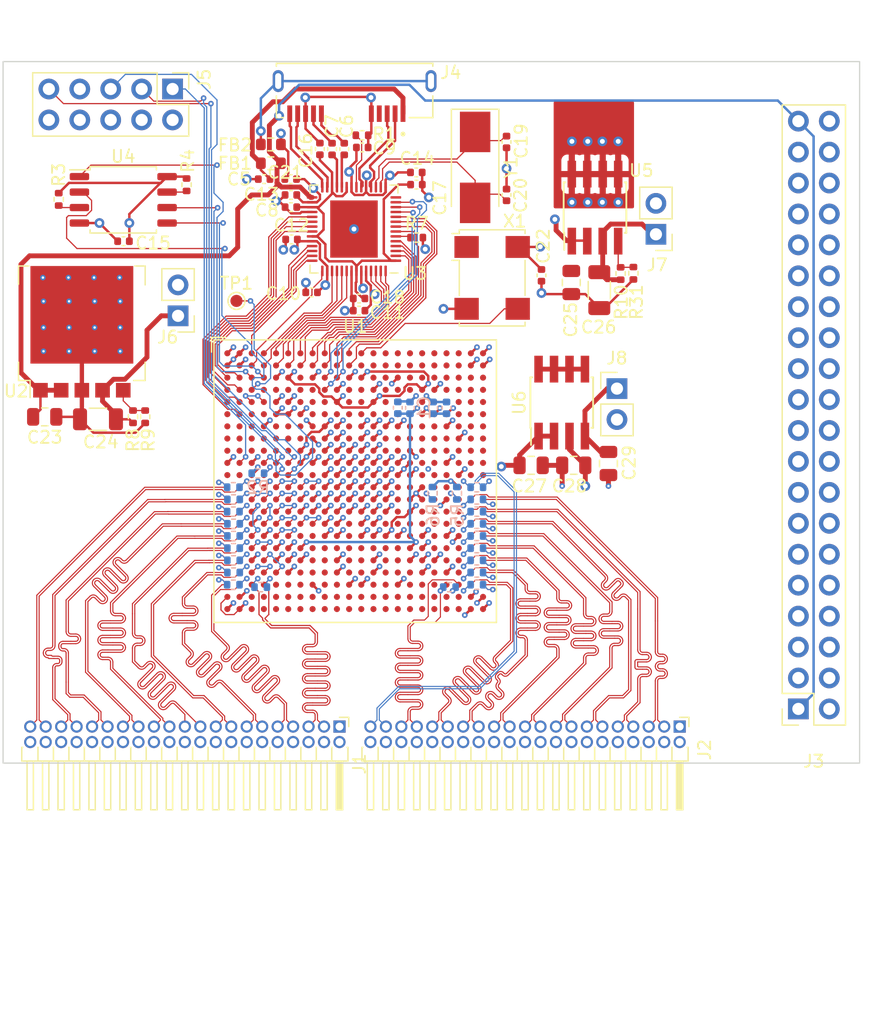
<source format=kicad_pcb>
(kicad_pcb (version 20211014) (generator pcbnew)
  (layers (0 "F.Cu" signal) (1 "In1.Cu" signal) (2 "In2.Cu" signal) (31 "B.Cu" signal) (34 "B.Paste" user) (35 "F.Paste" user) (36 "B.SilkS" user "B.Silkscreen") (37 "F.SilkS" user "F.Silkscreen") (38 "B.Mask" user) (39 "F.Mask" user) (44 "Edge.Cuts" user))
  (net 0 "")
  (net 1 "+1V2")
  (net 3 "Net-(C19-Pad2)")
  (net 203 "+2V5")
  (net 204 "+1V2A")
  (net 205 "/LVDS_RX_DATA0_7_N")
  (net 206 "/LVDS_RX_DATA0_7_P")
  (net 207 "/LVDS_RX_DATA0_6_N")
  (net 208 "/LVDS_RX_DATA0_6_P")
  (net 209 "/LVDS_RX_DATA0_5_N")
  (net 210 "/LVDS_RX_DATA0_5_P")
  (net 211 "/LVDS_RX_DATA0_4_N")
  (net 212 "/LVDS_RX_DATA0_4_P")
  (net 213 "/LVDS_RX_DATA0_3_N")
  (net 214 "/LVDS_RX_DATA0_3_P")
  (net 215 "/LVDS_RX_DATA0_2_N")
  (net 216 "/LVDS_RX_DATA0_2_P")
  (net 217 "/LVDS_RX_DATA0_1_N")
  (net 218 "/LVDS_RX_DATA0_1_P")
  (net 219 "/LVDS_RX_DATA0_0_N")
  (net 220 "/LVDS_RX_DATA0_0_P")
  (net 221 "/LVDS_RX_FCLK0_N")
  (net 222 "/LVDS_RX_FCLK0_P")
  (net 223 "/LVDS_RX_CLK0_P")
  (net 224 "/LVDS_RX_CLK0_N")
  (net 225 "+3.3V")
  (net 226 "/LVDS_RX_DATA1_7_N")
  (net 227 "/LVDS_RX_DATA1_7_P")
  (net 228 "/LVDS_RX_DATA1_6_N")
  (net 229 "/LVDS_RX_DATA1_6_P")
  (net 230 "/LVDS_RX_DATA1_5_N")
  (net 231 "/LVDS_RX_DATA1_5_P")
  (net 232 "/LVDS_RX_DATA1_4_N")
  (net 233 "/LVDS_RX_DATA1_4_P")
  (net 234 "/LVDS_RX_DATA1_3_N")
  (net 235 "/LVDS_RX_DATA1_3_P")
  (net 236 "/LVDS_RX_DATA1_2_N")
  (net 237 "/LVDS_RX_DATA1_2_P")
  (net 238 "/LVDS_RX_DATA1_1_N")
  (net 239 "/LVDS_RX_DATA1_1_P")
  (net 240 "/LVDS_RX_DATA1_0_N")
  (net 241 "/LVDS_RX_DATA1_0_P")
  (net 242 "/LVDS_RX_FCLK1_N")
  (net 243 "/LVDS_RX_FCLK1_P")
  (net 244 "/LVDS_RX_CLK1_N")
  (net 245 "Net-(C20-Pad2)")
  (net 246 "/CLK25")
  (net 247 "Net-(R2-Pad2)")
  (net 248 "Net-(U1-PadP3)")
  (net 272 "/VBUS")
  (net 273 "/USB_D_P")
  (net 274 "/FT_DATA0")
  (net 275 "/FT_DATA1")
  (net 276 "/FT_DATA2")
  (net 277 "/FT_DATA3")
  (net 278 "/FT_DATA4")
  (net 279 "/FT_DATA5")
  (net 280 "/FT_DATA6")
  (net 281 "/FT_DATA7")
  (net 282 "/FT_DATA8")
  (net 283 "/FT_DATA9")
  (net 284 "/FT_DATA10")
  (net 285 "/FT_DATA11")
  (net 286 "/USB_D_N")
  (net 287 "/FT_DATA12")
  (net 288 "/FT_DATA13")
  (net 289 "/FT_DATA14")
  (net 290 "/FT_DATA15")
  (net 292 "/FT_BE0")
  (net 293 "/FT_BE1")
  (net 294 "/FT_TXE_N")
  (net 295 "/FT_RXF_N")
  (net 296 "/FT_SIWU_N")
  (net 297 "/FT_RD_N")
  (net 298 "/FT_OE_N")
  (net 299 "/FT_RESET_N")
  (net 300 "/FT_WAKEUP_N")
  (net 301 "/FT_GPIO0")
  (net 302 "/FT_GPIO1")
  (net 303 "/FT_CLK")
  (net 304 "/FT_WR_N")
  (net 306 "/USB_SSTX_P")
  (net 307 "/USB_SSTX_N")
  (net 308 "/USB_SSRX_N")
  (net 309 "/USB_SSRX_P")
  (net 310 "/VBUS_RAW")
  (net 311 "/USB_SHIELD")
  (net 312 "/USB_SSTX_RAW_N")
  (net 313 "/USB_SSTX_RAW_P")
  (net 314 "+1V0")
  (net 315 "Net-(U1-PadV4)")
  (net 316 "/USB_RREF")
  (net 317 "/LVDS_RX_CLK1_P")
  (net 318 "GNDD")
  (net 319 "/TCK")
  (net 320 "/TDO")
  (net 321 "/TMS")
  (net 325 "/TDI")
  (net 326 "/SPI_nCS")
  (net 327 "/SPI_ADS")
  (net 328 "/SPI_DATA0")
  (net 329 "/SPI_DCLK")
  (net 330 "/SPI_nWP")
  (net 331 "/SPI_nRESET")
  (net 332 "/CRC_ERROR")
  (net 333 "/LVDS26")
  (net 334 "/LVDS23")
  (net 335 "/LVDS20")
  (net 336 "/LVDS22")
  (net 337 "/LVDS12")
  (net 338 "/LVDS17")
  (net 339 "/LVDS10")
  (net 340 "/LVDS18")
  (net 341 "/LVDS7")
  (net 342 "/LVDS2")
  (net 343 "/nSTATUS")
  (net 344 "/CONF_DONE")
  (net 345 "/POD_CLK")
  (net 346 "/POD_D15")
  (net 347 "/POD_D14")
  (net 348 "/POD_D13")
  (net 349 "/POD_D12")
  (net 350 "/POD_D11")
  (net 351 "/POD_D10")
  (net 352 "/POD_D9")
  (net 353 "/POD_D8")
  (net 354 "/POD_D7")
  (net 355 "/POD_D6")
  (net 356 "/POD_D5")
  (net 357 "/POD_D4")
  (net 358 "/POD_D3")
  (net 359 "/POD_D2")
  (net 360 "/POD_D1")
  (net 361 "/POD_D0")
  (net 363 "/LVDS48")
  (net 364 "/3V3_LDO")
  (net 365 "/3V3_ADJ")
  (net 366 "/2V5_LDO")
  (net 367 "/2V5_ADJ")
  (net 368 "/1V2_LDO")
  (net 369 "Net-(U1-PadU3)")
  (footprint "Capacitor_SMD:C_0402_1005Metric" (layer "F.Cu") (at 137.02 56.7 180)
    (fp_text reference "C5")
    (fp_text value "0.1u")
  )
  (footprint "Capacitor_SMD:C_0805_2012Metric" (layer "F.Cu") (at 162.45 80.2)
    (fp_text reference "C28")
    (fp_text value "1u")
  )
  (footprint "Connector_PinHeader_2.54mm:PinHeader_1x02_P2.54mm_Vertical" (layer "F.Cu") (at 129.95 67.925 180)
    (fp_text reference "J6")
    (fp_text value "Conn_01x02_Male")
  )
  (footprint "Capacitor_SMD:C_0402_1005Metric" (layer "F.Cu") (at 156.93 53.6475 90)
    (fp_text reference "C19")
    (fp_text value "18p")
  )
  (footprint "Capacitor_SMD:C_0402_1005Metric" (layer "F.Cu") (at 159.8 64.6 90)
    (fp_text reference "C22")
    (fp_text value "100n")
  )
  (footprint "Resistor_SMD:R_0603_1608Metric" (layer "F.Cu") (at 137.575 53.85)
    (fp_text reference "FB2")
    (fp_text value "BLM18PG221SN1D")
  )
  (footprint "Capacitor_SMD:C_0402_1005Metric" (layer "F.Cu") (at 139.22 58)
    (fp_text reference "C13")
    (fp_text value "100n")
  )
  (footprint "Capacitor_SMD:C_0402_1005Metric" (layer "F.Cu") (at 149.53 57.15 180)
    (fp_text reference "C17")
    (fp_text value "100n")
  )
  (footprint "TestPoint:TestPoint_Pad_D1.0mm" (layer "F.Cu") (at 134.75 66.7)
    (fp_text reference "TP1")
    (fp_text value "TestPoint")
  )
  (footprint "Capacitor_SMD:C_0402_1005Metric" (layer "F.Cu") (at 145.08 54.1 180)
    (fp_text reference "C9")
    (fp_text value "100n")
  )
  (footprint "Resistor_SMD:R_0402_1005Metric" (layer "F.Cu") (at 130.65 57.16 90)
    (fp_text reference "R4")
    (fp_text value "10K")
  )
  (footprint "Capacitor_SMD:C_0402_1005Metric" (layer "F.Cu") (at 141.6 54.22 -90)
    (fp_text reference "C16")
    (fp_text value "100n")
  )
  (footprint "Capacitor_SMD:C_0402_1005Metric" (layer "F.Cu") (at 149.52 56.15 180)
    (fp_text reference "C14")
    (fp_text value "100n")
  )
  (footprint "logic_analyzer:SOICN-8LD-PL-1" (layer "F.Cu") (at 164.195 59.04 90)
    (fp_text reference "U5")
    (fp_text value "MIC39102")
  )
  (footprint "Capacitor_SMD:C_0402_1005Metric" (layer "F.Cu") (at 139.22 59)
    (fp_text reference "C8")
    (fp_text value "4.7u")
  )
  (footprint "Resistor_SMD:R_0402_1005Metric" (layer "F.Cu") (at 127.25 76.21 90)
    (fp_text reference "R9")
    (fp_text value "10k")
  )
  (footprint "Capacitor_SMD:C_0805_2012Metric" (layer "F.Cu") (at 165.3 80.05 90)
    (fp_text reference "C29")
    (fp_text value "1u")
  )
  (footprint "Resistor_SMD:R_0402_1005Metric" (layer "F.Cu") (at 120.15 58.36 90)
    (fp_text reference "R3")
    (fp_text value "10K")
  )
  (footprint "Capacitor_SMD:C_0402_1005Metric" (layer "F.Cu") (at 139.2 56.7)
    (fp_text reference "C21")
    (fp_text value "4.7u")
  )
  (footprint "Capacitor_SMD:C_1206_3216Metric" (layer "F.Cu") (at 123.375 76.42)
    (fp_text reference "C24")
    (fp_text value "47u")
  )
  (footprint "Capacitor_SMD:C_0402_1005Metric" (layer "F.Cu") (at 142.6 54.23 -90)
    (fp_text reference "C7")
    (fp_text value "0.1u")
  )
  (footprint "Connector_PinHeader_1.27mm:PinHeader_2x21_P1.27mm_Horizontal" (layer "F.Cu") (at 171.15 101.65 -90)
    (fp_text reference "J2")
    (fp_text value "Conn_02x21_Odd_Even")
  )
  (footprint "Resistor_SMD:R_0402_1005Metric" (layer "F.Cu") (at 149.55 61.5)
    (fp_text reference "R7")
    (fp_text value "10k")
  )
  (footprint "logic_analyzer:SOICN-8LD-PL-1" (layer "F.Cu") (at 161.465 75.05 90)
    (fp_text reference "U6")
    (fp_text value "MIC49150-1.2")
  )
  (footprint "Capacitor_SMD:C_0805_2012Metric" (layer "F.Cu") (at 162.25 65.19 90)
    (fp_text reference "C25")
    (fp_text value "2u")
  )
  (footprint "Resistor_SMD:R_0603_1608Metric" (layer "F.Cu") (at 137.575 55.4 180)
    (fp_text reference "FB1")
    (fp_text value "BLM18PG221SN1D")
  )
  (footprint "Resistor_SMD:R_0402_1005Metric" (layer "F.Cu") (at 126.25 76.21 -90)
    (fp_text reference "R8")
    (fp_text value "10k")
  )
  (footprint "Crystal:Crystal_SMD_0603-2Pin_6.0x3.5mm_HandSoldering" (layer "F.Cu") (at 154.35 55.7375 -90)
    (fp_text reference "Y1")
    (fp_text value "ABM7-30.000MHZ-D2Y-T")
  )
  (footprint "logic_analyzer:QFN-56-1EP_7x7mm_P0.4mm_FT600Q" (layer "F.Cu") (at 144.4 60.8 180)
    (fp_text reference "U3")
    (fp_text value "FT600Q-B-T")
  )
  (footprint "Capacitor_SMD:C_0805_2012Metric" (layer "F.Cu") (at 119 76.22 180)
    (fp_text reference "C23")
    (fp_text value "2u")
  )
  (footprint "Capacitor_SMD:C_1206_3216Metric" (layer "F.Cu") (at 164.55 65.815 90)
    (fp_text reference "C26")
    (fp_text value "47u")
  )
  (footprint "Package_SO:SOIC-8_5.23x5.23mm_P1.27mm" (layer "F.Cu") (at 125.45 58.4)
    (fp_text reference "U4")
    (fp_text value "W25Q16JVSNIQ")
  )
  (footprint "logic_analyzer:3M_8540-4500PL" (layer "F.Cu") (at 180.9 100.2 180)
    (fp_text reference "J3")
    (fp_text value "3M_8540-4500PL")
  )
  (footprint "Resistor_SMD:R_0402_1005Metric" (layer "F.Cu") (at 145.06 53.1)
    (fp_text reference "R1")
    (fp_text value "1.6k/1%")
  )
  (footprint "Capacitor_SMD:C_0402_1005Metric" (layer "F.Cu") (at 156.93 57.9975 -90)
    (fp_text reference "C20")
    (fp_text value "18p")
  )
  (footprint "Connector_PinHeader_2.54mm:PinHeader_2x05_P2.54mm_Vertical" (layer "F.Cu") (at 129.5 49.3 -90)
    (fp_text reference "J5")
    (fp_text value "Conn_02x05_Odd_Even")
  )
  (footprint "Connector_PinHeader_1.27mm:PinHeader_2x21_P1.27mm_Horizontal" (layer "F.Cu") (at 143.21 101.65 -90)
    (fp_text reference "J1")
    (fp_text value "Conn_02x21_Odd_Even")
  )
  (footprint "Oscillator:Oscillator_SMD_IQD_IQXO70-4Pin_7.5x5.0mm" (layer "F.Cu") (at 155.75 64.81 -90)
    (fp_text reference "X1")
    (fp_text value "FNETHE025")
  )
  (footprint "Capacitor_SMD:C_0402_1005Metric" (layer "F.Cu") (at 144.82 66.5)
    (fp_text reference "C18")
    (fp_text value "100n")
  )
  (footprint "logic_analyzer:S-PAK-5" (layer "F.Cu") (at 122.05 70.73375 90)
    (fp_text reference "U2")
    (fp_text value "MIC37302")
  )
  (footprint "Connector_PinHeader_2.54mm:PinHeader_1x02_P2.54mm_Vertical" (layer "F.Cu") (at 166 73.9)
    (fp_text reference "J8")
    (fp_text value "Conn_01x02_Male")
  )
  (footprint "Amphenol_GSB343K331HR:AMPHENOL_GSB343K331HR" (layer "F.Cu") (at 144.45 48.65 180)
    (fp_text reference "J4")
    (fp_text value "USB3_B_Micro_Amphenol_GSB343K331HR")
  )
  (footprint "Capacitor_SMD:C_0402_1005Metric" (layer "F.Cu") (at 144.82 67.5)
    (fp_text reference "C11")
    (fp_text value "100n")
  )
  (footprint "Package_BGA:BGA-484_23.0x23.0mm_Layout22x22_P1.0mm" (layer "F.Cu") (at 144.5 81.5)
    (fp_text reference "U1")
    (fp_text value "EP2C5F484")
  )
  (footprint "Capacitor_SMD:C_0402_1005Metric" (layer "F.Cu") (at 140.92 66)
    (fp_text reference "C10")
    (fp_text value "100n")
  )
  (footprint "Resistor_SMD:R_0402_1005Metric" (layer "F.Cu") (at 167.35 64.43 90)
    (fp_text reference "R31")
    (fp_text value "10k")
  )
  (footprint "Connector_PinHeader_2.54mm:PinHeader_1x02_P2.54mm_Vertical" (layer "F.Cu") (at 169.2 61.23 180)
    (fp_text reference "J7")
    (fp_text value "Conn_01x02_Male")
  )
  (footprint "Capacitor_SMD:C_0402_1005Metric" (layer "F.Cu") (at 143.6 54.23 -90)
    (fp_text reference "C6")
    (fp_text value "0.1u" hide)
  )
  (footprint "Capacitor_SMD:C_0402_1005Metric" (layer "F.Cu") (at 125.47 61.8)
    (fp_text reference "C15")
    (fp_text value "100n")
  )
  (footprint "Capacitor_SMD:C_0402_1005Metric" (layer "F.Cu") (at 139.27 61.65)
    (fp_text reference "C12")
    (fp_text value "100n")
  )
  (footprint "Resistor_SMD:R_0402_1005Metric" (layer "F.Cu") (at 166.3 64.45 -90)
    (fp_text reference "R10")
    (fp_text value "10k")
  )
  (footprint "Capacitor_SMD:C_0805_2012Metric" (layer "F.Cu") (at 158.95 80.2 180)
    (fp_text reference "C27")
    (fp_text value "1u")
  )
  (footprint "Resistor_SMD:R_0402_1005Metric" (layer "B.Cu") (at 134.51 87 180)
    (fp_text reference "R24" hide)
    (fp_text value "100")
  )
  (footprint "Resistor_SMD:R_0402_1005Metric" (layer "B.Cu") (at 134.51 88 180)
    (fp_text reference "R23" hide)
    (fp_text value "100")
  )
  (footprint "Resistor_SMD:R_0402_1005Metric" (layer "B.Cu") (at 134.49 82 180)
    (fp_text reference "R30" hide)
    (fp_text value "100")
  )
  (footprint "Resistor_SMD:R_0402_1005Metric" (layer "B.Cu") (at 154.49 86)
    (fp_text reference "R14" hide)
    (fp_text value "100")
  )
  (footprint "Resistor_SMD:R_0402_1005Metric" (layer "B.Cu") (at 154.49 84)
    (fp_text reference "R12" hide)
    (fp_text value "100")
  )
  (footprint "Resistor_SMD:R_0402_1005Metric" (layer "B.Cu") (at 134.51 85 180)
    (fp_text reference "R26" hide)
    (fp_text value "100")
  )
  (footprint "Resistor_SMD:R_0402_1005Metric" (layer "B.Cu") (at 154.49 82)
    (fp_text reference "R20" hide)
    (fp_text value "100")
  )
  (footprint "Resistor_SMD:R_0402_1005Metric" (layer "B.Cu") (at 134.51 89 180)
    (fp_text reference "R22" hide)
    (fp_text value "100")
  )
  (footprint "Resistor_SMD:R_0402_1005Metric" (layer "B.Cu") (at 134.51 83 180)
    (fp_text reference "R28" hide)
    (fp_text value "100")
  )
  (footprint "Resistor_SMD:R_0402_1005Metric" (layer "B.Cu") (at 134.49 84 180)
    (fp_text reference "R27" hide)
    (fp_text value "100")
  )
  (footprint "Capacitor_SMD:C_0402_1005Metric" (layer "B.Cu") (at 149 75.48 90)
    (fp_text reference "C1")
    (fp_text value "1n")
  )
  (footprint "Resistor_SMD:R_0402_1005Metric" (layer "B.Cu") (at 154.49 90)
    (fp_text reference "R18" hide)
    (fp_text value "100")
  )
  (footprint "Capacitor_SMD:C_0402_1005Metric" (layer "B.Cu") (at 148 75.47 90)
    (fp_text reference "C2" hide)
    (fp_text value "100n" hide)
  )
  (footprint "Resistor_SMD:R_0402_1005Metric" (layer "B.Cu") (at 134.49 90 180)
    (fp_text reference "R21" hide)
    (fp_text value "100")
  )
  (footprint "Resistor_SMD:R_0402_1005Metric" (layer "B.Cu") (at 154.49 89)
    (fp_text reference "R17" hide)
    (fp_text value "100")
  )
  (footprint "Resistor_SMD:R_0402_1005Metric" (layer "B.Cu") (at 154.49 88)
    (fp_text reference "R16" hide)
    (fp_text value "100")
  )
  (footprint "Resistor_SMD:R_0402_1005Metric" (layer "B.Cu") (at 152.85 82.49 -90)
    (fp_text reference "R5")
    (fp_text value "10K")
  )
  (footprint "Resistor_SMD:R_0402_1005Metric" (layer "B.Cu") (at 154.49 83)
    (fp_text reference "R11" hide)
    (fp_text value "100")
  )
  (footprint "Resistor_SMD:R_0402_1005Metric" (layer "B.Cu") (at 150.85 82.49 -90)
    (fp_text reference "R6")
    (fp_text value "10K")
  )
  (footprint "Resistor_SMD:R_0402_1005Metric" (layer "B.Cu") (at 136.51 80.85)
    (fp_text reference "R2")
    (fp_text value "10K")
  )
  (footprint "Capacitor_SMD:C_0402_1005Metric" (layer "B.Cu") (at 150.9 75.48 90)
    (fp_text reference "C3" hide)
    (fp_text value "1n" hide)
  )
  (footprint "Resistor_SMD:R_0402_1005Metric" (layer "B.Cu") (at 154.49 87)
    (fp_text reference "R15" hide)
    (fp_text value "100")
  )
  (footprint "Capacitor_SMD:C_0402_1005Metric" (layer "B.Cu") (at 152 75.48 90)
    (fp_text reference "C4" hide)
    (fp_text value "100n" hide)
  )
  (footprint "Resistor_SMD:R_0402_1005Metric" (layer "B.Cu") (at 134.51 86 180)
    (fp_text reference "R25" hide)
    (fp_text value "100")
  )
  (footprint "Resistor_SMD:R_0402_1005Metric" (layer "B.Cu") (at 152.24 90.2)
    (fp_text reference "R19" hide)
    (fp_text value "100")
  )
  (footprint "Resistor_SMD:R_0402_1005Metric" (layer "B.Cu") (at 154.49 85)
    (fp_text reference "R13" hide)
    (fp_text value "100")
  )
  (footprint "Resistor_SMD:R_0402_1005Metric" (layer "B.Cu") (at 136.74 90.2 180)
    (fp_text reference "R29" hide)
    (fp_text value "100")
  )
  (gr_rect (start 115.579 47.05) (end 185.929 104.648) (layer "Edge.Cuts") (width 0.1) (fill none))
  (segment (start 138 75) (end 138.5 74.5) (width 0.2) (layer "F.Cu") (net 1))
  (segment (start 143 79) (end 143.5 78.5) (width 0.2) (layer "F.Cu") (net 1))
  (segment (start 141 77) (end 140.5 76.5) (width 0.2) (layer "F.Cu") (net 1))
  (segment (start 144 84) (end 144.5 83.5) (width 0.2) (layer "F.Cu") (net 1))
  (segment (start 142 80) (end 142.5 79.5) (width 0.2) (layer "F.Cu") (net 1))
  (segment (start 146 84) (end 146.5 83.5) (width 0.2) (layer "F.Cu") (net 1))
  (segment (start 142 82) (end 142.5 81.5) (width 0.2) (layer "F.Cu") (net 1))
  (segment (start 149 81) (end 149.5 80.5) (width 0.2) (layer "F.Cu") (net 1))
  (segment (start 150 76) (end 150.35 75.5) (width 0.2) (layer "F.Cu") (net 1))
  (segment (start 150 87) (end 150.5 86.5) (width 0.2) (layer "F.Cu") (net 1))
  (segment (start 148 86) (end 148.5 85.5) (width 0.2) (layer "F.Cu") (net 1))
  (segment (start 144 79) (end 144.5 78.5) (width 0.2) (layer "F.Cu") (net 1))
  (segment (start 147 80) (end 147.5 79.5) (width 0.2) (layer "F.Cu") (net 1))
  (segment (start 142 81) (end 142.5 80.5) (width 0.2) (layer "F.Cu") (net 1))
  (segment (start 146 79) (end 146.5 78.5) (width 0.2) (layer "F.Cu") (net 1))
  (segment (start 147 82) (end 147.5 81.5) (width 0.2) (layer "F.Cu") (net 1))
  (segment (start 145 85) (end 145.5 84.5) (width 0.2) (layer "F.Cu") (net 1))
  (segment (start 145 77) (end 145.5 76.5) (width 0.2) (layer "F.Cu") (net 1))
  (segment (start 147 83) (end 147.5 82.5) (width 0.2) (layer "F.Cu") (net 1))
  (segment (start 143 85) (end 143.5 84.5) (width 0.2) (layer "F.Cu") (net 1))
  (segment (start 146 78) (end 146.5 77.5) (width 0.2) (layer "F.Cu") (net 1))
  (segment (start 141 80) (end 141.5 79.5) (width 0.2) (layer "F.Cu") (net 1))
  (segment (start 145 86) (end 145.5 85.5) (width 0.2) (layer "F.Cu") (net 1))
  (segment (start 142 83) (end 142.5 82.5) (width 0.2) (layer "F.Cu") (net 1))
  (segment (start 145 84) (end 145.5 83.5) (width 0.2) (layer "F.Cu") (net 1))
  (segment (start 141 78) (end 141.5 78.5) (width 0.2) (layer "F.Cu") (net 1))
  (segment (start 147 81) (end 147.5 80.5) (width 0.2) (layer "F.Cu") (net 1))
  (segment (start 145 79) (end 145.5 78.5) (width 0.2) (layer "F.Cu") (net 1))
  (segment (start 145 78) (end 145.5 77.5) (width 0.2) (layer "F.Cu") (net 1))
  (segment (start 139 87) (end 139.5 86.5) (width 0.2) (layer "F.Cu") (net 1))
  (segment (start 143 84) (end 143.5 83.5) (width 0.2) (layer "F.Cu") (net 1))
  (segment (start 147 84) (end 147.5 83.5) (width 0.2) (layer "F.Cu") (net 1))
  (via (at 146.5 77.5) (size 0.46) (drill 0.2) (layers "F.Cu" "B.Cu") (net 1))
  (via (at 138.5 74.5) (size 0.46) (drill 0.2) (layers "F.Cu" "B.Cu") (net 1))
  (via (at 150.5 86.5) (size 0.46) (drill 0.2) (layers "F.Cu" "B.Cu") (net 1))
  (via (at 141.5 79.5) (size 0.46) (drill 0.2) (layers "F.Cu" "B.Cu") (net 1))
  (via (at 148.5 85.5) (size 0.46) (drill 0.2) (layers "F.Cu" "B.Cu") (net 1))
  (via (at 147.5 82.5) (size 0.46) (drill 0.2) (layers "F.Cu" "B.Cu") (net 1))
  (via (at 146.5 78.5) (size 0.46) (drill 0.2) (layers "F.Cu" "B.Cu") (net 1))
  (via (at 145.5 78.5) (size 0.46) (drill 0.2) (layers "F.Cu" "B.Cu") (net 1))
  (via (at 143.5 83.5) (size 0.46) (drill 0.2) (layers "F.Cu" "B.Cu") (net 1))
  (via (at 142.5 80.5) (size 0.46) (drill 0.2) (layers "F.Cu" "B.Cu") (net 1))
  (via (at 149.5 80.5) (size 0.46) (drill 0.2) (layers "F.Cu" "B.Cu") (net 1))
  (via (at 143.5 84.5) (size 0.46) (drill 0.2) (layers "F.Cu" "B.Cu") (net 1))
  (via (at 140.5 76.5) (size 0.46) (drill 0.2) (layers "F.Cu" "B.Cu") (net 1))
  (via (at 145.5 76.5) (size 0.46) (drill 0.2) (layers "F.Cu" "B.Cu") (net 1))
  (via (at 145.5 85.5) (size 0.46) (drill 0.2) (layers "F.Cu" "B.Cu") (net 1))
  (via (at 145.5 84.5) (size 0.46) (drill 0.2) (layers "F.Cu" "B.Cu") (net 1))
  (via (at 143.5 78.5) (size 0.46) (drill 0.2) (layers "F.Cu" "B.Cu") (net 1))
  (via (at 144.5 78.5) (size 0.46) (drill 0.2) (layers "F.Cu" "B.Cu") (net 1))
  (via (at 147.5 83.5) (size 0.46) (drill 0.2) (layers "F.Cu" "B.Cu") (net 1))
  (via (at 147.5 80.5) (size 0.46) (drill 0.2) (layers "F.Cu" "B.Cu") (net 1))
  (via (at 142.5 79.5) (size 0.46) (drill 0.2) (layers "F.Cu" "B.Cu") (net 1))
  (via (at 141.5 78.5) (size 0.46) (drill 0.2) (layers "F.Cu" "B.Cu") (net 1))
  (via (at 145.5 77.5) (size 0.46) (drill 0.2) (layers "F.Cu" "B.Cu") (net 1))
  (via (at 139.5 86.5) (size 0.46) (drill 0.2) (layers "F.Cu" "B.Cu") (net 1))
  (via (at 144.5 83.5) (size 0.46) (drill 0.2) (layers "F.Cu" "B.Cu") (net 1))
  (via (at 146.5 83.5) (size 0.46) (drill 0.2) (layers "F.Cu" "B.Cu") (net 1))
  (via (at 147.5 81.5) (size 0.46) (drill 0.2) (layers "F.Cu" "B.Cu") (net 1))
  (via (at 145.5 83.5) (size 0.46) (drill 0.2) (layers "F.Cu" "B.Cu") (net 1))
  (via (at 147.5 79.5) (size 0.46) (drill 0.2) (layers "F.Cu" "B.Cu") (net 1))
  (via (at 150.35 75.5) (size 0.46) (drill 0.2) (layers "F.Cu" "B.Cu") (net 1))
  (via (at 142.5 81.5) (size 0.46) (drill 0.2) (layers "F.Cu" "B.Cu") (net 1))
  (via (at 142.5 82.5) (size 0.46) (drill 0.2) (layers "F.Cu" "B.Cu") (net 1))
  (segment (start 150.9 75.96) (end 150.81 75.96) (width 0.2) (layer "B.Cu") (net 1))
  (segment (start 150.9 75.96) (end 152 75.96) (width 0.2) (layer "B.Cu") (net 1))
  (segment (start 150.81 75.96) (end 150.35 75.5) (width 0.2) (layer "B.Cu") (net 1))
  (segment (start 154.35 53.55) (end 154.35 52.825) (width 0.1) (layer "F.Cu") (net 3))
  (segment (start 152.86 55.04) (end 154.35 53.55) (width 0.1) (layer "F.Cu") (net 3))
  (segment (start 156.47 53.5375) (end 154.35 53.5375) (width 0.1) (layer "F.Cu") (net 3))
  (segment (start 147.05 55.05) (end 152.86 55.05) (width 0.1) (layer "F.Cu") (net 3))
  (segment (start 146.45 56.6) (end 146.45 55.65) (width 0.1) (layer "F.Cu") (net 3))
  (segment (start 152.86 55.05) (end 152.86 55.04) (width 0.1) (layer "F.Cu") (net 3))
  (segment (start 146.45 55.65) (end 147.05 55.05) (width 0.1) (layer "F.Cu") (net 3))
  (segment (start 156.93 53.0775) (end 156.47 53.5375) (width 0.1) (layer "F.Cu") (net 3))
  (segment (start 146.2 56.85) (end 146.45 56.6) (width 0.1) (layer "F.Cu") (net 3))
  (segment (start 146.2 57.3625) (end 146.2 56.85) (width 0.1) (layer "F.Cu") (net 3))
  (segment (start 143 88) (end 143.5 87.5) (width 0.2) (layer "F.Cu") (net 203))
  (segment (start 134.544 92.456) (end 135 92) (width 0.1) (layer "F.Cu") (net 203))
  (segment (start 147 86) (end 147.5 85.5) (width 0.2) (layer "F.Cu") (net 203))
  (segment (start 163.4 80.2) (end 163.4 81.9) (width 0.4) (layer "F.Cu") (net 203))
  (segment (start 154 92) (end 153.5 92.5) (width 0.2) (layer "F.Cu") (net 203))
  (segment (start 146 88) (end 146.5 87.5) (width 0.2) (layer "F.Cu") (net 203))
  (segment (start 150 89) (end 150.5 88.5) (width 0.2) (layer "F.Cu") (net 203))
  (segment (start 147.913603 84.45) (end 148.55 84.45) (width 0.2) (layer "F.Cu") (net 203))
  (segment (start 144 90) (end 144.5 89.5) (width 0.2) (layer "F.Cu") (net 203))
  (segment (start 134 91) (end 133.477 91.523) (width 0.1) (layer "F.Cu") (net 203))
  (segment (start 142 86) (end 142.5 85.5) (width 0.2) (layer "F.Cu") (net 203))
  (segment (start 135 92) (end 135.5 91.5) (width 0.2) (layer "F.Cu") (net 203))
  (segment (start 153 82) (end 152.5 81.5) (width 0.2) (layer "F.Cu") (net 203))
  (segment (start 137 86) (end 137.5 85.5) (width 0.2) (layer "F.Cu") (net 203))
  (segment (start 133.477 91.523) (end 133.477 92.075) (width 0.1) (layer "F.Cu") (net 203))
  (segment (start 162.1 78.9) (end 162.1 77.8) (width 0.4) (layer "F.Cu") (net 203))
  (segment (start 148.55 84.45) (end 149 84) (width 0.2) (layer "F.Cu") (net 203))
  (segment (start 147.5 84.863603) (end 147.913603 84.45) (width 0.2) (layer "F.Cu") (net 203))
  (segment (start 133.477 92.075) (end 133.858 92.456) (width 0.1) (layer "F.Cu") (net 203))
  (segment (start 152 86) (end 152.5 85.5) (width 0.2) (layer "F.Cu") (net 203))
  (segment (start 145 90) (end 145.5 89.5) (width 0.2) (layer "F.Cu") (net 203))
  (segment (start 155 91) (end 154.5 91.5) (width 0.2) (layer "F.Cu") (net 203))
  (segment (start 152.35 81.5) (end 152.5 81.5) (width 0.2) (layer "F.Cu") (net 203))
  (segment (start 149 84) (end 149.5 83.5) (width 0.2) (layer "F.Cu") (net 203))
  (segment (start 147.5 85.5) (end 147.5 84.863603) (width 0.2) (layer "F.Cu") (net 203))
  (segment (start 139 89) (end 139.5 88.5) (width 0.2) (layer "F.Cu") (net 203))
  (segment (start 133.858 92.456) (end 134.544 92.456) (width 0.1) (layer "F.Cu") (net 203))
  (segment (start 136 82) (end 136.5 81.5) (width 0.2) (layer "F.Cu") (net 203))
  (segment (start 163.4 80.2) (end 162.1 78.9) (width 0.4) (layer "F.Cu") (net 203))
  (segment (start 140 84) (end 140.5 83.5) (width 0.2) (layer "F.Cu") (net 203))
  (via (at 152.35 81.5) (size 0.46) (drill 0.2) (layers "F.Cu" "B.Cu") (net 203))
  (via (at 137.5 85.5) (size 0.46) (drill 0.2) (layers "F.Cu" "B.Cu") (net 203))
  (via (at 163.4 81.9) (size 0.8) (drill 0.4) (layers "F.Cu" "B.Cu") (net 203))
  (via (at 146.5 87.5) (size 0.46) (drill 0.2) (layers "F.Cu" "B.Cu") (net 203))
  (via (at 149.5 83.5) (size 0.46) (drill 0.2) (layers "F.Cu" "B.Cu") (net 203))
  (via (at 147.5 85.5) (size 0.46) (drill 0.2) (layers "F.Cu" "B.Cu") (net 203))
  (via (at 154.5 91.5) (size 0.46) (drill 0.2) (layers "F.Cu" "B.Cu") (net 203))
  (via (at 135.5 91.5) (size 0.46) (drill 0.2) (layers "F.Cu" "B.Cu") (net 203))
  (via (at 145.5 89.5) (size 0.46) (drill 0.2) (layers "F.Cu" "B.Cu") (net 203))
  (via (at 139.5 88.5) (size 0.46) (drill 0.2) (layers "F.Cu" "B.Cu") (net 203))
  (via (at 136.5 81.5) (size 0.46) (drill 0.2) (layers "F.Cu" "B.Cu") (net 203))
  (via (at 150.5 88.5) (size 0.46) (drill 0.2) (layers "F.Cu" "B.Cu") (net 203))
  (via (at 152.5 85.5) (size 0.46) (drill 0.2) (layers "F.Cu" "B.Cu") (net 203))
  (via (at 144.5 89.5) (size 0.46) (drill 0.2) (layers "F.Cu" "B.Cu") (net 203))
  (via (at 140.5 83.5) (size 0.46) (drill 0.2) (layers "F.Cu" "B.Cu") (net 203))
  (via (at 142.5 85.5) (size 0.46) (drill 0.2) (layers "F.Cu" "B.Cu") (net 203))
  (via (at 153.5 92.5) (size 0.46) (drill 0.2) (layers "F.Cu" "B.Cu") (net 203))
  (via (at 143.5 87.5) (size 0.46) (drill 0.2) (layers "F.Cu" "B.Cu") (net 203))
  (segment (start 152.35 81.5) (end 151.33 81.5) (width 0.2) (layer "B.Cu") (net 203))
  (segment (start 152.42 81.5) (end 152.9 81.98) (width 0.2) (layer "B.Cu") (net 203))
  (segment (start 151.33 81.5) (end 150.85 81.98) (width 0.2) (layer "B.Cu") (net 203))
  (segment (start 152.35 81.5) (end 152.42 81.5) (width 0.2) (layer "B.Cu") (net 203))
  (segment (start 149 76) (end 149.6 75.5) (width 0.2) (layer "F.Cu") (net 204))
  (segment (start 139 75) (end 139.5 74.5) (width 0.2) (layer "F.Cu") (net 204))
  (segment (start 140 87) (end 140.5 86.5) (width 0.2) (layer "F.Cu") (net 204))
  (segment (start 149 87) (end 149.5 86.5) (width 0.2) (layer "F.Cu") (net 204))
  (via (at 140.5 86.5) (size 0.46) (drill 0.2) (layers "F.Cu" "B.Cu") (net 204))
  (via (at 149.6 75.5) (size 0.46) (drill 0.2) (layers "F.Cu" "B.Cu") (net 204))
  (via (at 139.5 74.5) (size 0.46) (drill 0.2) (layers "F.Cu" "B.Cu") (net 204))
  (via (at 149.5 86.5) (size 0.46) (drill 0.2) (layers "F.Cu" "B.Cu") (net 204))
  (segment (start 149 75.96) (end 148.01 75.96) (width 0.2) (layer "B.Cu") (net 204))
  (segment (start 149.14 75.96) (end 149.6 75.5) (width 0.2) (layer "B.Cu") (net 204))
  (segment (start 149 86) (end 149.5 86.5) (width 0.2) (layer "B.Cu") (net 204))
  (segment (start 149.09 75.91) (end 148.95 75.91) (width 0.1) (layer "B.Cu") (net 204))
  (segment (start 148.99 75.95) (end 149 75.96) (width 0.2) (layer "B.Cu") (net 204))
  (segment (start 149 75.96) (end 149 86) (width 0.2) (layer "B.Cu") (net 204))
  (segment (start 149.5 86.5) (end 140.5 86.5) (width 0.2) (layer "B.Cu") (net 204))
  (segment (start 149 75.96) (end 149.14 75.96) (width 0.2) (layer "B.Cu") (net 204))
  (segment (start 134.338866 95.76313) (end 134.406605 95.695388) (width 0.09) (layer "F.Cu") (net 205))
  (segment (start 136.480873 96.437682) (end 135.437684 97.480874) (width 0.09) (layer "F.Cu") (net 205))
  (segment (start 136.769659 96.726468) (end 136.76966 96.726467) (width 0.09) (layer "F.Cu") (net 205))
  (segment (start 135 90) (end 135.5 89.5) (width 0.09) (layer "F.Cu") (net 205))
  (segment (start 134.406605 95.695388) (end 135.072596 95.029403) (width 0.09) (layer "F.Cu") (net 205))
  (segment (start 135.921127 95.877936) (end 135.921128 95.877935) (width 0.09) (layer "F.Cu") (net 205))
  (segment (start 137.134748 99.466721) (end 137.134747 99.46672) (width 0.09) (layer "F.Cu") (net 205))
  (segment (start 133.74062 95.78381) (end 133.740618 95.783809) (width 0.09) (layer "F.Cu") (net 205))
  (segment (start 136.574997 98.618188) (end 137.618191 97.575) (width 0.09) (layer "F.Cu") (net 205))
  (segment (start 134.6034 90.3966) (end 133.442082 90.3966) (width 0.09) (layer "F.Cu") (net 205))
  (segment (start 134.877933 96.921124) (end 135.921127 95.877936) (width 0.09) (layer "F.Cu") (net 205))
  (segment (start 135.726465 97.769656) (end 136.769659 96.726468) (width 0.09) (layer "F.Cu") (net 205))
  (segment (start 135 90) (end 134.6034 90.3966) (width 0.09) (layer "F.Cu") (net 205))
  (segment (start 137.618191 97.575) (end 137.618192 97.574999) (width 0.09) (layer "F.Cu") (net 205))
  (segment (start 138.177937 98.134746) (end 137.656341 98.656341) (width 0.09) (layer "F.Cu") (net 205))
  (segment (start 135.437684 97.480874) (end 135.437682 97.480873) (width 0.09) (layer "F.Cu") (net 205))
  (segment (start 137.42353 99.466721) (end 137.732995 99.157259) (width 0.09) (layer "F.Cu") (net 205))
  (segment (start 137.329405 97.286214) (end 136.286216 98.329406) (width 0.09) (layer "F.Cu") (net 205))
  (segment (start 134.050082 95.474345) (end 133.74062 95.78381) (width 0.09) (layer "F.Cu") (net 205))
  (segment (start 138.8608 99.725318) (end 138.8608 101.1108) (width 0.09) (layer "F.Cu") (net 205))
  (segment (start 135.632341 95.58915) (end 134.589152 96.632342) (width 0.09) (layer "F.Cu") (net 205))
  (segment (start 138.8608 101.1108) (end 139.4 101.65) (width 0.09) (layer "F.Cu") (net 205))
  (segment (start 132.8958 93.760318) (end 134.050082 94.914599) (width 0.09) (layer "F.Cu") (net 205))
  (segment (start 132.8958 90.939682) (end 132.8958 93.760318) (width 0.09) (layer "F.Cu") (net 205))
  (segment (start 137.656341 98.656341) (end 137.656343 98.656342) (width 0.09) (layer "F.Cu") (net 205))
  (segment (start 137.134749 99.177939) (end 137.134747 99.177938) (width 0.09) (layer "F.Cu") (net 205))
  (segment (start 136.286216 98.329406) (end 136.286214 98.329405) (width 0.09) (layer "F.Cu") (net 205))
  (segment (start 134.029401 96.072592) (end 134.338866 95.76313) (width 0.09) (layer "F.Cu") (net 205))
  (segment (start 133.440482 90.395) (end 132.8958 90.939682) (width 0.09) (layer "F.Cu") (net 205))
  (segment (start 138.292739 99.157258) (end 138.8608 99.725318) (width 0.09) (layer "F.Cu") (net 205))
  (segment (start 134.589152 96.632342) (end 134.58915 96.632341) (width 0.09) (layer "F.Cu") (net 205))
  (segment (start 137.656343 98.656342) (end 137.134749 99.177939) (width 0.09) (layer "F.Cu") (net 205))
  (segment (start 137.732995 99.157259) (end 137.732993 99.157258) (width 0.09) (layer "F.Cu") (net 205))
  (via (at 135.6 89.5) (size 0.46) (drill 0.2) (layers "F.Cu" "B.Cu") (net 205))
  (arc (start 134.050082 94.914599) (mid 134.166009 95.194472) (end 134.050082 95.474345) (width 0.09) (layer "F.Cu") (net 205))
  (arc (start 137.329405 96.726468) (mid 137.445332 97.006341) (end 137.329405 97.286214) (width 0.09) (layer "F.Cu") (net 205))
  (arc (start 134.58915 96.632341) (mid 134.529342 96.776733) (end 134.589151 96.921124) (width 0.09) (layer "F.Cu") (net 205))
  (arc (start 135.072596 95.029403) (mid 135.352469 94.913477) (end 135.632341 95.029404) (width 0.09) (layer "F.Cu") (net 205))
  (arc (start 136.480873 95.877936) (mid 136.5968 96.157809) (end 136.480873 96.437682) (width 0.09) (layer "F.Cu") (net 205))
  (arc (start 133.740619 96.072592) (mid 133.88501 96.132401) (end 134.029401 96.072592) (width 0.09) (layer "F.Cu") (net 205))
  (arc (start 135.437683 97.769656) (mid 135.582074 97.829465) (end 135.726465 97.769656) (width 0.09) (layer "F.Cu") (net 205))
  (arc (start 135.437682 97.480873) (mid 135.377874 97.625265) (end 135.437683 97.769656) (width 0.09) (layer "F.Cu") (net 205))
  (arc (start 133.740618 95.783809) (mid 133.68081 95.928201) (end 133.740619 96.072592) (width 0.09) (layer "F.Cu") (net 205))
  (arc (start 137.134747 99.46672) (mid 137.279138 99.526529) (end 137.42353 99.466721) (width 0.09) (layer "F.Cu") (net 205))
  (arc (start 137.732993 99.157258) (mid 138.012866 99.041331) (end 138.292739 99.157258) (width 0.09) (layer "F.Cu") (net 205))
  (arc (start 134.589151 96.921124) (mid 134.733542 96.980933) (end 134.877933 96.921124) (width 0.09) (layer "F.Cu") (net 205))
  (arc (start 135.921128 95.877935) (mid 136.201001 95.762009) (end 136.480873 95.877936) (width 0.09) (layer "F.Cu") (net 205))
  (arc (start 138.177937 97.575) (mid 138.293864 97.854873) (end 138.177937 98.134746) (width 0.09) (layer "F.Cu") (net 205))
  (arc (start 135.632341 95.029404) (mid 135.748268 95.309277) (end 135.632341 95.58915) (width 0.09) (layer "F.Cu") (net 205))
  (arc (start 136.286214 98.329405) (mid 136.226406 98.473797) (end 136.286215 98.618188) (width 0.09) (layer "F.Cu") (net 205))
  (arc (start 137.134747 99.177938) (mid 137.074939 99.32233) (end 137.134748 99.466721) (width 0.09) (layer "F.Cu") (net 205))
  (arc (start 137.618192 97.574999) (mid 137.898065 97.459073) (end 138.177937 97.575) (width 0.09) (layer "F.Cu") (net 205))
  (arc (start 136.286215 98.618188) (mid 136.430606 98.677997) (end 136.574997 98.618188) (width 0.09) (layer "F.Cu") (net 205))
  (arc (start 136.76966 96.726467) (mid 137.049533 96.610541) (end 137.329405 96.726468) (width 0.09) (layer "F.Cu") (net 205))
  (segment (start 135.5 89.5) (end 135 90) (width 0.09) (layer "B.Cu") (net 205))
  (segment (start 135.6 89.5) (end 135.5 89.5) (width 0.09) (layer "B.Cu") (net 205))
  (segment (start 132.7042 90.860318) (end 133.55 90.014518) (width 0.09) (layer "F.Cu") (net 206))
  (segment (start 135.302201 97.345392) (end 136.345391 96.3022) (width 0.09) (layer "F.Cu") (net 206))
  (segment (start 136.999267 99.042457) (end 138.042455 97.999264) (width 0.09) (layer "F.Cu") (net 206))
  (segment (start 138.6692 101.1108) (end 138.6692 99.804682) (width 0.09) (layer "F.Cu") (net 206))
  (segment (start 136.999266 99.042458) (end 136.999267 99.042457) (width 0.09) (layer "F.Cu") (net 206))
  (segment (start 136.383543 97.383543) (end 135.861949 97.90514) (width 0.09) (layer "F.Cu") (net 206))
  (segment (start 133.605136 95.648329) (end 133.605137 95.648328) (width 0.09) (layer "F.Cu") (net 206))
  (segment (start 137.868474 99.292739) (end 137.868476 99.29274) (width 0.09) (layer "F.Cu") (net 206))
  (segment (start 137.868476 99.29274) (end 137.559011 99.602202) (width 0.09) (layer "F.Cu") (net 206))
  (segment (start 136.383544 97.383545) (end 136.383543 97.383543) (width 0.09) (layer "F.Cu") (net 206))
  (segment (start 133.55 90) (end 134 90) (width 0.09) (layer "F.Cu") (net 206))
  (segment (start 134.686479 95.686479) (end 134.542089 95.830872) (width 0.09) (layer "F.Cu") (net 206))
  (segment (start 133.914601 95.050083) (end 132.7042 93.839682) (width 0.09) (layer "F.Cu") (net 206))
  (segment (start 134.542089 95.830872) (end 134.474347 95.898611) (width 0.09) (layer "F.Cu") (net 206))
  (segment (start 132.7042 93.839682) (end 132.7042 90.860318) (width 0.09) (layer "F.Cu") (net 206))
  (segment (start 137.753672 97.710482) (end 137.232076 98.232077) (width 0.09) (layer "F.Cu") (net 206))
  (segment (start 138.13 101.65) (end 138.6692 101.1108) (width 0.09) (layer "F.Cu") (net 206))
  (segment (start 135.3022 97.345393) (end 135.302201 97.345392) (width 0.09) (layer "F.Cu") (net 206))
  (segment (start 137.753672 97.710481) (end 137.753672 97.710482) (width 0.09) (layer "F.Cu") (net 206))
  (segment (start 135.208076 95.164885) (end 135.208076 95.164886) (width 0.09) (layer "F.Cu") (net 206))
  (segment (start 133.6 89.6) (end 134 90) (width 0.09) (layer "F.Cu") (net 206))
  (segment (start 134.453668 96.496861) (end 134.453669 96.49686) (width 0.09) (layer "F.Cu") (net 206))
  (segment (start 133.3 89.6) (end 133.6 89.6) (width 0.09) (layer "F.Cu") (net 206))
  (segment (start 134.453669 96.49686) (end 135.496859 95.453668) (width 0.09) (layer "F.Cu") (net 206))
  (segment (start 136.90514 96.86195) (end 136.383544 97.383545) (width 0.09) (layer "F.Cu") (net 206))
  (segment (start 133.9146 95.050082) (end 133.914601 95.050083) (width 0.09) (layer "F.Cu") (net 206))
  (segment (start 136.056608 96.013418) (end 135.535012 96.535013) (width 0.09) (layer "F.Cu") (net 206))
  (segment (start 136.150733 98.193924) (end 137.193923 97.150732) (width 0.09) (layer "F.Cu") (net 206))
  (segment (start 137.232076 98.232077) (end 137.232075 98.232075) (width 0.09) (layer "F.Cu") (net 206))
  (segment (start 136.150732 98.193925) (end 136.150733 98.193924) (width 0.09) (layer "F.Cu") (net 206))
  (segment (start 133.55 90.014518) (end 133.55 90) (width 0.09) (layer "F.Cu") (net 206))
  (segment (start 135.208076 95.164886) (end 134.68648 95.686481) (width 0.09) (layer "F.Cu") (net 206))
  (segment (start 135.535012 96.535013) (end 135.535011 96.535011) (width 0.09) (layer "F.Cu") (net 206))
  (segment (start 133.605137 95.648328) (end 133.914601 95.338865) (width 0.09) (layer "F.Cu") (net 206))
  (segment (start 136.999265 99.602202) (end 136.999267 99.602203) (width 0.09) (layer "F.Cu") (net 206))
  (segment (start 136.90514 96.861949) (end 136.90514 96.86195) (width 0.09) (layer "F.Cu") (net 206))
  (segment (start 135.535011 96.535011) (end 135.013417 97.056608) (width 0.09) (layer "F.Cu") (net 206))
  (segment (start 134.474347 95.898611) (end 134.164885 96.208076) (width 0.09) (layer "F.Cu") (net 206))
  (segment (start 134.68648 95.686481) (end 134.686479 95.686479) (width 0.09) (layer "F.Cu") (net 206))
  (segment (start 137.232075 98.232075) (end 136.710481 98.753672) (width 0.09) (layer "F.Cu") (net 206))
  (segment (start 136.056608 96.013417) (end 136.056608 96.013418) (width 0.09) (layer "F.Cu") (net 206))
  (segment (start 138.6692 99.804682) (end 138.157258 99.292739) (width 0.09) (layer "F.Cu") (net 206))
  (via (at 133.3 89.6) (size 0.46) (drill 0.2) (layers "F.Cu" "B.Cu") (net 206))
  (arc (start 135.496859 95.164886) (mid 135.352468 95.105077) (end 135.208076 95.164885) (width 0.09) (layer "F.Cu") (net 206))
  (arc (start 136.150733 98.75367) (mid 136.034807 98.473799) (end 136.150732 98.193925) (width 0.09) (layer "F.Cu") (net 206))
  (arc (start 135.496859 95.453668) (mid 135.556668 95.309277) (end 135.496859 95.164886) (width 0.09) (layer "F.Cu") (net 206))
  (arc (start 138.042455 97.710482) (mid 137.898064 97.650673) (end 137.753672 97.710481) (width 0.09) (layer "F.Cu") (net 206))
  (arc (start 135.861949 97.90514) (mid 135.582074 98.021065) (end 135.302201 97.905138) (width 0.09) (layer "F.Cu") (net 206))
  (arc (start 133.914601 95.338865) (mid 133.974409 95.194473) (end 133.9146 95.050082) (width 0.09) (layer "F.Cu") (net 206))
  (arc (start 136.345391 96.013418) (mid 136.201 95.953609) (end 136.056608 96.013417) (width 0.09) (layer "F.Cu") (net 206))
  (arc (start 136.999267 99.602203) (mid 136.883339 99.32233) (end 136.999266 99.042458) (width 0.09) (layer "F.Cu") (net 206))
  (arc (start 134.453669 97.056606) (mid 134.337743 96.776735) (end 134.453668 96.496861) (width 0.09) (layer "F.Cu") (net 206))
  (arc (start 134.164885 96.208076) (mid 133.88501 96.324001) (end 133.605137 96.208074) (width 0.09) (layer "F.Cu") (net 206))
  (arc (start 137.193923 96.86195) (mid 137.049532 96.802141) (end 136.90514 96.861949) (width 0.09) (layer "F.Cu") (net 206))
  (arc (start 133.605137 96.208074) (mid 133.489211 95.928203) (end 133.605136 95.648329) (width 0.09) (layer "F.Cu") (net 206))
  (arc (start 138.157258 99.292739) (mid 138.012867 99.232931) (end 137.868474 99.292739) (width 0.09) (layer "F.Cu") (net 206))
  (arc (start 135.302201 97.905138) (mid 135.186275 97.625267) (end 135.3022 97.345393) (width 0.09) (layer "F.Cu") (net 206))
  (arc (start 137.559011 99.602202) (mid 137.279138 99.718129) (end 136.999265 99.602202) (width 0.09) (layer "F.Cu") (net 206))
  (arc (start 137.193923 97.150732) (mid 137.253732 97.006341) (end 137.193923 96.86195) (width 0.09) (layer "F.Cu") (net 206))
  (arc (start 138.042455 97.999264) (mid 138.102264 97.854873) (end 138.042455 97.710482) (width 0.09) (layer "F.Cu") (net 206))
  (arc (start 135.013417 97.056608) (mid 134.733542 97.172533) (end 134.453669 97.056606) (width 0.09) (layer "F.Cu") (net 206))
  (arc (start 136.710481 98.753672) (mid 136.430606 98.869597) (end 136.150733 98.75367) (width 0.09) (layer "F.Cu") (net 206))
  (arc (start 136.345391 96.3022) (mid 136.4052 96.157809) (end 136.345391 96.013418) (width 0.09) (layer "F.Cu") (net 206))
  (segment (start 133.58 89.6) (end 133.98 90) (width 0.09) (layer "B.Cu") (net 206))
  (segment (start 133.3 89.6) (end 133.58 89.6) (width 0.09) (layer "B.Cu") (net 206))
  (segment (start 133.638319 97.952837) (end 133.986294 98.300812) (width 0.09) (layer "F.Cu") (net 207))
  (segment (start 131.09274 95.967004) (end 130.861565 96.198178) (width 0.09) (layer "F.Cu") (net 207))
  (segment (start 133.001923 97.451923) (end 132.558617 97.89523) (width 0.09) (layer "F.Cu") (net 207))
  (segment (start 133.5042 89.1958) (end 132.389682 89.1958) (width 0.09) (layer "F.Cu") (net 207))
  (segment (start 132.153399 96.603398) (end 132.153397 96.603397) (width 0.09) (layer "F.Cu") (net 207))
  (segment (start 132.389682 89.1958) (end 130.4958 91.089682) (width 0.09) (layer "F.Cu") (net 207))
  (segment (start 133.445231 97.008617) (end 133.001925 97.451924) (width 0.09) (layer "F.Cu") (net 207))
  (segment (start 133.986294 98.300812) (end 136.3208 100.635318) (width 0.09) (layer "F.Cu") (net 207))
  (segment (start 132.8474 98.184011) (end 132.847399 98.184012) (width 0.09) (layer "F.Cu") (net 207))
  (segment (start 133.001925 97.451924) (end 133.001923 97.451923) (width 0.09) (layer "F.Cu") (net 207))
  (segment (start 131.998874 97.335485) (end 131.998873 97.335486) (width 0.09) (layer "F.Cu") (net 207))
  (segment (start 131.1958 92.5416) (end 130.3042 92.5416) (width 0.09) (layer "F.Cu") (net 207))
  (segment (start 130.4958 91.089682) (end 130.4958 91.5458) (width 0.09) (layer "F.Cu") (net 207))
  (segment (start 131.09274 95.967005) (end 131.09274 95.967004) (width 0.09) (layer "F.Cu") (net 207))
  (segment (start 132.153397 96.603397) (end 131.710091 97.046704) (width 0.09) (layer "F.Cu") (net 207))
  (segment (start 131.150348 96.486959) (end 131.150347 96.48696) (width 0.09) (layer "F.Cu") (net 207))
  (segment (start 131.150347 96.48696) (end 132.036958 95.600345) (width 0.09) (layer "F.Cu") (net 207))
  (segment (start 135 89) (end 134.6034 89.3966) (width 0.09) (layer "F.Cu") (net 207))
  (segment (start 131.998873 97.335486) (end 132.885484 96.448871) (width 0.09) (layer "F.Cu") (net 207))
  (segment (start 135 89) (end 135.5 88.5) (width 0.09) (layer "F.Cu") (net 207))
  (segment (start 133.445231 97.008618) (end 133.445231 97.008617) (width 0.09) (layer "F.Cu") (net 207))
  (segment (start 132.847399 98.184012) (end 133.078573 97.952837) (width 0.09) (layer "F.Cu") (net 207))
  (segment (start 134.6034 89.3966) (end 133.705 89.3966) (width 0.09) (layer "F.Cu") (net 207))
  (segment (start 133.705 89.3966) (end 133.5042 89.1958) (width 0.09) (layer "F.Cu") (net 207))
  (segment (start 136.3208 101.1108) (end 136.86 101.65) (width 0.09) (layer "F.Cu") (net 207))
  (segment (start 130.4958 93.9458) (end 130.4958 94.810318) (width 0.09) (layer "F.Cu") (net 207))
  (segment (start 129.6042 92.95) (end 130.7 92.95) (width 0.09) (layer "F.Cu") (net 207))
  (segment (start 132.596705 96.160092) (end 132.596705 96.160091) (width 0.09) (layer "F.Cu") (net 207))
  (segment (start 130.7 91.75) (end 131.1958 91.75) (width 0.09) (layer "F.Cu") (net 207))
  (segment (start 136.3208 100.635318) (end 136.3208 101.1108) (width 0.09) (layer "F.Cu") (net 207))
  (segment (start 130.3042 92.5416) (end 129.6042 92.5416) (width 0.09) (layer "F.Cu") (net 207))
  (segment (start 132.596705 96.160091) (end 132.153399 96.603398) (width 0.09) (layer "F.Cu") (net 207))
  (segment (start 130.4958 94.810318) (end 131.09274 95.407259) (width 0.09) (layer "F.Cu") (net 207))
  (segment (start 130.7 92.95) (end 131.1958 92.95) (width 0.09) (layer "F.Cu") (net 207))
  (segment (start 131.1958 93.7416) (end 130.7 93.7416) (width 0.09) (layer "F.Cu") (net 207))
  (via (at 135.6 88.5) (size 0.46) (drill 0.2) (layers "F.Cu" "B.Cu") (net 207))
  (arc (start 130.7 93.7416) (mid 130.555609 93.801409) (end 130.4958 93.9458) (width 0.09) (layer "F.Cu") (net 207))
  (arc (start 132.558617 97.89523) (mid 132.498808 98.039621) (end 132.558617 98.184012) (width 0.09) (layer "F.Cu") (net 207))
  (arc (start 132.596706 95.600347) (mid 132.712631 95.880219) (end 132.596705 96.160092) (width 0.09) (layer "F.Cu") (net 207))
  (arc (start 132.558617 98.184012) (mid 132.703009 98.24382) (end 132.8474 98.184011) (width 0.09) (layer "F.Cu") (net 207))
  (arc (start 131.1958 92.95) (mid 131.475673 93.065927) (end 131.5916 93.3458) (width 0.09) (layer "F.Cu") (net 207))
  (arc (start 129.6042 92.5416) (mid 129.459809 92.601409) (end 129.4 92.7458) (width 0.09) (layer "F.Cu") (net 207))
  (arc (start 131.1958 91.75) (mid 131.475673 91.865927) (end 131.5916 92.1458) (width 0.09) (layer "F.Cu") (net 207))
  (arc (start 130.4958 91.5458) (mid 130.555609 91.690191) (end 130.7 91.75) (width 0.09) (layer "F.Cu") (net 207))
  (arc (start 131.5916 92.1458) (mid 131.475673 92.425673) (end 131.1958 92.5416) (width 0.09) (layer "F.Cu") (net 207))
  (arc (start 131.710091 97.335486) (mid 131.854483 97.395294) (end 131.998874 97.335485) (width 0.09) (layer "F.Cu") (net 207))
  (arc (start 132.885484 96.448871) (mid 133.165359 96.332946) (end 133.445232 96.448873) (width 0.09) (layer "F.Cu") (net 207))
  (arc (start 129.4 92.7458) (mid 129.459809 92.890191) (end 129.6042 92.95) (width 0.09) (layer "F.Cu") (net 207))
  (arc (start 131.710091 97.046704) (mid 131.650282 97.191095) (end 131.710091 97.335486) (width 0.09) (layer "F.Cu") (net 207))
  (arc (start 130.861565 96.48696) (mid 131.005957 96.546768) (end 131.150348 96.486959) (width 0.09) (layer "F.Cu") (net 207))
  (arc (start 131.09274 95.407259) (mid 131.208667 95.687132) (end 131.09274 95.967005) (width 0.09) (layer "F.Cu") (net 207))
  (arc (start 133.445232 96.448873) (mid 133.561157 96.728745) (end 133.445231 97.008618) (width 0.09) (layer "F.Cu") (net 207))
  (arc (start 133.078573 97.952837) (mid 133.358446 97.83691) (end 133.638319 97.952837) (width 0.09) (layer "F.Cu") (net 207))
  (arc (start 132.036958 95.600345) (mid 132.316833 95.48442) (end 132.596706 95.600347) (width 0.09) (layer "F.Cu") (net 207))
  (arc (start 131.5916 93.3458) (mid 131.475673 93.625673) (end 131.1958 93.7416) (width 0.09) (layer "F.Cu") (net 207))
  (arc (start 130.861565 96.198178) (mid 130.801756 96.342569) (end 130.861565 96.48696) (width 0.09) (layer "F.Cu") (net 207))
  (segment (start 135.6 88.5) (end 135.5 88.5) (width 0.09) (layer "B.Cu") (net 207))
  (segment (start 135.5 88.5) (end 135 89) (width 0.09) (layer "B.Cu") (net 207))
  (segment (start 131.729135 96.179136) (end 131.729134 96.179134) (width 0.09) (layer "F.Cu") (net 208))
  (segment (start 130.957259 95.831524) (end 130.957259 95.831523) (width 0.09) (layer "F.Cu") (net 208))
  (segment (start 133.6 88.6) (end 134 89) (width 0.09) (layer "F.Cu") (net 208))
  (segment (start 129.6042 93.1416) (end 130.7 93.1416) (width 0.09) (layer "F.Cu") (net 208))
  (segment (start 136.1292 100.714682) (end 136.1292 101.1108) (width 0.09) (layer "F.Cu") (net 208))
  (segment (start 132.134354 97.470967) (end 132.134354 97.470968) (width 0.09) (layer "F.Cu") (net 208))
  (segment (start 133.3 88.6) (end 133.6 88.6) (width 0.09) (layer "F.Cu") (net 208))
  (segment (start 132.98288 98.319494) (end 133.214054 98.088319) (width 0.09) (layer "F.Cu") (net 208))
  (segment (start 130.3042 91.010318) (end 130.3042 91.5458) (width 0.09) (layer "F.Cu") (net 208))
  (segment (start 131.1958 92.35) (end 130.3042 92.35) (width 0.09) (layer "F.Cu") (net 208))
  (segment (start 132.134354 97.470968) (end 132.57766 97.02766) (width 0.09) (layer "F.Cu") (net 208))
  (segment (start 136.1292 101.1108) (end 135.59 101.65) (width 0.09) (layer "F.Cu") (net 208))
  (segment (start 130.7 93.1416) (end 131.1958 93.1416) (width 0.09) (layer "F.Cu") (net 208))
  (segment (start 132.57766 97.02766) (end 133.020968 96.584355) (width 0.09) (layer "F.Cu") (net 208))
  (segment (start 132.98288 98.319493) (end 132.98288 98.319494) (width 0.09) (layer "F.Cu") (net 208))
  (segment (start 131.729134 96.179134) (end 132.172442 95.735829) (width 0.09) (layer "F.Cu") (net 208))
  (segment (start 130.957259 95.831523) (end 130.726084 96.062697) (width 0.09) (layer "F.Cu") (net 208))
  (segment (start 133.309749 96.873138) (end 133.30975 96.873137) (width 0.09) (layer "F.Cu") (net 208))
  (segment (start 130.3042 94.889682) (end 130.957259 95.54274) (width 0.09) (layer "F.Cu") (net 208))
  (segment (start 134 89) (end 132.314518 89) (width 0.09) (layer "F.Cu") (net 208))
  (segment (start 130.7 91.9416) (end 131.1958 91.9416) (width 0.09) (layer "F.Cu") (net 208))
  (segment (start 131.1958 93.55) (end 130.7 93.55) (width 0.09) (layer "F.Cu") (net 208))
  (segment (start 132.314518 89) (end 130.3042 91.010318) (width 0.09) (layer "F.Cu") (net 208))
  (segment (start 130.3042 92.35) (end 129.6042 92.35) (width 0.09) (layer "F.Cu") (net 208))
  (segment (start 132.461223 96.024612) (end 132.461224 96.024611) (width 0.09) (layer "F.Cu") (net 208))
  (segment (start 133.502836 98.088319) (end 133.850812 98.436294) (width 0.09) (layer "F.Cu") (net 208))
  (segment (start 131.285829 96.622442) (end 131.285829 96.622443) (width 0.09) (layer "F.Cu") (net 208))
  (segment (start 131.285829 96.622443) (end 131.729135 96.179136) (width 0.09) (layer "F.Cu") (net 208))
  (segment (start 133.850812 98.436294) (end 136.1292 100.714682) (width 0.09) (layer "F.Cu") (net 208))
  (segment (start 132.461224 96.024611) (end 131.574609 96.911222) (width 0.09) (layer "F.Cu") (net 208))
  (segment (start 133.30975 96.873137) (end 132.423135 97.759748) (width 0.09) (layer "F.Cu") (net 208))
  (segment (start 130.3042 93.9458) (end 130.3042 94.889682) (width 0.09) (layer "F.Cu") (net 208))
  (via (at 133.3 88.6) (size 0.46) (drill 0.2) (layers "F.Cu" "B.Cu") (net 208))
  (arc (start 130.726084 96.062697) (mid 130.610157 96.34257) (end 130.726084 96.622443) (width 0.09) (layer "F.Cu") (net 208))
  (arc (start 131.4 92.1458) (mid 131.340191 92.290191) (end 131.1958 92.35) (width 0.09) (layer "F.Cu") (net 208))
  (arc (start 129.6042 92.35) (mid 129.324327 92.465927) (end 129.2084 92.7458) (width 0.09) (layer "F.Cu") (net 208))
  (arc (start 130.957259 95.54274) (mid 131.017068 95.687132) (end 130.957259 95.831524) (width 0.09) (layer "F.Cu") (net 208))
  (arc (start 131.574609 97.470968) (mid 131.854482 97.586894) (end 132.134354 97.470967) (width 0.09) (layer "F.Cu") (net 208))
  (arc (start 131.574609 96.911222) (mid 131.458682 97.191095) (end 131.574609 97.470968) (width 0.09) (layer "F.Cu") (net 208))
  (arc (start 131.1958 91.9416) (mid 131.340191 92.001409) (end 131.4 92.1458) (width 0.09) (layer "F.Cu") (net 208))
  (arc (start 133.30975 96.584355) (mid 133.369558 96.728747) (end 133.309749 96.873138) (width 0.09) (layer "F.Cu") (net 208))
  (arc (start 130.726084 96.622443) (mid 131.005957 96.738369) (end 131.285829 96.622442) (width 0.09) (layer "F.Cu") (net 208))
  (arc (start 132.423135 98.319494) (mid 132.703008 98.43542) (end 132.98288 98.319493) (width 0.09) (layer "F.Cu") (net 208))
  (arc (start 129.2084 92.7458) (mid 129.324327 93.025673) (end 129.6042 93.1416) (width 0.09) (layer "F.Cu") (net 208))
  (arc (start 132.172442 95.735829) (mid 132.316833 95.67602) (end 132.461224 95.735829) (width 0.09) (layer "F.Cu") (net 208))
  (arc (start 130.3042 91.5458) (mid 130.420127 91.825673) (end 130.7 91.9416) (width 0.09) (layer "F.Cu") (net 208))
  (arc (start 132.423135 97.759748) (mid 132.307208 98.039621) (end 132.423135 98.319494) (width 0.09) (layer "F.Cu") (net 208))
  (arc (start 133.214054 98.088319) (mid 133.358445 98.02851) (end 133.502836 98.088319) (width 0.09) (layer "F.Cu") (net 208))
  (arc (start 131.1958 93.1416) (mid 131.340191 93.201409) (end 131.4 93.3458) (width 0.09) (layer "F.Cu") (net 208))
  (arc (start 132.461224 95.735829) (mid 132.521032 95.880221) (end 132.461223 96.024612) (width 0.09) (layer "F.Cu") (net 208))
  (arc (start 133.020968 96.584355) (mid 133.165359 96.524546) (end 133.30975 96.584355) (width 0.09) (layer "F.Cu") (net 208))
  (arc (start 131.4 93.3458) (mid 131.340191 93.490191) (end 131.1958 93.55) (width 0.09) (layer "F.Cu") (net 208))
  (arc (start 130.7 93.55) (mid 130.420127 93.665927) (end 130.3042 93.9458) (width 0.09) (layer "F.Cu") (net 208))
  (segment (start 133.3 88.6) (end 133.58 88.6) (width 0.09) (layer "B.Cu") (net 208))
  (segment (start 133.58 88.6) (end 133.98 89) (width 0.09) (layer "B.Cu") (net 208))
  (segment (start 132.543882 88.1916) (end 133.5416 88.1916) (width 0.09) (layer "F.Cu") (net 209))
  (segment (start 135 88) (end 134.6034 88.3966) (width 0.09) (layer "F.Cu") (net 209))
  (segment (start 133.7808 100.795318) (end 132.089682 99.1042) (width 0.09) (layer "F.Cu") (net 209))
  (segment (start 134.32 101.65) (end 133.7808 101.1108) (width 0.09) (layer "F.Cu") (net 209))
  (segment (start 133.7466 88.3966) (end 133.5416 88.1916) (width 0.09) (layer "F.Cu") (net 209))
  (segment (start 132.089682 99.1042) (end 131.239682 99.1042) (width 0.09) (layer "F.Cu") (net 209))
  (segment (start 131.239682 99.1042) (end 127.9458 95.810318) (width 0.09) (layer "F.Cu") (net 209))
  (segment (start 132.539682 88.1958) (end 132.543882 88.1916) (width 0.09) (layer "F.Cu") (net 209))
  (segment (start 133.7808 101.1108) (end 133.7808 100.795318) (width 0.09) (layer "F.Cu") (net 209))
  (segment (start 127.9458 95.810318) (end 127.9458 91.639682) (width 0.09) (layer "F.Cu") (net 209))
  (segment (start 127.9458 91.639682) (end 131.389682 88.1958) (width 0.09) (layer "F.Cu") (net 209))
  (segment (start 135 88) (end 135.5 87.5) (width 0.09) (layer "F.Cu") (net 209))
  (segment (start 134.6034 88.3966) (end 133.7466 88.3966) (width 0.09) (layer "F.Cu") (net 209))
  (segment (start 131.389682 88.1958) (end 132.539682 88.1958) (width 0.09) (layer "F.Cu") (net 209))
  (via (at 135.6 87.5) (size 0.46) (drill 0.2) (layers "F.Cu" "B.Cu") (net 209))
  (segment (start 135.5 87.5) (end 135 88) (width 0.09) (layer "B.Cu") (net 209))
  (segment (start 135.6 87.5) (end 135.5 87.5) (width 0.09) (layer "B.Cu") (net 209))
  (segment (start 132.010318 99.2958) (end 131.160318 99.2958) (width 0.09) (layer "F.Cu") (net 210))
  (segment (start 127.7542 95.889682) (end 127.7542 91.560318) (width 0.09) (layer "F.Cu") (net 210))
  (segment (start 133.3 87.6) (end 133.6 87.6) (width 0.09) (layer "F.Cu") (net 210))
  (segment (start 133.5892 101.1108) (end 133.5892 100.874682) (width 0.09) (layer "F.Cu") (net 210))
  (segment (start 133.98 88) (end 132.464518 88) (width 0.09) (layer "F.Cu") (net 210))
  (segment (start 133.5892 100.874682) (end 132.010318 99.2958) (width 0.09) (layer "F.Cu") (net 210))
  (segment (start 131.310318 88.0042) (end 132.5 88.0042) (width 0.09) (layer "F.Cu") (net 210))
  (segment (start 133.05 101.65) (end 133.5892 101.1108) (width 0.09) (layer "F.Cu") (net 210))
  (segment (start 133.6 87.6) (end 134 88) (width 0.09) (layer "F.Cu") (net 210))
  (segment (start 131.160318 99.2958) (end 127.7542 95.889682) (width 0.09) (layer "F.Cu") (net 210))
  (segment (start 127.7542 91.560318) (end 131.310318 88.0042) (width 0.09) (layer "F.Cu") (net 210))
  (via (at 133.3 87.6) (size 0.46) (drill 0.2) (layers "F.Cu" "B.Cu") (net 210))
  (segment (start 133.3 87.6) (end 133.58 87.6) (width 0.09) (layer "B.Cu") (net 210))
  (segment (start 133.58 87.6) (end 133.98 88) (width 0.09) (layer "B.Cu") (net 210))
  (segment (start 129.230254 99.66) (end 128.879669 100.010582) (width 0.09) (layer "F.Cu") (net 211))
  (segment (start 129.085859 98.107332) (end 128.031136 99.162049) (width 0.09) (layer "F.Cu") (net 211))
  (segment (start 128.590888 99.7218) (end 129.153602 99.159083) (width 0.09) (layer "F.Cu") (net 211))
  (segment (start 127.94854 96.410268) (end 127.948541 96.410268) (width 0.09) (layer "F.Cu") (net 211))
  (segment (start 128.797072 97.2588) (end 128.797073 97.2588) (width 0.09) (layer "F.Cu") (net 211))
  (segment (start 126.84133 94.2) (end 126.6 94.2) (width 0.09) (layer "F.Cu") (net 211))
  (segment (start 127.742355 98.873267) (end 128.797073 97.818545) (width 0.09) (layer "F.Cu") (net 211))
  (segment (start 126.820139 96.690141) (end 126.820139 96.69014) (width 0.09) (layer "F.Cu") (net 211))
  (segment (start 129.1536 99.159082) (end 129.645605 98.667077) (width 0.09) (layer "F.Cu") (net 211))
  (segment (start 133.7466 87.3966) (end 133.5416 87.1916) (width 0.09) (layer "F.Cu") (net 211))
  (segment (start 126.893821 98.024734) (end 126.893823 98.024735) (width 0.09) (layer "F.Cu") (net 211))
  (segment (start 129.645604 98.107332) (end 129.645605 98.107332) (width 0.09) (layer "F.Cu") (net 211))
  (segment (start 129.153602 99.159083) (end 129.1536 99.159082) (width 0.09) (layer "F.Cu") (net 211))
  (segment (start 127.388795 96.410268) (end 127.108922 96.69014) (width 0.09) (layer "F.Cu") (net 211))
  (segment (start 129.08586 98.107331) (end 129.085859 98.107332) (width 0.09) (layer "F.Cu") (net 211))
  (segment (start 129.230252 99.659999) (end 129.230254 99.66) (width 0.09) (layer "F.Cu") (net 211))
  (segment (start 126.3958 96.2658) (end 126.3958 95.1958) (width 0.09) (layer "F.Cu") (net 211))
  (segment (start 126.6 94.9916) (end 126.84133 94.9916) (width 0.09) (layer "F.Cu") (net 211))
  (segment (start 130.839682 87.1958) (end 132.4 87.1958) (width 0.09) (layer "F.Cu") (net 211))
  (segment (start 126.3958 91.639682) (end 130.839682 87.1958) (width 0.09) (layer "F.Cu") (net 211))
  (segment (start 134.6034 87.3966) (end 133.7466 87.3966) (width 0.09) (layer "F.Cu") (net 211))
  (segment (start 126.3958 92.379392) (end 126.3958 91.639682) (width 0.09) (layer "F.Cu") (net 211))
  (segment (start 135 87) (end 134.6034 87.3966) (width 0.09) (layer "F.Cu") (net 211))
  (segment (start 128.590886 99.721799) (end 128.590888 99.7218) (width 0.09) (layer "F.Cu") (net 211))
  (segment (start 126.3958 93.9958) (end 126.3958 92.379392) (width 0.09) (layer "F.Cu") (net 211))
  (segment (start 126.820139 96.69014) (end 126.3958 96.2658) (width 0.09) (layer "F.Cu") (net 211))
  (segment (start 128.237328 97.258799) (end 128.237327 97.2588) (width 0.09) (layer "F.Cu") (net 211))
  (segment (start 135 87) (end 135.5 86.5) (width 0.09) (layer "F.Cu") (net 211))
  (segment (start 127.742353 98.873266) (end 127.742355 98.873267) (width 0.09) (layer "F.Cu") (net 211))
  (segment (start 126.893823 98.024735) (end 127.948541 96.970013) (width 0.09) (layer "F.Cu") (net 211))
  (segment (start 127.388796 96.410267) (end 127.388795 96.410268) (width 0.09) (layer "F.Cu") (net 211))
  (segment (start 133.5416 87.1916) (end 132.443882 87.1916) (width 0.09) (layer "F.Cu") (net 211))
  (segment (start 131.78 101.65) (end 129.789998 99.659999) (width 0.09) (layer "F.Cu") (net 211))
  (segment (start 128.237327 97.2588) (end 127.182604 98.313517) (width 0.09) (layer "F.Cu") (net 211))
  (via (at 135.6 86.5) (size 0.46) (drill 0.2) (layers "F.Cu" "B.Cu") (net 211))
  (arc (start 128.797073 97.818545) (mid 128.912999 97.538672) (end 128.797072 97.2588) (width 0.09) (layer "F.Cu") (net 211))
  (arc (start 126.6 94.2) (mid 126.455609 94.140191) (end 126.3958 93.9958) (width 0.09) (layer "F.Cu") (net 211))
  (arc (start 128.797073 97.2588) (mid 128.517201 97.142873) (end 128.237328 97.258799) (width 0.09) (layer "F.Cu") (net 211))
  (arc (start 127.742354 99.162049) (mid 127.682545 99.017658) (end 127.742353 98.873266) (width 0.09) (layer "F.Cu") (net 211))
  (arc (start 126.84133 94.9916) (mid 127.121203 94.875673) (end 127.23713 94.5958) (width 0.09) (layer "F.Cu") (net 211))
  (arc (start 129.645605 98.107332) (mid 129.365733 97.991405) (end 129.08586 98.107331) (width 0.09) (layer "F.Cu") (net 211))
  (arc (start 127.23713 94.5958) (mid 127.121203 94.315927) (end 126.84133 94.2) (width 0.09) (layer "F.Cu") (net 211))
  (arc (start 127.108922 96.69014) (mid 126.964531 96.749949) (end 126.820139 96.690141) (width 0.09) (layer "F.Cu") (net 211))
  (arc (start 129.789998 99.659999) (mid 129.510125 99.544072) (end 129.230252 99.659999) (width 0.09) (layer "F.Cu") (net 211))
  (arc (start 129.645605 98.667077) (mid 129.761531 98.387204) (end 129.645604 98.107332) (width 0.09) (layer "F.Cu") (net 211))
  (arc (start 128.879669 100.010582) (mid 128.735278 100.070391) (end 128.590887 100.010582) (width 0.09) (layer "F.Cu") (net 211))
  (arc (start 128.031136 99.162049) (mid 127.886745 99.221858) (end 127.742354 99.162049) (width 0.09) (layer "F.Cu") (net 211))
  (arc (start 128.590887 100.010582) (mid 128.531078 99.866191) (end 128.590886 99.721799) (width 0.09) (layer "F.Cu") (net 211))
  (arc (start 127.948541 96.970013) (mid 128.064467 96.69014) (end 127.94854 96.410268) (width 0.09) (layer "F.Cu") (net 211))
  (arc (start 126.3958 95.1958) (mid 126.455609 95.051409) (end 126.6 94.9916) (width 0.09) (layer "F.Cu") (net 211))
  (arc (start 126.893822 98.313517) (mid 126.834013 98.169126) (end 126.893821 98.024734) (width 0.09) (layer "F.Cu") (net 211))
  (arc (start 127.948541 96.410268) (mid 127.668669 96.294341) (end 127.388796 96.410267) (width 0.09) (layer "F.Cu") (net 211))
  (arc (start 127.182604 98.313517) (mid 127.038213 98.373326) (end 126.893822 98.313517) (width 0.09) (layer "F.Cu") (net 211))
  (segment (start 135.6 86.5) (end 135.5 86.5) (width 0.09) (layer "B.Cu") (net 211))
  (segment (start 135.5 86.5) (end 135 87) (width 0.09) (layer "B.Cu") (net 211))
  (segment (start 129.365735 99.795481) (end 129.01515 100.146063) (width 0.09) (layer "F.Cu") (net 212))
  (segment (start 126.6 94.8) (end 126.84133 94.8) (width 0.09) (layer "F.Cu") (net 212))
  (segment (start 133.6 86.6) (end 134 87) (width 0.09) (layer "F.Cu") (net 212))
  (segment (start 127.524277 96.545748) (end 127.524277 96.545749) (width 0.09) (layer "F.Cu") (net 212))
  (segment (start 130.760318 87.0042) (end 132.4 87.0042) (width 0.09) (layer "F.Cu") (net 212))
  (segment (start 126.2042 96.345164) (end 126.2042 95.1958) (width 0.09) (layer "F.Cu") (net 212))
  (segment (start 126.2042 93.9958) (end 126.2042 92.379392) (width 0.09) (layer "F.Cu") (net 212))
  (segment (start 128.729334 98.734816) (end 128.16662 99.297533) (width 0.09) (layer "F.Cu") (net 212))
  (segment (start 128.372809 97.394281) (end 127.880804 97.886285) (width 0.09) (layer "F.Cu") (net 212))
  (segment (start 126.684659 96.825622) (end 126.684658 96.825621) (width 0.09) (layer "F.Cu") (net 212))
  (segment (start 129.365733 99.79548) (end 129.365735 99.795481) (width 0.09) (layer "F.Cu") (net 212))
  (segment (start 126.84133 94.3916) (end 126.6 94.3916) (width 0.09) (layer "F.Cu") (net 212))
  (segment (start 126.758339 97.889254) (end 126.75834 97.889253) (width 0.09) (layer "F.Cu") (net 212))
  (segment (start 133.98 87) (end 132.364518 87) (width 0.09) (layer "F.Cu") (net 212))
  (segment (start 127.813059 96.545749) (end 127.81306 96.545749) (width 0.09) (layer "F.Cu") (net 212))
  (segment (start 126.684658 96.825621) (end 126.2042 96.345164) (width 0.09) (layer "F.Cu") (net 212))
  (segment (start 133.3 86.6) (end 133.6 86.6) (width 0.09) (layer "F.Cu") (net 212))
  (segment (start 129.221341 98.242813) (end 128.729336 98.734817) (width 0.09) (layer "F.Cu") (net 212))
  (segment (start 126.2042 91.560318) (end 130.760318 87.0042) (width 0.09) (layer "F.Cu") (net 212))
  (segment (start 127.524277 96.545749) (end 127.244404 96.825621) (width 0.09) (layer "F.Cu") (net 212))
  (segment (start 130.51 101.65) (end 130.51 100.650964) (width 0.09) (layer "F.Cu") (net 212))
  (segment (start 126.2042 92.379392) (end 126.2042 91.560318) (width 0.09) (layer "F.Cu") (net 212))
  (segment (start 126.75834 97.889253) (end 127.81306 96.834532) (width 0.09) (layer "F.Cu") (net 212))
  (segment (start 128.729336 98.734817) (end 128.729334 98.734816) (width 0.09) (layer "F.Cu") (net 212))
  (segment (start 128.455403 99.586318) (end 128.455404 99.586317) (width 0.09) (layer "F.Cu") (net 212))
  (segment (start 127.606872 98.737785) (end 128.661592 97.683064) (width 0.09) (layer "F.Cu") (net 212))
  (segment (start 127.880802 97.886284) (end 127.318088 98.449001) (width 0.09) (layer "F.Cu") (net 212))
  (segment (start 130.51 100.650964) (end 129.654517 99.79548) (width 0.09) (layer "F.Cu") (net 212))
  (segment (start 128.372809 97.39428) (end 128.372809 97.394281) (width 0.09) (layer "F.Cu") (net 212))
  (segment (start 129.221341 98.242812) (end 129.221341 98.242813) (width 0.09) (layer "F.Cu") (net 212))
  (segment (start 127.880804 97.886285) (end 127.880802 97.886284) (width 0.09) (layer "F.Cu") (net 212))
  (segment (start 128.455404 99.586317) (end 129.510124 98.531596) (width 0.09) (layer "F.Cu") (net 212))
  (segment (start 129.510123 98.242813) (end 129.510124 98.242813) (width 0.09) (layer "F.Cu") (net 212))
  (segment (start 127.606871 98.737786) (end 127.606872 98.737785) (width 0.09) (layer "F.Cu") (net 212))
  (segment (start 128.661591 97.394281) (end 128.661592 97.394281) (width 0.09) (layer "F.Cu") (net 212))
  (via (at 133.3 86.6) (size 0.46) (drill 0.2) (layers "F.Cu" "B.Cu") (net 212))
  (arc (start 126.6 94.3916) (mid 126.320127 94.275673) (end 126.2042 93.9958) (width 0.09) (layer "F.Cu") (net 212))
  (arc (start 129.654517 99.79548) (mid 129.510126 99.735672) (end 129.365733 99.79548) (width 0.09) (layer "F.Cu") (net 212))
  (arc (start 127.81306 96.545749) (mid 127.668669 96.48594) (end 127.524277 96.545748) (width 0.09) (layer "F.Cu") (net 212))
  (arc (start 129.510124 98.242813) (mid 129.365733 98.183004) (end 129.221341 98.242812) (width 0.09) (layer "F.Cu") (net 212))
  (arc (start 127.606872 99.297531) (mid 127.490946 99.01766) (end 127.606871 98.737786) (width 0.09) (layer "F.Cu") (net 212))
  (arc (start 126.84133 94.8) (mid 126.985721 94.740191) (end 127.04553 94.5958) (width 0.09) (layer "F.Cu") (net 212))
  (arc (start 129.01515 100.146063) (mid 128.735277 100.26199) (end 128.455404 100.146063) (width 0.09) (layer "F.Cu") (net 212))
  (arc (start 128.661592 97.683064) (mid 128.7214 97.538672) (end 128.661591 97.394281) (width 0.09) (layer "F.Cu") (net 212))
  (arc (start 129.510124 98.531596) (mid 129.569932 98.387204) (end 129.510123 98.242813) (width 0.09) (layer "F.Cu") (net 212))
  (arc (start 128.455404 100.146063) (mid 128.339478 99.866192) (end 128.455403 99.586318) (width 0.09) (layer "F.Cu") (net 212))
  (arc (start 127.244404 96.825621) (mid 126.964532 96.941548) (end 126.684659 96.825622) (width 0.09) (layer "F.Cu") (net 212))
  (arc (start 127.81306 96.834532) (mid 127.872868 96.69014) (end 127.813059 96.545749) (width 0.09) (layer "F.Cu") (net 212))
  (arc (start 128.16662 99.297533) (mid 127.886745 99.413458) (end 127.606872 99.297531) (width 0.09) (layer "F.Cu") (net 212))
  (arc (start 128.661592 97.394281) (mid 128.517201 97.334472) (end 128.372809 97.39428) (width 0.09) (layer "F.Cu") (net 212))
  (arc (start 127.318088 98.449001) (mid 127.038213 98.564926) (end 126.75834 98.448999) (width 0.09) (layer "F.Cu") (net 212))
  (arc (start 127.04553 94.5958) (mid 126.985721 94.451409) (end 126.84133 94.3916) (width 0.09) (layer "F.Cu") (net 212))
  (arc (start 126.75834 98.448999) (mid 126.642414 98.169128) (end 126.758339 97.889254) (width 0.09) (layer "F.Cu") (net 212))
  (arc (start 126.2042 95.1958) (mid 126.320127 94.915927) (end 126.6 94.8) (width 0.09) (layer "F.Cu") (net 212))
  (segment (start 133.58 86.6) (end 133.98 87) (width 0.09) (layer "B.Cu") (net 212))
  (segment (start 133.3 86.6) (end 133.58 86.6) (width 0.09) (layer "B.Cu") (net 212))
  (segment (start 124.8 92.3584) (end 125.240291 92.3584) (width 0.09) (layer "F.Cu") (net 213))
  (segment (start 124.5958 96.860318) (end 128.7008 100.965318) (width 0.09) (layer "F.Cu") (net 213))
  (segment (start 128.7008 100.965318) (end 128.7008 101.1108) (width 0.09) (layer "F.Cu") (net 213))
  (segment (start 129.939682 86.1958) (end 124.5958 91.539682) (width 0.09) (layer "F.Cu") (net 213))
  (segment (start 123.759709 95.9584) (end 124.2 95.9584) (width 0.09) (layer "F.Cu") (net 213))
  (segment (start 133.75 86.4) (end 133.5458 86.1958) (width 0.09) (layer "F.Cu") (net 213))
  (segment (start 131.35 86.1958) (end 129.939682 86.1958) (width 0.09) (layer "F.Cu") (net 213))
  (segment (start 124.5958 94.7584) (end 125.240291 94.7584) (width 0.09) (layer "F.Cu") (net 213))
  (segment (start 135 86) (end 135.5 85.5) (width 0.09) (layer "F.Cu") (net 213))
  (segment (start 124.2 95.55) (end 123.759709 95.55) (width 0.09) (layer "F.Cu") (net 213))
  (segment (start 124.4042 93.15) (end 123.759709 93.15) (width 0.09) (layer "F.Cu") (net 213))
  (segment (start 133.5458 86.1958) (end 131.339682 86.1958) (width 0.09) (layer "F.Cu") (net 213))
  (segment (start 125.240291 95.55) (end 124.2 95.55) (width 0.09) (layer "F.Cu") (net 213))
  (segment (start 123.759709 94.7584) (end 124.5958 94.7584) (width 0.09) (layer "F.Cu") (net 213))
  (segment (start 124.5958 93.5584) (end 125.240291 93.5584) (width 0.09) (layer "F.Cu") (net 213))
  (segment (start 124.5958 96.3542) (end 124.5958 96.860318) (width 0.09) (layer "F.Cu") (net 213))
  (segment (start 125.240291 93.15) (end 124.4042 93.15) (width 0.09) (layer "F.Cu") (net 213))
  (segment (start 124.4042 94.35) (end 123.759709 94.35) (width 0.09) (layer "F.Cu") (net 213))
  (segment (start 125.240291 94.35) (end 124.4042 94.35) (width 0.09) (layer "F.Cu") (net 213))
  (segment (start 123.759709 93.5584) (end 124.5958 93.5584) (width 0.09) (layer "F.Cu") (net 213))
  (segment (start 135 86) (end 134.6 86.4) (width 0.09) (layer "F.Cu") (net 213))
  (segment (start 128.7008 101.1108) (end 129.24 101.65) (width 0.09) (layer "F.Cu") (net 213))
  (segment (start 124.5958 91.539682) (end 124.5958 92.1542) (width 0.09) (layer "F.Cu") (net 213))
  (segment (start 134.6 86.4) (end 133.75 86.4) (width 0.09) (layer "F.Cu") (net 213))
  (via (at 135.6 85.5) (size 0.46) (drill 0.2) (layers "F.Cu" "B.Cu") (net 213))
  (arc (start 124.2 95.9584) (mid 124.479873 96.074327) (end 124.5958 96.3542) (width 0.09) (layer "F.Cu") (net 213))
  (arc (start 125.240291 93.5584) (mid 125.520164 93.674327) (end 125.636091 93.9542) (width 0.09) (layer "F.Cu") (net 213))
  (arc (start 124.5958 92.1542) (mid 124.655609 92.298591) (end 124.8 92.3584) (width 0.09) (layer "F.Cu") (net 213))
  (arc (start 123.555509 95.7542) (mid 123.615318 95.898591) (end 123.759709 95.9584) (width 0.09) (layer "F.Cu") (net 213))
  (arc (start 123.759709 94.35) (mid 123.615318 94.409809) (end 123.555509 94.5542) (width 0.09) (layer "F.Cu") (net 213))
  (arc (start 125.636091 93.9542) (mid 125.520164 94.234073) (end 125.240291 94.35) (width 0.09) (layer "F.Cu") (net 213))
  (arc (start 125.636091 95.1542) (mid 125.520164 95.434073) (end 125.240291 95.55) (width 0.09) (layer "F.Cu") (net 213))
  (arc (start 125.240291 94.7584) (mid 125.520164 94.874327) (end 125.636091 95.1542) (width 0.09) (layer "F.Cu") (net 213))
  (arc (start 123.555509 93.3542) (mid 123.615318 93.498591) (end 123.759709 93.5584) (width 0.09) (layer "F.Cu") (net 213))
  (arc (start 123.759709 95.55) (mid 123.615318 95.609809) (end 123.555509 95.7542) (width 0.09) (layer "F.Cu") (net 213))
  (arc (start 125.240291 92.3584) (mid 125.520164 92.474327) (end 125.636091 92.7542) (width 0.09) (layer "F.Cu") (net 213))
  (arc (start 123.759709 93.15) (mid 123.615318 93.209809) (end 123.555509 93.3542) (width 0.09) (layer "F.Cu") (net 213))
  (arc (start 123.555509 94.5542) (mid 123.615318 94.698591) (end 123.759709 94.7584) (width 0.09) (layer "F.Cu") (net 213))
  (arc (start 125.636091 92.7542) (mid 125.520164 93.034073) (end 125.240291 93.15) (width 0.09) (layer "F.Cu") (net 213))
  (segment (start 135.5 85.5) (end 135 86) (width 0.09) (layer "B.Cu") (net 213))
  (segment (start 135.6 85.5) (end 135.5 85.5) (width 0.09) (layer "B.Cu") (net 213))
  (segment (start 124.5958 93.75) (end 125.240291 93.75) (width 0.09) (layer "F.Cu") (net 214))
  (segment (start 124.4042 92.9584) (end 123.759709 92.9584) (width 0.09) (layer "F.Cu") (net 214))
  (segment (start 124.8 92.55) (end 125.240291 92.55) (width 0.09) (layer "F.Cu") (net 214))
  (segment (start 123.759709 94.95) (end 124.5958 94.95) (width 0.09) (layer "F.Cu") (net 214))
  (segment (start 123.759709 96.15) (end 124.2 96.15) (width 0.09) (layer "F.Cu") (net 214))
  (segment (start 133.6 85.6) (end 134 86) (width 0.09) (layer "F.Cu") (net 214))
  (segment (start 124.2 95.3584) (end 123.759709 95.3584) (width 0.09) (layer "F.Cu") (net 214))
  (segment (start 124.4042 94.1584) (end 123.759709 94.1584) (width 0.09) (layer "F.Cu") (net 214))
  (segment (start 133.3 85.6) (end 133.6 85.6) (width 0.09) (layer "F.Cu") (net 214))
  (segment (start 129.860318 86.0042) (end 124.4042 91.460318) (width 0.09) (layer "F.Cu") (net 214))
  (segment (start 125.240291 95.3584) (end 124.2 95.3584) (width 0.09) (layer "F.Cu") (net 214))
  (segment (start 124.5958 94.95) (end 125.240291 94.95) (width 0.09) (layer "F.Cu") (net 214))
  (segment (start 124.4042 96.939682) (end 128.5092 101.044682) (width 0.09) (layer "F.Cu") (net 214))
  (segment (start 125.240291 94.1584) (end 124.4042 94.1584) (width 0.09) (layer "F.Cu") (net 214))
  (segment (start 123.759709 93.75) (end 124.5958 93.75) (width 0.09) (layer "F.Cu") (net 214))
  (segment (start 128.5092 101.1108) (end 127.97 101.65) (width 0.09) (layer "F.Cu") (net 214))
  (segment (start 124.4042 96.3542) (end 124.4042 96.939682) (width 0.09) (layer "F.Cu") (net 214))
  (segment (start 133.4 86.0042) (end 131.260318 86.0042) (width 0.09) (layer "F.Cu") (net 214))
  (segment (start 131.35 86.0042) (end 129.860318 86.0042) (width 0.09) (layer "F.Cu") (net 214))
  (segment (start 133.4042 86) (end 133.4 86.0042) (width 0.09) (layer "F.Cu") (net 214))
  (segment (start 124.4042 91.460318) (end 124.4042 92.1542) (width 0.09) (layer "F.Cu") (net 214))
  (segment (start 128.5092 101.044682) (end 128.5092 101.1108) (width 0.09) (layer "F.Cu") (net 214))
  (segment (start 125.240291 92.9584) (end 124.4042 92.9584) (width 0.09) (layer "F.Cu") (net 214))
  (segment (start 134 86) (end 133.4042 86) (width 0.09) (layer "F.Cu") (net 214))
  (via (at 133.3 85.6) (size 0.46) (drill 0.2) (layers "F.Cu" "B.Cu") (net 214))
  (arc (start 125.240291 93.75) (mid 125.384682 93.809809) (end 125.444491 93.9542) (width 0.09) (layer "F.Cu") (net 214))
  (arc (start 124.4042 92.1542) (mid 124.520127 92.434073) (end 124.8 92.55) (width 0.09) (layer "F.Cu") (net 214))
  (arc (start 123.363909 94.5542) (mid 123.479836 94.834073) (end 123.759709 94.95) (width 0.09) (layer "F.Cu") (net 214))
  (arc (start 123.759709 94.1584) (mid 123.479836 94.274327) (end 123.363909 94.5542) (width 0.09) (layer "F.Cu") (net 214))
  (arc (start 123.363909 93.3542) (mid 123.479836 93.634073) (end 123.759709 93.75) (width 0.09) (layer "F.Cu") (net 214))
  (arc (start 123.363909 95.7542) (mid 123.479836 96.034073) (end 123.759709 96.15) (width 0.09) (layer "F.Cu") (net 214))
  (arc (start 125.444491 92.7542) (mid 125.384682 92.898591) (end 125.240291 92.9584) (width 0.09) (layer "F.Cu") (net 214))
  (arc (start 125.444491 93.9542) (mid 125.384682 94.098591) (end 125.240291 94.1584) (width 0.09) (layer "F.Cu") (net 214))
  (arc (start 123.759709 95.3584) (mid 123.479836 95.474327) (end 123.363909 95.7542) (width 0.09) (layer "F.Cu") (net 214))
  (arc (start 125.240291 92.55) (mid 125.384682 92.609809) (end 125.444491 92.7542) (width 0.09) (layer "F.Cu") (net 214))
  (arc (start 125.444491 95.1542) (mid 125.384682 95.298591) (end 125.240291 95.3584) (width 0.09) (layer "F.Cu") (net 214))
  (arc (start 124.2 96.15) (mid 124.344391 96.209809) (end 124.4042 96.3542) (width 0.09) (layer "F.Cu") (net 214))
  (arc (start 123.759709 92.9584) (mid 123.479836 93.074327) (end 123.363909 93.3542) (width 0.09) (layer "F.Cu") (net 214))
  (arc (start 125.240291 94.95) (mid 125.384682 95.009809) (end 125.444491 95.1542) (width 0.09) (layer "F.Cu") (net 214))
  (segment (start 133.3 85.6) (end 133.58 85.6) (width 0.09) (layer "B.Cu") (net 214))
  (segment (start 133.58 85.6) (end 133.98 86) (width 0.09) (layer "B.Cu") (net 214))
  (segment (start 123.452693 89.716853) (end 123.452693 89.716852) (width 0.09) (layer "F.Cu") (net 215))
  (segment (start 124.327665 89.472333) (end 124.327668 89.472333) (width 0.09) (layer "F.Cu") (net 215))
  (segment (start 124.301223 88.868322) (end 125.179165 89.746265) (width 0.09) (layer "F.Cu") (net 215))
  (segment (start 123.131523 91.09274) (end 123.482106 91.443323) (width 0.09) (layer "F.Cu") (net 215))
  (segment (start 124.041852 90.883577) (end 123.691268 90.532993) (width 0.09) (layer "F.Cu") (net 215))
  (segment (start 122.5458 97.110318) (end 122.5458 91.389682) (width 0.09) (layer "F.Cu") (net 215))
  (segment (start 125.176195 88.623803) (end 125.176198 88.623803) (width 0.09) (layer "F.Cu") (net 215))
  (segment (start 124.395406 89.540074) (end 124.327665 89.472333) (width 0.09) (layer "F.Cu") (net 215))
  (segment (start 124.890381 90.035049) (end 124.395406 89.540074) (width 0.09) (layer "F.Cu") (net 215))
  (segment (start 128.739682 85.1958) (end 130.25 85.1958) (width 0.09) (layer "F.Cu") (net 215))
  (segment (start 125.243936 88.691544) (end 125.176195 88.623803) (width 0.09) (layer "F.Cu") (net 215))
  (segment (start 135 85) (end 135.5 84.5) (width 0.09) (layer "F.Cu") (net 215))
  (segment (start 124.327668 89.472333) (end 124.012439 89.157105) (width 0.09) (layer "F.Cu") (net 215))
  (segment (start 126.7 101.65) (end 126.1608 101.1108) (width 0.09) (layer "F.Cu") (net 215))
  (segment (start 125.149753 88.019793) (end 125.149753 88.019792) (width 0.09) (layer "F.Cu") (net 215))
  (segment (start 125.738911 89.186519) (end 125.243936 88.691544) (width 0.09) (layer "F.Cu") (net 215))
  (segment (start 126.1608 101.1108) (end 126.1608 100.725318) (width 0.09) (layer "F.Cu") (net 215))
  (segment (start 122.5458 91.389682) (end 122.84274 91.09274) (width 0.09) (layer "F.Cu") (net 215))
  (segment (start 125.149753 88.019792) (end 125.25285 88.122889) (width 0.09) (layer "F.Cu") (net 215))
  (segment (start 124.301223 88.868323) (end 124.301223 88.868322) (width 0.09) (layer "F.Cu") (net 215))
  (segment (start 134.6034 85.3966) (end 133.7008 85.3966) (width 0.09) (layer "F.Cu") (net 215))
  (segment (start 123.452693 89.716852) (end 124.330635 90.594795) (width 0.09) (layer "F.Cu") (net 215))
  (segment (start 135 85) (end 134.6034 85.3966) (width 0.09) (layer "F.Cu") (net 215))
  (segment (start 125.812594 88.12289) (end 128.739682 85.1958) (width 0.09) (layer "F.Cu") (net 215))
  (segment (start 133.7008 85.3966) (end 133.5 85.1958) (width 0.09) (layer "F.Cu") (net 215))
  (segment (start 123.691268 90.532993) (end 123.163909 90.005635) (width 0.09) (layer "F.Cu") (net 215))
  (segment (start 125.176198 88.623803) (end 124.860969 88.308575) (width 0.09) (layer "F.Cu") (net 215))
  (segment (start 123.131524 91.09274) (end 123.131523 91.09274) (width 0.09) (layer "F.Cu") (net 215))
  (segment (start 133.5 85.1958) (end 130.239682 85.1958) (width 0.09) (layer "F.Cu") (net 215))
  (segment (start 126.1608 100.725318) (end 122.5458 97.110318) (width 0.09) (layer "F.Cu") (net 215))
  (segment (start 125.812596 88.122889) (end 125.812594 88.12289) (width 0.09) (layer "F.Cu") (net 215))
  (via (at 135.6 84.5) (size 0.46) (drill 0.2) (layers "F.Cu" "B.Cu") (net 215))
  (arc (start 125.179165 89.746265) (mid 125.459038 89.862192) (end 125.738911 89.746265) (width 0.09) (layer "F.Cu") (net 215))
  (arc (start 123.163909 90.005635) (mid 123.1041 89.861244) (end 123.163909 89.716853) (width 0.09) (layer "F.Cu") (net 215))
  (arc (start 124.330635 90.594795) (mid 124.610508 90.710722) (end 124.890381 90.594795) (width 0.09) (layer "F.Cu") (net 215))
  (arc (start 123.163909 89.716853) (mid 123.308302 89.657043) (end 123.452693 89.716853) (width 0.09) (layer "F.Cu") (net 215))
  (arc (start 125.738911 89.746265) (mid 125.854838 89.466392) (end 125.738911 89.186519) (width 0.09) (layer "F.Cu") (net 215))
  (arc (start 124.890381 90.594795) (mid 125.006308 90.314922) (end 124.890381 90.035049) (width 0.09) (layer "F.Cu") (net 215))
  (arc (start 124.860969 88.019793) (mid 125.005362 87.959983) (end 125.149753 88.019793) (width 0.09) (layer "F.Cu") (net 215))
  (arc (start 125.25285 88.122889) (mid 125.532723 88.238816) (end 125.812596 88.122889) (width 0.09) (layer "F.Cu") (net 215))
  (arc (start 123.482106 91.443323) (mid 123.761979 91.55925) (end 124.041852 91.443323) (width 0.09) (layer "F.Cu") (net 215))
  (arc (start 124.012439 88.868323) (mid 124.156832 88.808513) (end 124.301223 88.868323) (width 0.09) (layer "F.Cu") (net 215))
  (arc (start 124.860969 88.308575) (mid 124.80116 88.164184) (end 124.860969 88.019793) (width 0.09) (layer "F.Cu") (net 215))
  (arc (start 124.041852 91.443323) (mid 124.157779 91.16345) (end 124.041852 90.883577) (width 0.09) (layer "F.Cu") (net 215))
  (arc (start 124.012439 89.157105) (mid 123.95263 89.012714) (end 124.012439 88.868323) (width 0.09) (layer "F.Cu") (net 215))
  (arc (start 122.84274 91.09274) (mid 122.987132 91.032931) (end 123.131524 91.09274) (width 0.09) (layer "F.Cu") (net 215))
  (segment (start 135 85) (end 135.5 84.5) (width 0.09) (layer "B.Cu") (net 215))
  (segment (start 122.3542 97.189682) (end 122.3542 91.310318) (width 0.09) (layer "F.Cu") (net 216))
  (segment (start 125.677112 87.987408) (end 128.660318 85.0042) (width 0.09) (layer "F.Cu") (net 216))
  (segment (start 123.267005 90.957259) (end 123.267004 90.957259) (width 0.09) (layer "F.Cu") (net 216))
  (segment (start 124.684191 88.980329) (end 125.314647 89.610783) (width 0.09) (layer "F.Cu") (net 216))
  (segment (start 133.5042 85) (end 133.5 85.0042) (width 0.09) (layer "F.Cu") (net 216))
  (segment (start 124.436703 88.732841) (end 124.684191 88.980329) (width 0.09) (layer "F.Cu") (net 216))
  (segment (start 122.3542 91.310318) (end 122.707259 90.957259) (width 0.09) (layer "F.Cu") (net 216))
  (segment (start 125.9692 100.804682) (end 122.3542 97.189682) (width 0.09) (layer "F.Cu") (net 216))
  (segment (start 123.906369 91.019059) (end 123.028427 90.141117) (width 0.09) (layer "F.Cu") (net 216))
  (segment (start 125.677113 87.987407) (end 125.677112 87.987408) (width 0.09) (layer "F.Cu") (net 216))
  (segment (start 123.267004 90.957259) (end 123.617587 91.307842) (width 0.09) (layer "F.Cu") (net 216))
  (segment (start 125.603429 89.322) (end 124.725487 88.444057) (width 0.09) (layer "F.Cu") (net 216))
  (segment (start 128.660318 85.0042) (end 130.25 85.0042) (width 0.09) (layer "F.Cu") (net 216))
  (segment (start 133.5 85.0042) (end 130.160318 85.0042) (width 0.09) (layer "F.Cu") (net 216))
  (segment (start 124.754899 90.17053) (end 123.876957 89.292587) (width 0.09) (layer "F.Cu") (net 216))
  (segment (start 123.835661 89.828859) (end 124.466117 90.459313) (width 0.09) (layer "F.Cu") (net 216))
  (segment (start 133.6 84.6) (end 134 85) (width 0.09) (layer "F.Cu") (net 216))
  (segment (start 133.3 84.6) (end 133.6 84.6) (width 0.09) (layer "F.Cu") (net 216))
  (segment (start 125.285233 87.884311) (end 125.38833 87.987408) (width 0.09) (layer "F.Cu") (net 216))
  (segment (start 124.754899 90.170529) (end 124.754899 90.17053) (width 0.09) (layer "F.Cu") (net 216))
  (segment (start 125.9692 101.1108) (end 125.9692 100.804682) (width 0.09) (layer "F.Cu") (net 216))
  (segment (start 134 85) (end 133.5042 85) (width 0.09) (layer "F.Cu") (net 216))
  (segment (start 123.906369 91.019058) (end 123.906369 91.019059) (width 0.09) (layer "F.Cu") (net 216))
  (segment (start 123.588173 89.581371) (end 123.835661 89.828859) (width 0.09) (layer "F.Cu") (net 216))
  (segment (start 125.603429 89.321999) (end 125.603429 89.322) (width 0.09) (layer "F.Cu") (net 216))
  (segment (start 125.43 101.65) (end 125.9692 101.1108) (width 0.09) (layer "F.Cu") (net 216))
  (via (at 133.3 84.6) (size 0.46) (drill 0.2) (layers "F.Cu" "B.Cu") (net 216))
  (arc (start 123.906369 91.307842) (mid 123.966178 91.16345) (end 123.906369 91.019058) (width 0.09) (layer "F.Cu") (net 216))
  (arc (start 123.876957 89.292587) (mid 123.76103 89.012714) (end 123.876957 88.732841) (width 0.09) (layer "F.Cu") (net 216))
  (arc (start 124.725487 87.884311) (mid 125.00536 87.768384) (end 125.285233 87.884311) (width 0.09) (layer "F.Cu") (net 216))
  (arc (start 125.38833 87.987408) (mid 125.532722 88.047216) (end 125.677113 87.987407) (width 0.09) (layer "F.Cu") (net 216))
  (arc (start 122.707259 90.957259) (mid 122.987132 90.841332) (end 123.267005 90.957259) (width 0.09) (layer "F.Cu") (net 216))
  (arc (start 123.876957 88.732841) (mid 124.15683 88.616914) (end 124.436703 88.732841) (width 0.09) (layer "F.Cu") (net 216))
  (arc (start 125.314647 89.610783) (mid 125.459038 89.670592) (end 125.603429 89.610783) (width 0.09) (layer "F.Cu") (net 216))
  (arc (start 124.754899 90.459313) (mid 124.814708 90.314921) (end 124.754899 90.170529) (width 0.09) (layer "F.Cu") (net 216))
  (arc (start 125.603429 89.610783) (mid 125.663238 89.466391) (end 125.603429 89.321999) (width 0.09) (layer "F.Cu") (net 216))
  (arc (start 123.617587 91.307842) (mid 123.761978 91.367651) (end 123.906369 91.307842) (width 0.09) (layer "F.Cu") (net 216))
  (arc (start 123.028427 90.141117) (mid 122.9125 89.861244) (end 123.028427 89.581371) (width 0.09) (layer "F.Cu") (net 216))
  (arc (start 124.466117 90.459313) (mid 124.610508 90.519122) (end 124.754899 90.459313) (width 0.09) (layer "F.Cu") (net 216))
  (arc (start 124.725487 88.444057) (mid 124.60956 88.164184) (end 124.725487 87.884311) (width 0.09) (layer "F.Cu") (net 216))
  (arc (start 123.028427 89.581371) (mid 123.3083 89.465444) (end 123.588173 89.581371) (width 0.09) (layer "F.Cu") (net 216))
  (segment (start 133.58 84.6) (end 133.98 85) (width 0.09) (layer "B.Cu") (net 216))
  (segment (start 133.3 84.6) (end 133.58 84.6) (width 0.09) (layer "B.Cu") (net 216))
  (segment (start 121.15 94.8416) (end 120.499581 94.8416) (width 0.09) (layer "F.Cu") (net 217))
  (segment (start 120.9458 91.339682) (end 120.9458 93.8458) (width 0.09) (layer "F.Cu") (net 217))
  (segment (start 134.6034 84.3966) (end 133.7466 84.3966) (width 0.09) (layer "F.Cu") (net 217))
  (segment (start 123.6208 100.435318) (end 123.6208 101.1108) (width 0.09) (layer "F.Cu") (net 217))
  (segment (start 121.139682 99.0542) (end 122.239682 99.0542) (width 0.09) (layer "F.Cu") (net 217))
  (segment (start 135 84) (end 134.6034 84.3966) (width 0.09) (layer "F.Cu") (net 217))
  (segment (start 121.555038 94.8416) (end 121.15 94.8416) (width 0.09) (layer "F.Cu") (net 217))
  (segment (start 133.7466 84.3966) (end 133.5416 84.1916) (width 0.09) (layer "F.Cu") (net 217))
  (segment (start 120.499581 95.25) (end 120.595381 95.25) (width 0.09) (layer "F.Cu") (net 217))
  (segment (start 128.089682 84.1958) (end 120.9458 91.339682) (width 0.09) (layer "F.Cu") (net 217))
  (segment (start 133.5416 84.1916) (end 133.0084 84.1916) (width 0.09) (layer "F.Cu") (net 217))
  (segment (start 120.9458 98.860318) (end 121.139682 99.0542) (width 0.09) (layer "F.Cu") (net 217))
  (segment (start 129.181282 84.1958) (end 128.089682 84.1958) (width 0.09) (layer "F.Cu") (net 217))
  (segment (start 135.5 83.5) (end 135 84) (width 0.09) (layer "F.Cu") (net 217))
  (segment (start 129.185482 84.2) (end 129.181282 84.1958) (width 0.09) (layer "F.Cu") (net 217))
  (segment (start 135.6 83.5) (end 135.5 83.5) (width 0.09) (layer "F.Cu") (net 217))
  (segment (start 123.6208 101.1108) (end 124.16 101.65) (width 0.09) (layer "F.Cu") (net 217))
  (segment (start 120.340762 95.000419) (end 120.340762 95.091181) (width 0.09) (layer "F.Cu") (net 217))
  (segment (start 120.9458 95.600419) (end 120.9458 97.998766) (width 0.09) (layer "F.Cu") (net 217))
  (segment (start 133.0084 84.1916) (end 133 84.2) (width 0.09) (layer "F.Cu") (net 217))
  (segment (start 120.9458 97.998766) (end 120.9458 98.860318) (width 0.09) (layer "F.Cu") (net 217))
  (segment (start 121.15 94.05) (end 121.555038 94.05) (width 0.09) (layer "F.Cu") (net 217))
  (segment (start 122.239682 99.0542) (end 123.6208 100.435318) (width 0.09) (layer "F.Cu") (net 217))
  (segment (start 133 84.2) (end 129.185482 84.2) (width 0.09) (layer "F.Cu") (net 217))
  (via (at 135.6 83.5) (size 0.46) (drill 0.2) (layers "F.Cu" "B.Cu") (net 217))
  (arc (start 120.595381 95.25) (mid 120.843165 95.352635) (end 120.9458 95.600419) (width 0.09) (layer "F.Cu") (net 217))
  (arc (start 120.340762 95.091181) (mid 120.387279 95.203483) (end 120.499581 95.25) (width 0.09) (layer "F.Cu") (net 217))
  (arc (start 120.499581 94.8416) (mid 120.387279 94.888117) (end 120.340762 95.000419) (width 0.09) (layer "F.Cu") (net 217))
  (arc (start 120.9458 93.8458) (mid 121.005609 93.990191) (end 121.15 94.05) (width 0.09) (layer "F.Cu") (net 217))
  (arc (start 121.555038 94.05) (mid 121.834911 94.165927) (end 121.950838 94.4458) (width 0.09) (layer "F.Cu") (net 217))
  (arc (start 121.950838 94.4458) (mid 121.834911 94.725673) (end 121.555038 94.8416) (width 0.09) (layer "F.Cu") (net 217))
  (segment (start 135.5 83.5) (end 135 84) (width 0.09) (layer "B.Cu") (net 217))
  (segment (start 129.110318 84.0042) (end 128.010318 84.0042) (width 0.09) (layer "F.Cu") (net 218))
  (segment (start 133.6 83.6) (end 134 84) (width 0.09) (layer "F.Cu") (net 218))
  (segment (start 123.4292 101.1108) (end 122.89 101.65) (width 0.09) (layer "F.Cu") (net 218))
  (segment (start 128.010318 84.0042) (end 120.7542 91.260318) (width 0.09) (layer "F.Cu") (net 218))
  (segment (start 120.7542 91.260318) (end 120.7542 93.8458) (width 0.09) (layer "F.Cu") (net 218))
  (segment (start 133.3 83.6) (end 133.6 83.6) (width 0.09) (layer "F.Cu") (net 218))
  (segment (start 121.060318 99.2458) (end 122.160318 99.2458) (width 0.09) (layer "F.Cu") (net 218))
  (segment (start 120.499581 95.4416) (end 120.595381 95.4416) (width 0.09) (layer "F.Cu") (net 218))
  (segment (start 120.7542 95.600419) (end 120.7542 97.998766) (width 0.09) (layer "F.Cu") (net 218))
  (segment (start 121.15 94.65) (end 120.499581 94.65) (width 0.09) (layer "F.Cu") (net 218))
  (segment (start 121.555038 94.65) (end 121.15 94.65) (width 0.09) (layer "F.Cu") (net 218))
  (segment (start 120.149162 95.000419) (end 120.149162 95.091181) (width 0.09) (layer "F.Cu") (net 218))
  (segment (start 120.7542 97.998766) (end 120.7542 98.939682) (width 0.09) (layer "F.Cu") (net 218))
  (segment (start 129.114518 84) (end 129.110318 84.0042) (width 0.09) (layer "F.Cu") (net 218))
  (segment (start 134 84) (end 129.114518 84) (width 0.09) (layer "F.Cu") (net 218))
  (segment (start 121.15 94.2416) (end 121.555038 94.2416) (width 0.09) (layer "F.Cu") (net 218))
  (segment (start 120.7542 98.939682) (end 121.060318 99.2458) (width 0.09) (layer "F.Cu") (net 218))
  (segment (start 123.4292 100.514682) (end 123.4292 101.1108) (width 0.09) (layer "F.Cu") (net 218))
  (segment (start 122.160318 99.2458) (end 123.4292 100.514682) (width 0.09) (layer "F.Cu") (net 218))
  (via (at 133.3 83.6) (size 0.46) (drill 0.2) (layers "F.Cu" "B.Cu") (net 218))
  (arc (start 121.555038 94.2416) (mid 121.699429 94.301409) (end 121.759238 94.4458) (width 0.09) (layer "F.Cu") (net 218))
  (arc (start 120.595381 95.4416) (mid 120.707683 95.488117) (end 120.7542 95.600419) (width 0.09) (layer "F.Cu") (net 218))
  (arc (start 120.499581 94.65) (mid 120.251797 94.752635) (end 120.149162 95.000419) (width 0.09) (layer "F.Cu") (net 218))
  (arc (start 121.759238 94.4458) (mid 121.699429 94.590191) (end 121.555038 94.65) (width 0.09) (layer "F.Cu") (net 218))
  (arc (start 120.149162 95.091181) (mid 120.251797 95.338965) (end 120.499581 95.4416) (width 0.09) (layer "F.Cu") (net 218))
  (arc (start 120.7542 93.8458) (mid 120.870127 94.125673) (end 121.15 94.2416) (width 0.09) (layer "F.Cu") (net 218))
  (segment (start 133.58 83.6) (end 133.98 84) (width 0.09) (layer "B.Cu") (net 218))
  (segment (start 133.3 83.6) (end 133.58 83.6) (width 0.09) (layer "B.Cu") (net 218))
  (segment (start 120.083731 95.87047) (end 119.75 95.87047) (width 0.09) (layer "F.Cu") (net 219))
  (segment (start 121.0808 100.595318) (end 119.8458 99.360318) (width 0.09) (layer "F.Cu") (net 219))
  (segment (start 134.6034 83.3966) (end 133.7466 83.3966) (width 0.09) (layer "F.Cu") (net 219))
  (segment (start 119.286739 95.8) (end 119.278339 95.8084) (width 0.09) (layer "F.Cu") (net 219))
  (segment (start 119.8458 99.360318) (end 119.8458 96.8042) (width 0.09) (layer "F.Cu") (net 219))
  (segment (start 119.62047 95.87047) (end 119.55 95.8) (width 0.09) (layer "F.Cu") (net 219))
  (segment (start 135 83) (end 135.5 82.5) (width 0.09) (layer "F.Cu") (net 219))
  (segment (start 119.8458 90.889682) (end 127.539682 83.1958) (width 0.09) (layer "F.Cu") (net 219))
  (segment (start 120.417461 96.32834) (end 120.417461 96.2042) (width 0.09) (layer "F.Cu") (net 219))
  (segment (start 119.55 95.8) (end 119.286739 95.8) (width 0.09) (layer "F.Cu") (net 219))
  (segment (start 133.7466 83.3966) (end 133.5416 83.1916) (width 0.09) (layer "F.Cu") (net 219))
  (segment (start 119.8458 95.0042) (end 119.8458 90.889682) (width 0.09) (layer "F.Cu") (net 219))
  (segment (start 128.939682 83.1958) (end 128.943882 83.1916) (width 0.09) (layer "F.Cu") (net 219))
  (segment (start 135 83) (end 134.6034 83.3966) (width 0.09) (layer "F.Cu") (net 219))
  (segment (start 128.943882 83.1916) (end 133.5416 83.1916) (width 0.09) (layer "F.Cu") (net 219))
  (segment (start 119.98793 96.66207) (end 120.083731 96.66207) (width 0.09) (layer "F.Cu") (net 219))
  (segment (start 119.75 95.87047) (end 119.62047 95.87047) (width 0.09) (layer "F.Cu") (net 219))
  (segment (start 121.62 101.65) (end 121.0808 101.1108) (width 0.09) (layer "F.Cu") (net 219))
  (segment (start 121.0808 101.1108) (end 121.0808 100.595318) (width 0.09) (layer "F.Cu") (net 219))
  (segment (start 119.278339 95.4) (end 119.45 95.4) (width 0.09) (layer "F.Cu") (net 219))
  (segment (start 127.539682 83.1958) (end 128.939682 83.1958) (width 0.09) (layer "F.Cu") (net 219))
  (via (at 135.6 82.5) (size 0.46) (drill 0.2) (layers "F.Cu" "B.Cu") (net 219))
  (arc (start 119.45 95.4) (mid 119.729873 95.284073) (end 119.8458 95.0042) (width 0.09) (layer "F.Cu") (net 219))
  (arc (start 119.278339 95.8084) (mid 119.133948 95.748591) (end 119.074139 95.6042) (width 0.09) (layer "F.Cu") (net 219))
  (arc (start 119.8458 96.8042) (mid 119.887429 96.703699) (end 119.98793 96.66207) (width 0.09) (layer "F.Cu") (net 219))
  (arc (start 119.074139 95.6042) (mid 119.133948 95.459809) (end 119.278339 95.4) (width 0.09) (layer "F.Cu") (net 219))
  (arc (start 120.417461 96.2042) (mid 120.319714 95.968217) (end 120.083731 95.87047) (width 0.09) (layer "F.Cu") (net 219))
  (arc (start 120.083731 96.66207) (mid 120.319714 96.564323) (end 120.417461 96.32834) (width 0.09) (layer "F.Cu") (net 219))
  (segment (start 135 83) (end 135.5 82.5) (width 0.09) (layer "B.Cu") (net 219))
  (segment (start 119.6542 90.810318) (end 127.460318 83.0042) (width 0.09) (layer "F.Cu") (net 220))
  (segment (start 120.225861 96.32834) (end 120.225861 96.2042) (width 0.09) (layer "F.Cu") (net 220))
  (segment (start 120.8892 100.674682) (end 119.6542 99.439682) (width 0.09) (layer "F.Cu") (net 220))
  (segment (start 119.6542 99.439682) (end 119.6542 96.8042) (width 0.09) (layer "F.Cu") (net 220))
  (segment (start 128.860318 83.0042) (end 128.864518 83) (width 0.09) (layer "F.Cu") (net 220))
  (segment (start 133.3 82.6) (end 133.6 82.6) (width 0.09) (layer "F.Cu") (net 220))
  (segment (start 119.340409 96.06207) (end 119.278339 96) (width 0.09) (layer "F.Cu") (net 220))
  (segment (start 119.278339 95.2084) (end 119.45 95.2084) (width 0.09) (layer "F.Cu") (net 220))
  (segment (start 119.6542 95.0042) (end 119.6542 90.810318) (width 0.09) (layer "F.Cu") (net 220))
  (segment (start 127.460318 83.0042) (end 128.860318 83.0042) (width 0.09) (layer "F.Cu") (net 220))
  (segment (start 120.8892 101.1108) (end 120.8892 100.674682) (width 0.09) (layer "F.Cu") (net 220))
  (segment (start 119.98793 96.47047) (end 120.083731 96.47047) (width 0.09) (layer "F.Cu") (net 220))
  (segment (start 128.864518 83) (end 133.98 83) (width 0.09) (layer "F.Cu") (net 220))
  (segment (start 120.35 101.65) (end 120.8892 101.1108) (width 0.09) (layer "F.Cu") (net 220))
  (segment (start 120.083731 96.06207) (end 119.75 96.06207) (width 0.09) (layer "F.Cu") (net 220))
  (segment (start 133.6 82.6) (end 134 83) (width 0.09) (layer "F.Cu") (net 220))
  (segment (start 119.75 96.06207) (end 119.340409 96.06207) (width 0.09) (layer "F.Cu") (net 220))
  (via (at 133.3 82.6) (size 0.46) (drill 0.2) (layers "F.Cu" "B.Cu") (net 220))
  (arc (start 119.6542 96.8042) (mid 119.751947 96.568217) (end 119.98793 96.47047) (width 0.09) (layer "F.Cu") (net 220))
  (arc (start 118.882539 95.6042) (mid 118.998466 95.324327) (end 119.278339 95.2084) (width 0.09) (layer "F.Cu") (net 220))
  (arc (start 119.278339 96) (mid 118.998466 95.884073) (end 118.882539 95.6042) (width 0.09) (layer "F.Cu") (net 220))
  (arc (start 120.225861 96.2042) (mid 120.184232 96.103699) (end 120.083731 96.06207) (width 0.09) (layer "F.Cu") (net 220))
  (arc (start 119.45 95.2084) (mid 119.594391 95.148591) (end 119.6542 95.0042) (width 0.09) (layer "F.Cu") (net 220))
  (arc (start 120.083731 96.47047) (mid 120.184232 96.428841) (end 120.225861 96.32834) (width 0.09) (layer "F.Cu") (net 220))
  (segment (start 133.3 82.6) (end 133.58 82.6) (width 0.09) (layer "B.Cu") (net 220))
  (segment (start 133.58 82.6) (end 133.98 83) (width 0.09) (layer "B.Cu") (net 220))
  (segment (start 142.043831 97.9034) (end 141.4008 97.9034) (width 0.09) (layer "F.Cu") (net 221))
  (segment (start 141.4008 93.958246) (end 140.791754 93.3492) (width 0.1) (layer "F.Cu") (net 221))
  (segment (start 137.4016 92.4484) (end 137.4016 90.4016) (width 0.1) (layer "F.Cu") (net 221))
  (segment (start 137.641754 93.3492) (end 137.1008 92.808246) (width 0.1) (layer "F.Cu") (net 221))
  (segment (start 137.4 92.45) (end 137.4016 92.4484) (width 0.1) (layer "F.Cu") (net 221))
  (segment (start 141.4008 101.1108) (end 141.4008 100.6992) (width 0.09) (layer "F.Cu") (net 221))
  (segment (start 137.1008 92.808246) (end 137.1008 92.75) (width 0.1) (layer "F.Cu") (net 221))
  (segment (start 142.043831 96.7034) (end 141.4008 96.7034) (width 0.09) (layer "F.Cu") (net 221))
  (segment (start 140.566169 98.695) (end 141.2092 98.695) (width 0.09) (layer "F.Cu") (net 221))
  (segment (start 140.566169 96.295) (end 141.2092 96.295) (width 0.09) (layer "F.Cu") (net 221))
  (segment (start 140.566169 99.895) (end 141.005 99.895) (width 0.09) (layer "F.Cu") (net 221))
  (segment (start 141.4008 99.1034) (end 140.566169 99.1034) (width 0.09) (layer "F.Cu") (net 221))
  (segment (start 142.043831 95.5034) (end 141.4008 95.5034) (width 0.09) (layer "F.Cu") (net 221))
  (segment (start 137 90) (end 137.5 89.5) (width 0.1) (layer "F.Cu") (net 221))
  (segment (start 141.4008 94.6992) (end 141.4008 93.958246) (width 0.09) (layer "F.Cu") (net 221))
  (segment (start 140.566169 97.495) (end 141.2092 97.495) (width 0.09) (layer "F.Cu") (net 221))
  (segment (start 140.791754 93.3492) (end 137.641754 93.3492) (width 0.1) (layer "F.Cu") (net 221))
  (segment (start 142.043831 99.1034) (end 141.4008 99.1034) (width 0.09) (layer "F.Cu") (net 221))
  (segment (start 141.4008 97.9034) (end 140.566169 97.9034) (width 0.09) (layer "F.Cu") (net 221))
  (segment (start 141.4008 96.7034) (end 140.566169 96.7034) (width 0.09) (layer "F.Cu") (net 221))
  (segment (start 137.1008 92.75) (end 137.4 92.4508) (width 0.1) (layer "F.Cu") (net 221))
  (segment (start 137.4016 90.4016) (end 137 90) (width 0.1) (layer "F.Cu") (net 221))
  (segment (start 141.2092 96.295) (end 142.043831 96.295) (width 0.09) (layer "F.Cu") (net 221))
  (segment (start 141.4008 95.5034) (end 140.566169 95.5034) (width 0.09) (layer "F.Cu") (net 221))
  (segment (start 141.2092 98.695) (end 142.043831 98.695) (width 0.09) (layer "F.Cu") (net 221))
  (segment (start 140.566169 95.095) (end 141.005 95.095) (width 0.09) (layer "F.Cu") (net 221))
  (segment (start 137.4 92.4508) (end 137.4 92.45) (width 0.1) (layer "F.Cu") (net 221))
  (segment (start 141.2092 97.495) (end 142.043831 97.495) (width 0.09) (layer "F.Cu") (net 221))
  (segment (start 141.005 100.3034) (end 140.566169 100.3034) (width 0.09) (layer "F.Cu") (net 221))
  (segment (start 141.005 99.895) (end 142.043831 99.895) (width 0.09) (layer "F.Cu") (net 221))
  (segment (start 141.94 101.65) (end 141.4008 101.1108) (width 0.09) (layer "F.Cu") (net 221))
  (via (at 137.5 89.5) (size 0.46) (drill 0.2) (layers "F.Cu" "B.Cu") (net 221))
  (arc (start 140.361969 96.4992) (mid 140.421778 96.354809) (end 140.566169 96.295) (width 0.09) (layer "F.Cu") (net 221))
  (arc (start 140.566169 99.1034) (mid 140.421778 99.043591) (end 140.361969 98.8992) (width 0.09) (layer "F.Cu") (net 221))
  (arc (start 140.566169 97.9034) (mid 140.421778 97.843591) (end 140.361969 97.6992) (width 0.09) (layer "F.Cu") (net 221))
  (arc (start 140.361969 98.8992) (mid 140.421778 98.754809) (end 140.566169 98.695) (width 0.09) (layer "F.Cu") (net 221))
  (arc (start 140.361969 95.2992) (mid 140.421778 95.154809) (end 140.566169 95.095) (width 0.09) (layer "F.Cu") (net 221))
  (arc (start 141.4008 100.6992) (mid 141.284873 100.419327) (end 141.005 100.3034) (width 0.09) (layer "F.Cu") (net 221))
  (arc (start 142.043831 99.895) (mid 142.323704 99.779073) (end 142.439631 99.4992) (width 0.09) (layer "F.Cu") (net 221))
  (arc (start 142.043831 97.495) (mid 142.323704 97.379073) (end 142.439631 97.0992) (width 0.09) (layer "F.Cu") (net 221))
  (arc (start 142.043831 98.695) (mid 142.323704 98.579073) (end 142.439631 98.2992) (width 0.09) (layer "F.Cu") (net 221))
  (arc (start 142.043831 96.295) (mid 142.323704 96.179073) (end 142.439631 95.8992) (width 0.09) (layer "F.Cu") (net 221))
  (arc (start 142.439631 98.2992) (mid 142.323704 98.019327) (end 142.043831 97.9034) (width 0.09) (layer "F.Cu") (net 221))
  (arc (start 140.361969 100.0992) (mid 140.421778 99.954809) (end 140.566169 99.895) (width 0.09) (layer "F.Cu") (net 221))
  (arc (start 142.439631 97.0992) (mid 142.323704 96.819327) (end 142.043831 96.7034) (width 0.09) (layer "F.Cu") (net 221))
  (arc (start 140.361969 97.6992) (mid 140.421778 97.554809) (end 140.566169 97.495) (width 0.09) (layer "F.Cu") (net 221))
  (arc (start 142.439631 95.8992) (mid 142.323704 95.619327) (end 142.043831 95.5034) (width 0.09) (layer "F.Cu") (net 221))
  (arc (start 142.439631 99.4992) (mid 142.323704 99.219327) (end 142.043831 99.1034) (width 0.09) (layer "F.Cu") (net 221))
  (arc (start 140.566169 100.3034) (mid 140.421778 100.243591) (end 140.361969 100.0992) (width 0.09) (layer "F.Cu") (net 221))
  (arc (start 140.566169 95.5034) (mid 140.421778 95.443591) (end 140.361969 95.2992) (width 0.09) (layer "F.Cu") (net 221))
  (arc (start 141.005 95.095) (mid 141.284873 94.979073) (end 141.4008 94.6992) (width 0.09) (layer "F.Cu") (net 221))
  (arc (start 140.566169 96.7034) (mid 140.421778 96.643591) (end 140.361969 96.4992) (width 0.09) (layer "F.Cu") (net 221))
  (segment (start 137.25 89.75) (end 137.5 89.5) (width 0.09) (layer "B.Cu") (net 221))
  (segment (start 137.25 90.2) (end 137.25 89.75) (width 0.09) (layer "B.Cu") (net 221))
  (segment (start 141.4008 99.295) (end 140.566169 99.295) (width 0.09) (layer "F.Cu") (net 222))
  (segment (start 141.2092 97.3034) (end 142.043831 97.3034) (width 0.09) (layer "F.Cu") (net 222))
  (segment (start 141.005 100.495) (end 140.566169 100.495) (width 0.09) (layer "F.Cu") (net 222))
  (segment (start 141.4008 95.695) (end 140.566169 95.695) (width 0.09) (layer "F.Cu") (net 222))
  (segment (start 136.8992 92.891754) (end 136.8992 92.75) (width 0.1) (layer "F.Cu") (net 222))
  (segment (start 136.8992 92.75) (end 136.5984 92.4492) (width 0.1) (layer "F.Cu") (net 222))
  (segment (start 142.043831 99.295) (end 141.4008 99.295) (width 0.09) (layer "F.Cu") (net 222))
  (segment (start 141.4008 98.095) (end 140.566169 98.095) (width 0.09) (layer "F.Cu") (net 222))
  (segment (start 140.566169 96.1034) (end 141.2092 96.1034) (width 0.09) (layer "F.Cu") (net 222))
  (segment (start 141.2092 98.5034) (end 142.043831 98.5034) (width 0.09) (layer "F.Cu") (net 222))
  (segment (start 140.566169 97.3034) (end 141.2092 97.3034) (width 0.09) (layer "F.Cu") (net 222))
  (segment (start 141.2092 96.1034) (end 142.043831 96.1034) (width 0.09) (layer "F.Cu") (net 222))
  (segment (start 136 90) (end 136.5 89.5) (width 0.1) (layer "F.Cu") (net 222))
  (segment (start 141.4008 96.895) (end 140.566169 96.895) (width 0.09) (layer "F.Cu") (net 222))
  (segment (start 136.5984 90.6016) (end 136.6 90.6) (width 0.1) (layer "F.Cu") (net 222))
  (segment (start 141.2092 101.1108) (end 141.2092 100.6992) (width 0.09) (layer "F.Cu") (net 222))
  (segment (start 140.566169 94.9034) (end 141.005 94.9034) (width 0.09) (layer "F.Cu") (net 222))
  (segment (start 141.005 99.7034) (end 142.043831 99.7034) (width 0.09) (layer "F.Cu") (net 222))
  (segment (start 140.566169 98.5034) (end 141.2092 98.5034) (width 0.09) (layer "F.Cu") (net 222))
  (segment (start 137.558246 93.5508) (end 136.8992 92.891754) (width 0.1) (layer "F.Cu") (net 222))
  (segment (start 142.043831 96.895) (end 141.4008 96.895) (width 0.09) (layer "F.Cu") (net 222))
  (segment (start 142.043831 95.695) (end 141.4008 95.695) (width 0.09) (layer "F.Cu") (net 222))
  (segment (start 142.043831 98.095) (end 141.4008 98.095) (width 0.09) (layer "F.Cu") (net 222))
  (segment (start 141.2092 94.6992) (end 141.2092 94.051754) (width 0.09) (layer "F.Cu") (net 222))
  (segment (start 141.2092 94.051754) (end 141.1992 94.041754) (width 0.09) (layer "F.Cu") (net 222))
  (segment (start 140.708246 93.5508) (end 137.558246 93.5508) (width 0.1) (layer "F.Cu") (net 222))
  (segment (start 136.6 90.6) (end 136 90) (width 0.1) (layer "F.Cu") (net 222))
  (segment (start 140.67 101.65) (end 141.2092 101.1108) (width 0.09) (layer "F.Cu") (net 222))
  (segment (start 136.5984 92.4492) (end 136.5984 90.6016) (width 0.1) (layer "F.Cu") (net 222))
  (segment (start 141.1992 94.041754) (end 140.708246 93.5508) (width 0.1) (layer "F.Cu") (net 222))
  (segment (start 140.566169 99.7034) (end 141.005 99.7034) (width 0.09) (layer "F.Cu") (net 222))
  (via (at 136.5 89.5) (size 0.46) (drill 0.2) (layers "F.Cu" "B.Cu") (net 222))
  (arc (start 140.170369 96.4992) (mid 140.286296 96.219327) (end 140.566169 96.1034) (width 0.09) (layer "F.Cu") (net 222))
  (arc (start 142.043831 97.3034) (mid 142.188222 97.243591) (end 142.248031 97.0992) (width 0.09) (layer "F.Cu") (net 222))
  (arc (start 142.248031 97.0992) (mid 142.188222 96.954809) (end 142.043831 96.895) (width 0.09) (layer "F.Cu") (net 222))
  (arc (start 141.005 94.9034) (mid 141.149391 94.843591) (end 141.2092 94.6992) (width 0.09) (layer "F.Cu") (net 222))
  (arc (start 140.170369 97.6992) (mid 140.286296 97.419327) (end 140.566169 97.3034) (width 0.09) (layer "F.Cu") (net 222))
  (arc (start 142.043831 96.1034) (mid 142.188222 96.043591) (end 142.248031 95.8992) (width 0.09) (layer "F.Cu") (net 222))
  (arc (start 140.566169 99.295) (mid 140.286296 99.179073) (end 140.170369 98.8992) (width 0.09) (layer "F.Cu") (net 222))
  (arc (start 142.043831 98.5034) (mid 142.188222 98.443591) (end 142.248031 98.2992) (width 0.09) (layer "F.Cu") (net 222))
  (arc (start 140.566169 96.895) (mid 140.286296 96.779073) (end 140.170369 96.4992) (width 0.09) (layer "F.Cu") (net 222))
  (arc (start 140.566169 100.495) (mid 140.286296 100.379073) (end 140.170369 100.0992) (width 0.09) (layer "F.Cu") (net 222))
  (arc (start 142.248031 95.8992) (mid 142.188222 95.754809) (end 142.043831 95.695) (width 0.09) (layer "F.Cu") (net 222))
  (arc (start 140.170369 100.0992) (mid 140.286296 99.819327) (end 140.566169 99.7034) (width 0.09) (layer "F.Cu") (net 222))
  (arc (start 140.170369 98.8992) (mid 140.286296 98.619327) (end 140.566169 98.5034) (width 0.09) (layer "F.Cu") (net 222))
  (arc (start 140.566169 95.695) (mid 140.286296 95.579073) (end 140.170369 95.2992) (width 0.09) (layer "F.Cu") (net 222))
  (arc (start 141.2092 100.6992) (mid 141.149391 100.554809) (end 141.005 100.495) (width 0.09) (layer "F.Cu") (net 222))
  (arc (start 142.248031 99.4992) (mid 142.188222 99.354809) (end 142.043831 99.295) (width 0.09) (layer "F.Cu") (net 222))
  (arc (start 142.248031 98.2992) (mid 142.188222 98.154809) (end 142.043831 98.095) (width 0.09) (layer "F.Cu") (net 222))
  (arc (start 142.043831 99.7034) (mid 142.188222 99.643591) (end 142.248031 99.4992) (width 0.09) (layer "F.Cu") (net 222))
  (arc (start 140.170369 95.2992) (mid 140.286296 95.019327) (end 140.566169 94.9034) (width 0.09) (layer "F.Cu") (net 222))
  (arc (start 140.566169 98.095) (mid 140.286296 97.979073) (end 140.170369 97.6992) (width 0.09) (layer "F.Cu") (net 222))
  (segment (start 136.23 89.77) (end 136.5 89.5) (width 0.09) (layer "B.Cu") (net 222))
  (segment (start 136.23 90.2) (end 136.23 89.77) (width 0.09) (layer "B.Cu") (net 222))
  (segment (start 118.3492 101.1108) (end 117.81 101.65) (width 0.09) (layer "F.Cu") (net 223))
  (segment (start 133.3 81.6) (end 133.6 81.6) (width 0.09) (layer "F.Cu") (net 223))
  (segment (start 133.6 81.6) (end 134 82) (width 0.09) (layer "F.Cu") (net 223))
  (segment (start 127.214518 82) (end 118.3492 90.865318) (width 0.09) (layer "F.Cu") (net 223))
  (segment (start 118.3492 90.865318) (end 118.3492 101.1108) (width 0.09) (layer "F.Cu") (net 223))
  (segment (start 134 82) (end 127.214518 82) (width 0.09) (layer "F.Cu") (net 223))
  (via (at 133.3 81.6) (size 0.46) (drill 0.2) (layers "F.Cu" "B.Cu") (net 223))
  (segment (start 133.3 81.6) (end 133.58 81.6) (width 0.09) (layer "B.Cu") (net 223))
  (segment (start 133.58 81.6) (end 133.98 82) (width 0.09) (layer "B.Cu") (net 223))
  (segment (start 127.293882 82.1916) (end 118.5408 90.944682) (width 0.09) (layer "F.Cu") (net 224))
  (segment (start 118.5408 90.944682) (end 118.5408 101.1108) (width 0.09) (layer "F.Cu") (net 224))
  (segment (start 134.6034 82.3966) (end 133.7634 82.3966) (width 0.09) (layer "F.Cu") (net 224))
  (segment (start 135 82) (end 135.5 81.5) (width 0.09) (layer "F.Cu") (net 224))
  (segment (start 135 82) (end 134.6034 82.3966) (width 0.09) (layer "F.Cu") (net 224))
  (segment (start 133.7634 82.3966) (end 133.5584 82.1916) (width 0.09) (layer "F.Cu") (net 224))
  (segment (start 133.5584 82.1916) (end 127.293882 82.1916) (width 0.09) (layer "F.Cu") (net 224))
  (segment (start 118.5408 101.1108) (end 119.08 101.65) (width 0.09) (layer "F.Cu") (net 224))
  (via (at 135.6 81.5) (size 0.46) (drill 0.2) (layers "F.Cu" "B.Cu") (net 224))
  (segment (start 135.6 81.5) (end 135.5 81.5) (width 0.09) (layer "B.Cu") (net 224))
  (segment (start 135.5 81.5) (end 135 82) (width 0.09) (layer "B.Cu") (net 224))
  (segment (start 120.990025 57.009975) (end 128.535025 57.009975) (width 0.2) (layer "F.Cu") (net 225))
  (segment (start 141.353553 61.8) (end 140.9625 61.8) (width 0.2) (layer "F.Cu") (net 225))
  (segment (start 152 77) (end 152.5 76.5) (width 0.2) (layer "F.Cu") (net 225))
  (segment (start 145.78 66.37) (end 145.78 65.432848) (width 0.2) (layer "F.Cu") (net 225))
  (segment (start 150.06 62.26) (end 150.25 62.45) (width 0.2) (layer "F.Cu") (net 225))
  (segment (start 146 75) (end 146.5 74.5) (width 0.2) (layer "F.Cu") (net 225))
  (segment (start 125.95 61.8) (end 125.95 60.3) (width 0.2) (layer "F.Cu") (net 225))
  (segment (start 158 80.2) (end 156.6 80.2) (width 0.4) (layer "F.Cu") (net 225))
  (segment (start 141.953553 63.6) (end 141.95 63.6) (width 0.2) (layer "F.Cu") (net 225))
  (segment (start 145.4 56.438367) (end 145.449001 56.389366) (width 0.2) (layer "F.Cu") (net 225))
  (segment (start 139.68 56.7) (end 140.321498 56.7) (width 0.2) (layer "F.Cu") (net 225))
  (segment (start 145.4 65.052848) (end 145.4 64.2375) (width 0.2) (layer "F.Cu") (net 225))
  (segment (start 143 75) (end 143.5 74.5) (width 0.2) (layer "F.Cu") (net 225))
  (segment (start 148.55 73.813603) (end 148.813603 73.55) (width 0.2) (layer "F.Cu") (net 225))
  (segment (start 154 71) (end 154.5 70.5) (width 0.2) (layer "F.Cu") (net 225))
  (segment (start 155.05 72) (end 155.55 71.5) (width 0.2) (layer "F.Cu") (net 225))
  (segment (start 153 81) (end 153.5 80.5) (width 0.2) (layer "F.Cu") (net 225))
  (segment (start 136.5 80.5) (end 136 81) (width 0.2) (layer "F.Cu") (net 225))
  (segment (start 141.6 58.353553) (end 141.6 57.978502) (width 0.2) (layer "F.Cu") (net 225))
  (segment (start 141.55 77.45) (end 142 77) (width 0.2) (layer "F.Cu") (net 225))
  (segment (start 142.2 63.846447) (end 141.953553 63.6) (width 0.2) (layer "F.Cu") (net 225))
  (segment (start 139.55 73.55) (end 141.2 73.55) (width 0.2) (layer "F.Cu") (net 225))
  (segment (start 141.6 63.25) (end 141.6 62.046447) (width 0.2) (layer "F.Cu") (net 225))
  (segment (start 128.51005 57.009975) (end 125.95 59.570025) (width 0.2) (layer "F.Cu") (net 225))
  (segment (start 140.321498 56.7) (end 141.060749 57.439251) (width 0.2) (layer "F.Cu") (net 225))
  (segment (start 135 71) (end 134.5 71.5) (width 0.2) (layer "F.Cu") (net 225))
  (segment (start 141.6 62.046447) (end 141.353553 61.8) (width 0.2) (layer "F.Cu") (net 225))
  (segment (start 144 73) (end 144.5 72.5) (width 0.2) (layer "F.Cu") (net 225))
  (segment (start 157.95 62.27) (end 157.85 62.27) (width 0.2) (layer "F.Cu") (net 225))
  (segment (start 142.2 64.2375) (end 142.2 65.25) (width 0.2) (layer "F.Cu") (net 225))
  (segment (start 142.2 65.25) (end 142.05 65.4) (width 0.2) (layer "F.Cu") (net 225))
  (segment (start 140.2 58.6) (end 139.7 58.1) (width 0.2) (layer "F.Cu") (net 225))
  (segment (start 147.75 56.4) (end 147.35 56.4) (width 0.2) (layer "F.Cu") (net 225))
  (segment (start 160.95 60.05) (end 160.9 60) (width 0.2) (layer "F.Cu") (net 225))
  (segment (start 140 79) (end 140.5 78.5) (width 0.2) (layer "F.Cu") (net 225))
  (segment (start 146 66.15) (end 146.1 66.15) (width 0.2) (layer "F.Cu") (net 225))
  (segment (start 145.4 57.753553) (end 145.646447 58) (width 0.2) (layer "F.Cu") (net 225))
  (segment (start 140.5 77.863603) (end 140.913603 77.45) (width 0.2) (layer "F.Cu") (net 225))
  (segment (start 144.2 57.753553) (end 144.446447 58) (width 0.2) (layer "F.Cu") (net 225))
  (segment (start 148.813603 73.55) (end 149.55 73.55) (width 0.2) (layer "F.Cu") (net 225))
  (segment (start 129.05 56.495) (end 130.495 56.495) (width 0.2) (layer "F.Cu") (net 225))
  (segment (start 142 65.4) (end 141.4 66) (width 0.2) (layer "F.Cu") (net 225))
  (segment (start 145.78 66.37) (end 146 66.15) (width 0.2) (layer "F.Cu") (net 225))
  (segment (start 145.646447 58) (end 146.776442 58) (width 0.2) (layer "F.Cu") (net 225))
  (segment (start 140.5 78.5) (end 140.5 77.863603) (width 0.2) (layer "F.Cu") (net 225))
  (segment (start 162.25 61.75) (end 163.52 61.75) (width 0.2) (layer "F.Cu") (net 225))
  (segment (start 161 60.05) (end 160.95 60.05) (width 0.2) (layer "F.Cu") (net 225))
  (segment (start 144.0005 56.1) (end 144.11 55.9905) (width 0.2) (layer "F.Cu") (net 225))
  (segment (start 149 79) (end 149.5 79.5) (width 0.2) (layer "F.Cu") (net 225))
  (segment (start 163.52 61.75) (end 163.56 61.79) (width 0.2) (layer "F.Cu") (net 225))
  (segment (start 158 80.2) (end 158 79.36) (width 0.4) (layer "F.Cu") (net 225))
  (segment (start 141.55 74.2) (end 141.9 74.55) (width 0.2) (layer "F.Cu") (net 225))
  (segment (start 141.55 73.9) (end 141.55 74.2) (width 0.2) (layer "F.Cu") (net 225))
  (segment (start 145.55 75.45) (end 146 75) (width 0.2) (layer "F.Cu") (net 225))
  (segment (start 148.136397 74.5) (end 148.55 74.086397) (width 0.2) (layer "F.Cu") (net 225))
  (segment (start 139.75 61.65) (end 139.75 62.25) (width 0.2) (layer "F.Cu") (net 225))
  (segment (start 147 77) (end 147.5 76.5) (width 0.2) (layer "F.Cu") (net 225))
  (segment (start 148.55 74.086397) (end 148.55 73.813603) (width 0.2) (layer "F.Cu") (net 225))
  (segment (start 141.9 74.55) (end 142.55 74.55) (width 0.2) (layer "F.Cu") (net 225))
  (segment (start 149.04 56.15) (end 148 56.15) (width 0.2) (layer "F.Cu") (net 225))
  (segment (start 144.2 57.3625) (end 144.2 57.753553) (width 0.2) (layer "F.Cu") (net 225))
  (segment (start 156.6 80.2) (end 156.5 80.3) (width 0.4) (layer "F.Cu") (net 225))
  (segment (start 145.78 65.432848) (end 145.4 65.052848) (width 0.2) (layer "F.Cu") (net 225))
  (segment (start 157.85 62.27) (end 159.68 62.27) (width 0.2) (layer "F.Cu") (net 225))
  (segment (start 150.06 61.5) (end 150.06 62.26) (width 0.2) (layer "F.Cu") (net 225))
  (segment (start 159.68 62.27) (end 159.7 62.25) (width 0.2) (layer "F.Cu") (net 225))
  (segment (start 136.5 80.35) (end 136.5 80.5) (width 0.2) (layer "F.Cu") (net 225))
  (segment (start 158 79.36) (end 159.56 77.8) (width 0.4) (layer "F.Cu") (net 225))
  (segment (start 162.29 61.79) (end 162.25 61.75) (width 0.2) (layer "F.Cu") (net 225))
  (segment (start 147 56.75) (end 147.35 56.4) (width 0.2) (layer "F.Cu") (net 225))
  (segment (start 146.5 74.5) (end 148.136397 74.5) (width 0.2) (layer "F.Cu") (net 225))
  (segment (start 145.5 72.5) (end 150.136397 72.5) (width 0.2) (layer "F.Cu") (net 225))
  (segment (start 140.9625 61.8) (end 139.9 61.8) (width 0.2) (layer "F.Cu") (net 225))
  (segment (start 147 57.776442) (end 147 57.3625) (width 0.2) (layer "F.Cu") (net 225))
  (segment (start 159.8 64.12) (end 157.95 62.27) (width 0.2) (layer "F.Cu") (net 225))
  (segment (start 140.913603 77.45) (end 141.55 77.45) (width 0.2) (layer "F.Cu") (net 225))
  (segment (start 139.9 61.8) (end 139.75 61.65) (width 0.2) (layer "F.Cu") (net 225))
  (segment (start 162.25 61.75) (end 161.85 61.75) (width 0.4) (layer "F.Cu") (net 225))
  (segment (start 143.45 75.45) (end 145.55 75.45) (width 0.2) (layer "F.Cu") (net 225))
  (segment (start 144.2 56.2995) (end 144.0005 56.1) (width 0.2) (layer "F.Cu") (net 225))
  (segment (start 135 71) (end 135.5 70.5) (width 0.2) (layer "F.Cu") (net 225))
  (segment (start 142.55 74.55) (end 143 75) (width 0.2) (layer "F.Cu") (net 225))
  (segment (start 134 72) (end 134.5 71.5) (width 0.2) (layer "F.Cu") (net 225))
  (segment (start 128.535025 57.009975) (end 129.05 56.495) (width 0.2) (layer "F.Cu") (net 225))
  (segment (start 144.6 55.2) (end 144.6 54.1) (width 0.2) (layer "F.Cu") (net 225))
  (segment (start 139.75 62.25) (end 139.5 62.5) (width 0.2) (layer "F.Cu") (net 225))
  (segment (start 161 60.9) (end 161 60.05) (width 0.4) (layer "F.Cu") (net 225))
  (segment (start 144.2 57.3625) (end 144.2 56.2995) (width 0.2) (layer "F.Cu") (net 225))
  (segment (start 150.136397 72.5) (end 150.5 72.863603) (width 0.2) (layer "F.Cu") (net 225))
  (segment (start 141.95 63.6) (end 141.6 63.25) (width 0.2) (layer "F.Cu") (net 225))
  (segment (start 125.95 59.570025) (end 125.95 60.3) (width 0.2) (layer "F.Cu") (net 225))
  (segment (start 145.4 57.3625) (end 145.4 56.438367) (width 0.2) (layer "F.Cu") (net 225))
  (segment (start 144.11 55.69) (end 144.6 55.2) (width 0.2) (layer "F.Cu") (net 225))
  (segment (start 120.15 57.85) (end 120.990025 57.009975) (width 0.2) (layer "F.Cu") (net 225))
  (segment (start 150 74) (end 150.5 73.5) (width 0.2) (layer "F.Cu") (net 225))
  (segment (start 148 56.15) (end 147.75 56.4) (width 0.2) (layer "F.Cu") (net 225))
  (segment (start 144.446447 58) (end 145.153553 58) (width 0.2) (layer "F.Cu") (net 225))
  (segment (start 145 73) (end 145.5 72.5) (width 0.2) (layer "F.Cu") (net 225))
  (segment (start 150.5 72.863603) (end 150.5 73.5) (width 0.2) (layer "F.Cu") (net 225))
  (segment (start 140.9625 58.6) (end 141.353553 58.6) (width 0.2) (layer "F.Cu") (net 225))
  (segment (start 130.495 56.495) (end 130.65 56.65) (width 0.2) (layer "F.Cu") (net 225))
  (segment (start 139 73) (end 139.5 72.5) (width 0.2) (layer "F.Cu") (net 225))
  (segment (start 145.153553 58) (end 145.4 57.753553) (width 0.2) (layer "F.Cu") (net 225))
  (segment (start 141.353553 58.6) (end 141.6 58.353553) (width 0.2) (layer "F.Cu") (net 225))
  (segment (start 128.535025 57.009975) (end 128.51005 57.009975) (width 0.2) (layer "F.Cu") (net 225))
  (segment (start 145.3 67.5) (end 145.78 67.02) (width 0.2) (layer "F.Cu") (net 225))
  (segment (start 144.11 55.9905) (end 144.11 55.69) (width 0.2) (layer "F.Cu") (net 225))
  (segment (start 142.05 65.4) (end 142 65.4) (width 0.2) (layer "F.Cu") (net 225))
  (segment (start 145.78 67.02) (end 145.78 66.37) (width 0.2) (layer "F.Cu") (net 225))
  (segment (start 159.56 77.8) (end 160.83 77.8) (width 0.4) (layer "F.Cu") (net 225))
  (segment (start 143 75) (end 143.45 75.45) (width 0.2) (layer "F.Cu") (net 225))
  (segment (start 140.9625 58.6) (end 140.2 58.6) (width 0.2) (layer "F.Cu") (net 225))
  (segment (start 142.2 64.2375) (end 142.2 63.846447) (width 0.2) (layer "F.Cu") (net 225))
  (segment (start 142 77) (end 142.5 76.5) (width 0.2) (layer "F.Cu") (net 225))
  (segment (start 139 73) (end 139.55 73.55) (width 0.2) (layer "F.Cu") (net 225))
  (segment (start 149.55 73.55) (end 150 74) (width 0.2) (layer "F.Cu") (net 225))
  (segment (start 147 57.3625) (end 147 56.75) (width 0.2) (layer "F.Cu") (net 225))
  (segment (start 146.776442 58) (end 147 57.776442) (width 0.2) (layer "F.Cu") (net 225))
  (segment (start 161.85 61.75) (end 161 60.9) (width 0.4) (layer "F.Cu") (net 225))
  (segment (start 145.4 57.3625) (end 145.4 57.753553) (width 0.2) (layer "F.Cu") (net 225))
  (segment (start 141.6 57.978502) (end 141.060749 57.439251) (width 0.2) (layer "F.Cu") (net 225))
  (segment (start 141.2 73.55) (end 141.55 73.9) (width 0.2) (layer "F.Cu") (net 225))
  (via (at 141.060749 57.439251) (size 0.8) (drill 0.4) (layers "F.Cu" "B.Cu") (net 225))
  (via (at 153.5 80.5) (size 0.46) (drill 0.2) (layers "F.Cu" "B.Cu") (net 225))
  (via (at 140.5 78.5) (size 0.46) (drill 0.2) (layers "F.Cu" "B.Cu") (net 225))
  (via (at 154.5 70.5) (size 0.46) (drill 0.2) (layers "F.Cu" "B.Cu") (net 225))
  (via (at 159.7 62.25) (size 0.8) (drill 0.4) (layers "F.Cu" "B.Cu") (net 225))
  (via (at 145.449001 56.389366) (size 0.8) (drill 0.4) (layers "F.Cu" "B.Cu") (net 225))
  (via (at 147.5 76.5) (size 0.46) (drill 0.2) (layers "F.Cu" "B.Cu") (net 225))
  (via (at 150.5 73.5) (size 0.46) (drill 0.2) (layers "F.Cu" "B.Cu") (net 225))
  (via (at 146.1 66.15) (size 0.8) (drill 0.4) (layers "F.Cu" "B.Cu") (net 225))
  (via (at 160.9 60) (size 0.8) (drill 0.4) (layers "F.Cu" "B.Cu") (net 225))
  (via (at 146.5 74.5) (size 0.46) (drill 0.2) (layers "F.Cu" "B.Cu") (net 225))
  (via (at 134.5 71.5) (size 0.46) (drill 0.2) (layers "F.Cu" "B.Cu") (net 225))
  (via (at 150.5 80.5) (size 0.46) (drill 0.2) (layers "F.Cu" "B.Cu") (net 225))
  (via (at 144.0005 56.1) (size 0.8) (drill 0.4) (layers "F.Cu" "B.Cu") (net 225))
  (via (at 125.95 60.3) (size 0.8) (drill 0.4) (layers "F.Cu" "B.Cu") (net 225))
  (via (at 142.05 65.4) (size 0.8) (drill 0.4) (layers "F.Cu" "B.Cu") (net 225))
  (via (at 143.5 74.5) (size 0.46) (drill 0.2) (layers "F.Cu" "B.Cu") (net 225))
  (via (at 147.35 56.4) (size 0.8) (drill 0.4) (layers "F.Cu" "B.Cu") (net 225))
  (via (at 145.5 72.5) (size 0.46) (drill 0.2) (layers "F.Cu" "B.Cu") (net 225))
  (via (at 150.25 62.45) (size 0.8) (drill 0.4) (layers "F.Cu" "B.Cu") (net 225))
  (via (at 139.5 62.5) (size 0.8) (drill 0.4) (layers "F.Cu" "B.Cu") (net 225))
  (via (at 156.5 80.3) (size 0.8) (drill 0.4) (layers "F.Cu" "B.Cu") (net 225))
  (via (at 142.5 76.5) (size 0.46) (drill 0.2) (layers "F.Cu" "B.Cu") (net 225))
  (via (at 136.5 80.35) (size 0.46) (drill 0.2) (layers "F.Cu" "B.Cu") (net 225))
  (via (at 139.5 72.5) (size 0.46) (drill 0.2) (layers "F.Cu" "B.Cu") (net 225))
  (via (at 149.5 79.5) (size 0.46) (drill 0.2) (layers "F.Cu" "B.Cu") (net 225))
  (via (at 155.55 71.5) (size 0.46) (drill 0.2) (layers "F.Cu" "B.Cu") (net 225))
  (via (at 144.5 72.5) (size 0.46) (drill 0.2) (layers "F.Cu" "B.Cu") (net 225))
  (via (at 152.5 76.5) (size 0.46) (drill 0.2) (layers "F.Cu" "B.Cu") (net 225))
  (via (at 135.5 70.5) (size 0.46) (drill 0.2) (layers "F.Cu" "B.Cu") (net 225))
  (segment (start 136 80.85) (end 136.5 80.35) (width 0.2) (layer "B.Cu") (net 225))
  (segment (start 154.3966 82.6034) (end 155.295 82.6034) (width 0.09) (layer "F.Cu") (net 226))
  (segment (start 169.3408 95.5008) (end 169.3408 92.973528) (width 0.09) (layer "F.Cu") (net 226))
  (segment (start 161.089682 82.8042) (end 155.4958 82.8042) (width 0.09) (layer "F.Cu") (net 226))
  (segment (start 154 83) (end 154.3966 82.6034) (width 0.09) (layer "F.Cu") (net 226))
  (segment (start 155.295 82.6034) (end 155.4958 82.8042) (width 0.09) (layer "F.Cu") (net 226))
  (segment (start 169.746855 96.905) (end 169.545 96.905) (width 0.09) (layer "F.Cu") (net 226))
  (segment (start 169.545 96.4966) (end 169.746855 96.4966) (width 0.09) (layer "F.Cu") (net 226))
  (segment (start 169.88 101.65) (end 169.3408 101.1108) (width 0.09) (layer "F.Cu") (net 226))
  (segment (start 169.3408 91.055318) (end 161.089682 82.8042) (width 0.09) (layer "F.Cu") (net 226))
  (segment (start 169.746855 95.705) (end 169.545 95.705) (width 0.09) (layer "F.Cu") (net 226))
  (segment (start 154 83) (end 153.9 83) (width 0.09) (layer "F.Cu") (net 226))
  (segment (start 169.545 97.6966) (end 169.746855 97.6966) (width 0.09) (layer "F.Cu") (net 226))
  (segment (start 169.3408 92.973528) (end 169.3408 91.055318) (width 0.09) (layer "F.Cu") (net 226))
  (segment (start 169.3408 101.1108) (end 169.3408 97.9008) (width 0.09) (layer "F.Cu") (net 226))
  (segment (start 153.9 83) (end 153.4 83.5) (width 0.09) (layer "F.Cu") (net 226))
  (via (at 153.4 83.5) (size 0.46) (drill 0.2) (layers "F.Cu" "B.Cu") (net 226))
  (arc (start 169.746855 97.6966) (mid 170.026728 97.580673) (end 170.142655 97.3008) (width 0.09) (layer "F.Cu") (net 226))
  (arc (start 169.3408 96.7008) (mid 169.400609 96.556409) (end 169.545 96.4966) (width 0.09) (layer "F.Cu") (net 226))
  (arc (start 169.545 96.905) (mid 169.400609 96.845191) (end 169.3408 96.7008) (width 0.09) (layer "F.Cu") (net 226))
  (arc (start 169.746855 96.4966) (mid 170.026728 96.380673) (end 170.142655 96.1008) (width 0.09) (layer "F.Cu") (net 226))
  (arc (start 169.545 95.705) (mid 169.400609 95.645191) (end 169.3408 95.5008) (width 0.09) (layer "F.Cu") (net 226))
  (arc (start 169.3408 97.9008) (mid 169.400609 97.756409) (end 169.545 97.6966) (width 0.09) (layer "F.Cu") (net 226))
  (arc (start 170.142655 97.3008) (mid 170.026728 97.020927) (end 169.746855 96.905) (width 0.09) (layer "F.Cu") (net 226))
  (arc (start 170.142655 96.1008) (mid 170.026728 95.820927) (end 169.746855 95.705) (width 0.09) (layer "F.Cu") (net 226))
  (segment (start 153.98 83) (end 153.9 83) (width 0.09) (layer "B.Cu") (net 226))
  (segment (start 153.9 83) (end 153.4 83.5) (width 0.09) (layer "B.Cu") (net 226))
  (segment (start 169.1492 92.973528) (end 169.1492 91.134682) (width 0.09) (layer "F.Cu") (net 227))
  (segment (start 169.1492 95.5008) (end 169.1492 92.973528) (width 0.09) (layer "F.Cu") (net 227))
  (segment (start 169.1492 91.134682) (end 161.010318 82.9958) (width 0.09) (layer "F.Cu") (net 227))
  (segment (start 168.61 101.65) (end 169.1492 101.1108) (width 0.09) (layer "F.Cu") (net 227))
  (segment (start 169.746855 97.0966) (end 169.545 97.0966) (width 0.09) (layer "F.Cu") (net 227))
  (segment (start 169.1492 101.1108) (end 169.1492 97.9008) (width 0.09) (layer "F.Cu") (net 227))
  (segment (start 155.4 83.4) (end 155.8 83.4) (width 0.09) (layer "F.Cu") (net 227))
  (segment (start 169.545 96.305) (end 169.746855 96.305) (width 0.09) (layer "F.Cu") (net 227))
  (segment (start 161.010318 82.9958) (end 155.8 82.9958) (width 0.09) (layer "F.Cu") (net 227))
  (segment (start 169.545 97.505) (end 169.746855 97.505) (width 0.09) (layer "F.Cu") (net 227))
  (segment (start 155.7958 83) (end 155 83) (width 0.09) (layer "F.Cu") (net 227))
  (segment (start 155 83) (end 155.4 83.4) (width 0.09) (layer "F.Cu") (net 227))
  (segment (start 155.8 82.9958) (end 155.7958 83) (width 0.09) (layer "F.Cu") (net 227))
  (segment (start 169.746855 95.8966) (end 169.545 95.8966) (width 0.09) (layer "F.Cu") (net 227))
  (via (at 155.8 83.4) (size 0.46) (drill 0.2) (layers "F.Cu" "B.Cu") (net 227))
  (arc (start 169.746855 96.305) (mid 169.891246 96.245191) (end 169.951055 96.1008) (width 0.09) (layer "F.Cu") (net 227))
  (arc (start 169.746855 97.505) (mid 169.891246 97.445191) (end 169.951055 97.3008) (width 0.09) (layer "F.Cu") (net 227))
  (arc (start 169.1492 96.7008) (mid 169.265127 96.420927) (end 169.545 96.305) (width 0.09) (layer "F.Cu") (net 227))
  (arc (start 169.1492 97.9008) (mid 169.265127 97.620927) (end 169.545 97.505) (width 0.09) (layer "F.Cu") (net 227))
  (arc (start 169.951055 97.3008) (mid 169.891246 97.156409) (end 169.746855 97.0966) (width 0.09) (layer "F.Cu") (net 227))
  (arc (start 169.545 97.0966) (mid 169.265127 96.980673) (end 169.1492 96.7008) (width 0.09) (layer "F.Cu") (net 227))
  (arc (start 169.951055 96.1008) (mid 169.891246 95.956409) (end 169.746855 95.8966) (width 0.09) (layer "F.Cu") (net 227))
  (arc (start 169.545 95.8966) (mid 169.265127 95.780673) (end 169.1492 95.5008) (width 0.09) (layer "F.Cu") (net 227))
  (segment (start 155.4 83.4) (end 155 83) (width 0.09) (layer "B.Cu") (net 227))
  (segment (start 155.8 83.4) (end 155.4 83.4) (width 0.09) (layer "B.Cu") (net 227))
  (segment (start 167.7 96.7) (end 167.7 96.35) (width 0.09) (layer "F.Cu") (net 228))
  (segment (start 167.8958 99.689682) (end 167.8958 97.7458) (width 0.09) (layer "F.Cu") (net 228))
  (segment (start 154 84) (end 154.1916 83.8084) (width 0.09) (layer "F.Cu") (net 228))
  (segment (start 168.428814 96.75) (end 167.75 96.75) (width 0.09) (layer "F.Cu") (net 228))
  (segment (start 154.7134 83.6034) (end 154.5084 83.8084) (width 0.09) (layer "F.Cu") (net 228))
  (segment (start 154.1916 83.8084) (end 154.5084 83.8084) (width 0.09) (layer "F.Cu") (net 228))
  (segment (start 167.34 101.65) (end 166.8008 101.1108) (width 0.09) (layer "F.Cu") (net 228))
  (segment (start 167.75 96.75) (end 167.7 96.7) (width 0.09) (layer "F.Cu") (net 228))
  (segment (start 153.9 84) (end 153.4 84.5) (width 0.09) (layer "F.Cu") (net 228))
  (segment (start 167.7084 96.3416) (end 168.428814 96.3416) (width 0.09) (layer "F.Cu") (net 228))
  (segment (start 168.1 97.5416) (end 168.428814 97.5416) (width 0.09) (layer "F.Cu") (net 228))
  (segment (start 166.8008 101.1108) (end 166.8008 100.784682) (width 0.09) (layer "F.Cu") (net 228))
  (segment (start 167.8958 95.3458) (end 167.8958 90.560318) (width 0.09) (layer "F.Cu") (net 228))
  (segment (start 155.367015 83.767015) (end 155.2034 83.6034) (width 0.09) (layer "F.Cu") (net 228))
  (segment (start 161.143882 83.8084) (end 155.367015 83.8084) (width 0.09) (layer "F.Cu") (net 228))
  (segment (start 155.2034 83.6034) (end 154.7134 83.6034) (width 0.09) (layer "F.Cu") (net 228))
  (segment (start 155.367015 83.8084) (end 155.367015 83.767015) (width 0.09) (layer "F.Cu") (net 228))
  (segment (start 167.8958 90.560318) (end 161.143882 83.8084) (width 0.09) (layer "F.Cu") (net 228))
  (segment (start 166.8008 100.784682) (end 167.8958 99.689682) (width 0.09) (layer "F.Cu") (net 228))
  (segment (start 168.428814 95.55) (end 168.1 95.55) (width 0.09) (layer "F.Cu") (net 228))
  (segment (start 167.7 96.35) (end 167.7084 96.3416) (width 0.09) (layer "F.Cu") (net 228))
  (via (at 153.4 84.5) (size 0.46) (drill 0.2) (layers "F.Cu" "B.Cu") (net 228))
  (arc (start 168.824614 95.9458) (mid 168.708687 95.665927) (end 168.428814 95.55) (width 0.09) (layer "F.Cu") (net 228))
  (arc (start 168.428814 96.3416) (mid 168.708687 96.225673) (end 168.824614 95.9458) (width 0.09) (layer "F.Cu") (net 228))
  (arc (start 168.1 95.55) (mid 167.955609 95.490191) (end 167.8958 95.3458) (width 0.09) (layer "F.Cu") (net 228))
  (arc (start 167.8958 97.7458) (mid 167.955609 97.601409) (end 168.1 97.5416) (width 0.09) (layer "F.Cu") (net 228))
  (arc (start 168.428814 97.5416) (mid 168.708687 97.425673) (end 168.824614 97.1458) (width 0.09) (layer "F.Cu") (net 228))
  (arc (start 168.824614 97.1458) (mid 168.708687 96.865927) (end 168.428814 96.75) (width 0.09) (layer "F.Cu") (net 228))
  (segment (start 153.98 84) (end 153.9 84) (width 0.09) (layer "B.Cu") (net 228))
  (segment (start 153.9 84) (end 153.4 84.5) (width 0.09) (layer "B.Cu") (net 228))
  (segment (start 161.064518 84) (end 155 84) (width 0.09) (layer "F.Cu") (net 229))
  (segment (start 167.7042 96.15) (end 168.428814 96.15) (width 0.09) (layer "F.Cu") (net 229))
  (segment (start 167.475386 96.779293) (end 167.475386 96.312307) (width 0.09) (layer "F.Cu") (net 229))
  (segment (start 168.1 97.35) (end 168.428814 97.35) (width 0.09) (layer "F.Cu") (net 229))
  (segment (start 166.6092 101.1108) (end 166.6092 100.705318) (width 0.09) (layer "F.Cu") (net 229))
  (segment (start 167.7042 92) (end 167.7042 90.639682) (width 0.09) (layer "F.Cu") (net 229))
  (segment (start 155 84) (end 155.4 84.4) (width 0.09) (layer "F.Cu") (net 229))
  (segment (start 168.428814 96.9416) (end 168.1 96.9416) (width 0.09) (layer "F.Cu") (net 229))
  (segment (start 166.6092 100.705318) (end 167.7042 99.610318) (width 0.09) (layer "F.Cu") (net 229))
  (segment (start 168.428814 95.7416) (end 168.1 95.7416) (width 0.09) (layer "F.Cu") (net 229))
  (segment (start 167.7042 90.639682) (end 161.064518 84) (width 0.09) (layer "F.Cu") (net 229))
  (segment (start 168.1 96.9416) (end 167.637693 96.9416) (width 0.09) (layer "F.Cu") (net 229))
  (segment (start 167.7042 95.3458) (end 167.7042 92) (width 0.09) (layer "F.Cu") (net 229))
  (segment (start 166.07 101.65) (end 166.6092 101.1108) (width 0.09) (layer "F.Cu") (net 229))
  (segment (start 155.4 84.4) (end 155.8 84.4) (width 0.09) (layer "F.Cu") (net 229))
  (segment (start 167.7042 99.610318) (end 167.7042 97.7458) (width 0.09) (layer "F.Cu") (net 229))
  (segment (start 167.637693 96.15) (end 167.7042 96.15) (width 0.09) (layer "F.Cu") (net 229))
  (via (at 155.8 84.4) (size 0.46) (drill 0.2) (layers "F.Cu" "B.Cu") (net 229))
  (arc (start 168.633014 95.9458) (mid 168.573205 95.801409) (end 168.428814 95.7416) (width 0.09) (layer "F.Cu") (net 229))
  (arc (start 168.1 95.7416) (mid 167.820127 95.625673) (end 167.7042 95.3458) (width 0.09) (layer "F.Cu") (net 229))
  (arc (start 167.7042 97.7458) (mid 167.820127 97.465927) (end 168.1 97.35) (width 0.09) (layer "F.Cu") (net 229))
  (arc (start 168.428814 96.15) (mid 168.573205 96.090191) (end 168.633014 95.9458) (width 0.09) (layer "F.Cu") (net 229))
  (arc (start 168.633014 97.1458) (mid 168.573205 97.001409) (end 168.428814 96.9416) (width 0.09) (layer "F.Cu") (net 229))
  (arc (start 167.475386 96.312307) (mid 167.522925 96.197539) (end 167.637693 96.15) (width 0.09) (layer "F.Cu") (net 229))
  (arc (start 168.428814 97.35) (mid 168.573205 97.290191) (end 168.633014 97.1458) (width 0.09) (layer "F.Cu") (net 229))
  (arc (start 167.637693 96.9416) (mid 167.522925 96.894061) (end 167.475386 96.779293) (width 0.09) (layer "F.Cu") (net 229))
  (segment (start 155.4 84.4) (end 155 84) (width 0.09) (layer "B.Cu") (net 229))
  (segment (start 155.8 84.4) (end 155.4 84.4) (width 0.09) (layer "B.Cu") (net 229))
  (segment (start 160.743882 84.8084) (end 155.4584 84.8084) (width 0.09) (layer "F.Cu") (net 230))
  (segment (start 153.9 85) (end 153.4 85.5) (width 0.09) (layer "F.Cu") (net 230))
  (segment (start 165.856335 89.586857) (end 165.689336 89.753855) (width 0.09) (layer "F.Cu") (net 230))
  (segment (start 165.389682 99.2958) (end 166.539682 99.2958) (width 0.09) (layer "F.Cu") (net 230))
  (segment (start 164.966431 89.899193) (end 165.120678 89.744943) (width 0.09) (layer "F.Cu") (net 230))
  (segment (start 166.257993 90.882258) (end 166.257995 90.882259) (width 0.09) (layer "F.Cu") (net 230))
  (segment (start 155.4584 84.8084) (end 155.2534 84.6034) (width 0.09) (layer "F.Cu") (net 230))
  (segment (start 164.966429 89.899192) (end 164.966431 89.899193) (width 0.09) (layer "F.Cu") (net 230))
  (segment (start 167.1458 91.210318) (end 166.817739 90.882258) (width 0.09) (layer "F.Cu") (net 230))
  (segment (start 165.120679 89.185198) (end 165.120678 89.185197) (width 0.09) (layer "F.Cu") (net 230))
  (segment (start 154.3966 84.6034) (end 154 85) (width 0.09) (layer "F.Cu") (net 230))
  (segment (start 165.120678 89.185197) (end 160.743882 84.8084) (width 0.09) (layer "F.Cu") (net 230))
  (segment (start 167.1458 98.689682) (end 167.1458 91.210318) (width 0.09) (layer "F.Cu") (net 230))
  (segment (start 165.814962 91.036507) (end 165.814963 91.036507) (width 0.09) (layer "F.Cu") (net 230))
  (segment (start 166.257995 90.882259) (end 166.103745 91.036506) (width 0.09) (layer "F.Cu") (net 230))
  (segment (start 166.539682 99.2958) (end 167.1458 98.689682) (width 0.09) (layer "F.Cu") (net 230))
  (segment (start 165.689336 89.753855) (end 165.477202 89.965985) (width 0.09) (layer "F.Cu") (net 230))
  (segment (start 164.2608 100.424682) (end 165.389682 99.2958) (width 0.09) (layer "F.Cu") (net 230))
  (segment (start 164.2608 101.1108) (end 164.2608 100.424682) (width 0.09) (layer "F.Cu") (net 230))
  (segment (start 164.96643 90.187976) (end 164.96643 90.187975) (width 0.09) (layer "F.Cu") (net 230))
  (segment (start 166.416081 89.677127) (end 166.325811 89.586857) (width 0.09) (layer "F.Cu") (net 230))
  (segment (start 164.8 101.65) (end 164.2608 101.1108) (width 0.09) (layer "F.Cu") (net 230))
  (segment (start 165.814962 90.747724) (end 165.814962 90.747723) (width 0.09) (layer "F.Cu") (net 230))
  (segment (start 165.477202 89.965985) (end 165.255214 90.187976) (width 0.09) (layer "F.Cu") (net 230))
  (segment (start 165.814962 90.747723) (end 166.416081 90.146603) (width 0.09) (layer "F.Cu") (net 230))
  (segment (start 155.2534 84.6034) (end 154.3966 84.6034) (width 0.09) (layer "F.Cu") (net 230))
  (via (at 153.4 85.5) (size 0.46) (drill 0.2) (layers "F.Cu" "B.Cu") (net 230))
  (arc (start 165.814963 91.036507) (mid 165.755154 90.892116) (end 165.814962 90.747724) (width 0.09) (layer "F.Cu") (net 230))
  (arc (start 166.325811 89.586857) (mid 166.091073 89.489625) (end 165.856335 89.586857) (width 0.09) (layer "F.Cu") (net 230))
  (arc (start 166.416081 90.146603) (mid 166.513313 89.911865) (end 166.416081 89.677127) (width 0.09) (layer "F.Cu") (net 230))
  (arc (start 166.103745 91.036506) (mid 165.959354 91.096315) (end 165.814962 91.036507) (width 0.09) (layer "F.Cu") (net 230))
  (arc (start 165.120678 89.744943) (mid 165.236606 89.465072) (end 165.120679 89.185198) (width 0.09) (layer "F.Cu") (net 230))
  (arc (start 164.96643 90.187975) (mid 164.906621 90.043584) (end 164.966429 89.899192) (width 0.09) (layer "F.Cu") (net 230))
  (arc (start 166.817739 90.882258) (mid 166.537866 90.766331) (end 166.257993 90.882258) (width 0.09) (layer "F.Cu") (net 230))
  (arc (start 165.255214 90.187976) (mid 165.110821 90.247784) (end 164.96643 90.187976) (width 0.09) (layer "F.Cu") (net 230))
  (segment (start 153.98 85) (end 153.9 85) (width 0.09) (layer "B.Cu") (net 230))
  (segment (start 153.9 85) (end 153.4 85.5) (width 0.09) (layer "B.Cu") (net 230))
  (segment (start 164.0692 101.1108) (end 164.0692 100.345318) (width 0.09) (layer "F.Cu") (net 231))
  (segment (start 164.830949 90.323457) (end 164.830949 90.323456) (width 0.09) (layer "F.Cu") (net 231))
  (segment (start 165.612686 90.101469) (end 165.390695 90.323457) (width 0.09) (layer "F.Cu") (net 231))
  (segment (start 165.991817 89.722339) (end 165.757078 89.957077) (width 0.09) (layer "F.Cu") (net 231))
  (segment (start 165.991817 89.72234) (end 165.991817 89.722339) (width 0.09) (layer "F.Cu") (net 231))
  (segment (start 165.757076 89.957076) (end 165.612686 90.101469) (width 0.09) (layer "F.Cu") (net 231))
  (segment (start 166.393474 91.017739) (end 166.393476 91.01774) (width 0.09) (layer "F.Cu") (net 231))
  (segment (start 164.830949 89.76371) (end 164.985198 89.609462) (width 0.09) (layer "F.Cu") (net 231))
  (segment (start 164.830948 89.763711) (end 164.830949 89.76371) (width 0.09) (layer "F.Cu") (net 231))
  (segment (start 165.310318 99.1042) (end 166.460318 99.1042) (width 0.09) (layer "F.Cu") (net 231))
  (segment (start 160.664518 85) (end 155 85) (width 0.09) (layer "F.Cu") (net 231))
  (segment (start 165.679479 90.612242) (end 165.67948 90.612241) (width 0.09) (layer "F.Cu") (net 231))
  (segment (start 166.393476 91.01774) (end 166.239226 91.171987) (width 0.09) (layer "F.Cu") (net 231))
  (segment (start 164.985197 89.320678) (end 160.664518 85) (width 0.09) (layer "F.Cu") (net 231))
  (segment (start 165.757078 89.957077) (end 165.757076 89.957076) (width 0.09) (layer "F.Cu") (net 231))
  (segment (start 164.0692 100.345318) (end 165.310318 99.1042) (width 0.09) (layer "F.Cu") (net 231))
  (segment (start 165.679481 91.171988) (end 165.67948 91.171987) (width 0.09) (layer "F.Cu") (net 231))
  (segment (start 166.2806 89.812609) (end 166.19033 89.722339) (width 0.09) (layer "F.Cu") (net 231))
  (segment (start 164.985199 89.320679) (end 164.985197 89.320678) (width 0.09) (layer "F.Cu") (net 231))
  (segment (start 166.9542 91.289682) (end 166.682258 91.017739) (width 0.09) (layer "F.Cu") (net 231))
  (segment (start 163.53 101.65) (end 164.0692 101.1108) (width 0.09) (layer "F.Cu") (net 231))
  (segment (start 166.2806 89.812608) (end 166.2806 89.812609) (width 0.09) (layer "F.Cu") (net 231))
  (segment (start 155 85) (end 155.4 85.4) (width 0.09) (layer "F.Cu") (net 231))
  (segment (start 165.67948 90.612241) (end 166.2806 90.011122) (width 0.09) (layer "F.Cu") (net 231))
  (segment (start 155.4 85.4) (end 155.8 85.4) (width 0.09) (layer "F.Cu") (net 231))
  (segment (start 166.9542 98.610318) (end 166.9542 91.289682) (width 0.09) (layer "F.Cu") (net 231))
  (segment (start 166.460318 99.1042) (end 166.9542 98.610318) (width 0.09) (layer "F.Cu") (net 231))
  (via (at 155.8 85.4) (size 0.46) (drill 0.2) (layers "F.Cu" "B.Cu") (net 231))
  (arc (start 166.682258 91.017739) (mid 166.537867 90.957931) (end 166.393474 91.017739) (width 0.09) (layer "F.Cu") (net 231))
  (arc (start 164.830949 90.323456) (mid 164.715023 90.043585) (end 164.830948 89.763711) (width 0.09) (layer "F.Cu") (net 231))
  (arc (start 165.390695 90.323457) (mid 165.110822 90.439384) (end 164.830949 90.323457) (width 0.09) (layer "F.Cu") (net 231))
  (arc (start 166.19033 89.722339) (mid 166.091073 89.681226) (end 165.991817 89.72234) (width 0.09) (layer "F.Cu") (net 231))
  (arc (start 166.239226 91.171987) (mid 165.959355 91.287915) (end 165.679481 91.171988) (width 0.09) (layer "F.Cu") (net 231))
  (arc (start 165.67948 91.171987) (mid 165.563554 90.892116) (end 165.679479 90.612242) (width 0.09) (layer "F.Cu") (net 231))
  (arc (start 166.2806 90.011122) (mid 166.321714 89.911865) (end 166.2806 89.812608) (width 0.09) (layer "F.Cu") (net 231))
  (arc (start 164.985198 89.609462) (mid 165.045007 89.465071) (end 164.985199 89.320679) (width 0.09) (layer "F.Cu") (net 231))
  (segment (start 155.4 85.4) (end 155 85) (width 0.09) (layer "B.Cu") (net 231))
  (segment (start 155.8 85.4) (end 155.4 85.4) (width 0.09) (layer "B.Cu") (net 231))
  (segment (start 165.8 94.2084) (end 164.918067 94.2084) (width 0.09) (layer "F.Cu") (net 232))
  (segment (start 165.8 95) (end 166.081933 95) (width 0.09) (layer "F.Cu") (net 232))
  (segment (start 166.081933 93.0084) (end 165.5958 93.0084) (width 0.09) (layer "F.Cu") (net 232))
  (segment (start 165.4042 93.8) (end 166.081933 93.8) (width 0.09) (layer "F.Cu") (net 232))
  (segment (start 165.5958 92.2042) (end 165.5958 91.410318) (width 0.09) (layer "F.Cu") (net 232))
  (segment (start 166.081933 94.2084) (end 165.8 94.2084) (width 0.09) (layer "F.Cu") (net 232))
  (segment (start 164.918067 92.6) (end 165.2 92.6) (width 0.09) (layer "F.Cu") (net 232))
  (segment (start 154 86) (end 154.3966 85.6034) (width 0.09) (layer "F.Cu") (net 232))
  (segment (start 153.9 86) (end 153.4 86.5) (width 0.09) (layer "F.Cu") (net 232))
  (segment (start 155.3366 85.6034) (end 155.5416 85.8084) (width 0.09) (layer "F.Cu") (net 232))
  (segment (start 165.5958 91.410318) (end 159.993882 85.8084) (width 0.09) (layer "F.Cu") (net 232))
  (segment (start 161.7208 100.714682) (end 165.5958 96.839682) (width 0.09) (layer "F.Cu") (net 232))
  (segment (start 154.3966 85.6034) (end 155.3366 85.6034) (width 0.09) (layer "F.Cu") (net 232))
  (segment (start 162.26 101.65) (end 161.7208 101.1108) (width 0.09) (layer "F.Cu") (net 232))
  (segment (start 165.5958 96.839682) (end 165.5958 95.2042) (width 0.09) (layer "F.Cu") (net 232))
  (segment (start 165.5958 93.0084) (end 164.918067 93.0084) (width 0.09) (layer "F.Cu") (net 232))
  (segment (start 164.918067 93.8) (end 165.4042 93.8) (width 0.09) (layer "F.Cu") (net 232))
  (segment (start 159.993882 85.8084) (end 155.5416 85.8084) (width 0.09) (layer "F.Cu") (net 232))
  (segment (start 161.7208 101.1108) (end 161.7208 100.714682) (width 0.09) (layer "F.Cu") (net 232))
  (via (at 153.4 86.5) (size 0.46) (drill 0.2) (layers "F.Cu" "B.Cu") (net 232))
  (arc (start 165.5958 95.2042) (mid 165.655609 95.059809) (end 165.8 95) (width 0.09) (layer "F.Cu") (net 232))
  (arc (start 166.477733 93.4042) (mid 166.361806 93.124327) (end 166.081933 93.0084) (width 0.09) (layer "F.Cu") (net 232))
  (arc (start 164.918067 93.0084) (mid 164.773676 92.948591) (end 164.713867 92.8042) (width 0.09) (layer "F.Cu") (net 232))
  (arc (start 164.918067 94.2084) (mid 164.773676 94.148591) (end 164.713867 94.0042) (width 0.09) (layer "F.Cu") (net 232))
  (arc (start 164.713867 94.0042) (mid 164.773676 93.859809) (end 164.918067 93.8) (width 0.09) (layer "F.Cu") (net 232))
  (arc (start 164.713867 92.8042) (mid 164.773676 92.659809) (end 164.918067 92.6) (width 0.09) (layer "F.Cu") (net 232))
  (arc (start 166.477733 94.6042) (mid 166.361806 94.324327) (end 166.081933 94.2084) (width 0.09) (layer "F.Cu") (net 232))
  (arc (start 166.081933 93.8) (mid 166.361806 93.684073) (end 166.477733 93.4042) (width 0.09) (layer "F.Cu") (net 232))
  (arc (start 166.081933 95) (mid 166.361806 94.884073) (end 166.477733 94.6042) (width 0.09) (layer "F.Cu") (net 232))
  (arc (start 165.2 92.6) (mid 165.479873 92.484073) (end 165.5958 92.2042) (width 0.09) (layer "F.Cu") (net 232))
  (segment (start 153.98 86) (end 153.9 86) (width 0.09) (layer "B.Cu") (net 232))
  (segment (start 153.9 86) (end 153.4 86.5) (width 0.09) (layer "B.Cu") (net 232))
  (segment (start 166.081933 93.2) (end 165.5958 93.2) (width 0.09) (layer "F.Cu") (net 233))
  (segment (start 164.918067 92.4084) (end 165.2 92.4084) (width 0.09) (layer "F.Cu") (net 233))
  (segment (start 161.5292 101.1108) (end 161.5292 100.635318) (width 0.09) (layer "F.Cu") (net 233))
  (segment (start 155 86) (end 155.4 86.4) (width 0.09) (layer "F.Cu") (net 233))
  (segment (start 159.914518 86) (end 155 86) (width 0.09) (layer "F.Cu") (net 233))
  (segment (start 165.5958 93.2) (end 164.918067 93.2) (width 0.09) (layer "F.Cu") (net 233))
  (segment (start 165.4042 92.2042) (end 165.4042 91.489682) (width 0.09) (layer "F.Cu") (net 233))
  (segment (start 160.99 101.65) (end 161.5292 101.1108) (width 0.09) (layer "F.Cu") (net 233))
  (segment (start 161.5292 100.635318) (end 165.4042 96.760318) (width 0.09) (layer "F.Cu") (net 233))
  (segment (start 165.4042 96.760318) (end 165.4042 95.2042) (width 0.09) (layer "F.Cu") (net 233))
  (segment (start 165.4042 93.6084) (end 166.081933 93.6084) (width 0.09) (layer "F.Cu") (net 233))
  (segment (start 164.918067 93.6084) (end 165.4042 93.6084) (width 0.09) (layer "F.Cu") (net 233))
  (segment (start 165.8 94.8084) (end 166.081933 94.8084) (width 0.09) (layer "F.Cu") (net 233))
  (segment (start 155.4 86.4) (end 155.8 86.4) (width 0.09) (layer "F.Cu") (net 233))
  (segment (start 165.8 94.4) (end 164.918067 94.4) (width 0.09) (layer "F.Cu") (net 233))
  (segment (start 165.4042 91.489682) (end 159.914518 86) (width 0.09) (layer "F.Cu") (net 233))
  (segment (start 166.081933 94.4) (end 165.8 94.4) (width 0.09) (layer "F.Cu") (net 233))
  (via (at 155.8 86.4) (size 0.46) (drill 0.2) (layers "F.Cu" "B.Cu") (net 233))
  (arc (start 166.286133 93.4042) (mid 166.226324 93.259809) (end 166.081933 93.2) (width 0.09) (layer "F.Cu") (net 233))
  (arc (start 164.522267 92.8042) (mid 164.638194 92.524327) (end 164.918067 92.4084) (width 0.09) (layer "F.Cu") (net 233))
  (arc (start 166.286133 94.6042) (mid 166.226324 94.459809) (end 166.081933 94.4) (width 0.09) (layer "F.Cu") (net 233))
  (arc (start 165.4042 95.2042) (mid 165.520127 94.924327) (end 165.8 94.8084) (width 0.09) (layer "F.Cu") (net 233))
  (arc (start 165.2 92.4084) (mid 165.344391 92.348591) (end 165.4042 92.2042) (width 0.09) (layer "F.Cu") (net 233))
  (arc (start 166.081933 93.6084) (mid 166.226324 93.548591) (end 166.286133 93.4042) (width 0.09) (layer "F.Cu") (net 233))
  (arc (start 164.918067 93.2) (mid 164.638194 93.084073) (end 164.522267 92.8042) (width 0.09) (layer "F.Cu") (net 233))
  (arc (start 166.081933 94.8084) (mid 166.226324 94.748591) (end 166.286133 94.6042) (width 0.09) (layer "F.Cu") (net 233))
  (arc (start 164.522267 94.0042) (mid 164.638194 93.724327) (end 164.918067 93.6084) (width 0.09) (layer "F.Cu") (net 233))
  (arc (start 164.918067 94.4) (mid 164.638194 94.284073) (end 164.522267 94.0042) (width 0.09) (layer "F.Cu") (net 233))
  (segment (start 155.4 86.4) (end 155 86) (width 0.09) (layer "B.Cu") (net 233))
  (segment (start 155.8 86.4) (end 155.4 86.4) (width 0.09) (layer "B.Cu") (net 233))
  (segment (start 159.1808 101.1108) (end 159.1808 100.754682) (width 0.09) (layer "F.Cu") (net 234))
  (segment (start 153.9 87) (end 153.4 87.5) (width 0.09) (layer "F.Cu") (net 234))
  (segment (start 164.081063 95.0084) (end 163.65 95.0084) (width 0.09) (layer "F.Cu") (net 234))
  (segment (start 162.618937 94.6) (end 163.2542 94.6) (width 0.09) (layer "F.Cu") (net 234))
  (segment (start 163.2542 93.4) (end 163.881063 93.4) (width 0.09) (layer "F.Cu") (net 234))
  (segment (start 163.4458 92.4042) (end 163.4458 91.060318) (width 0.09) (layer "F.Cu") (net 234))
  (segment (start 163.881063 93.8084) (end 163.4458 93.8084) (width 0.09) (layer "F.Cu") (net 234))
  (segment (start 155.3534 86.6034) (end 155.5584 86.8084) (width 0.09) (layer "F.Cu") (net 234))
  (segment (start 154 87) (end 154.3966 86.6034) (width 0.09) (layer "F.Cu") (net 234))
  (segment (start 163.4458 93.8084) (end 162.618937 93.8084) (width 0.09) (layer "F.Cu") (net 234))
  (segment (start 163.4458 96.489682) (end 163.4458 96.0042) (width 0.09) (layer "F.Cu") (net 234))
  (segment (start 163.4458 91.060318) (end 159.193882 86.8084) (width 0.09) (layer "F.Cu") (net 234))
  (segment (start 162.618937 93.4) (end 163.2542 93.4) (width 0.09) (layer "F.Cu") (net 234))
  (segment (start 163.881063 92.6084) (end 163.65 92.6084) (width 0.09) (layer "F.Cu") (net 234))
  (segment (start 159.1808 100.754682) (end 163.4458 96.489682) (width 0.09) (layer "F.Cu") (net 234))
  (segment (start 159.193882 86.8084) (end 155.5584 86.8084) (width 0.09) (layer "F.Cu") (net 234))
  (segment (start 163.2542 94.6) (end 163.881063 94.6) (width 0.09) (layer "F.Cu") (net 234))
  (segment (start 154.3966 86.6034) (end 155.3534 86.6034) (width 0.09) (layer "F.Cu") (net 234))
  (segment (start 163.65 95.0084) (end 162.618937 95.0084) (width 0.09) (layer "F.Cu") (net 234))
  (segment (start 159.72 101.65) (end 159.1808 101.1108) (width 0.09) (layer "F.Cu") (net 234))
  (segment (start 163.65 95.8) (end 164.081063 95.8) (width 0.09) (layer "F.Cu") (net 234))
  (via (at 153.4 87.5) (size 0.46) (drill 0.2) (layers "F.Cu" "B.Cu") (net 234))
  (arc (start 164.476863 95.4042) (mid 164.360936 95.124327) (end 164.081063 95.0084) (width 0.09) (layer "F.Cu") (net 234))
  (arc (start 162.414737 93.6042) (mid 162.474546 93.459809) (end 162.618937 93.4) (width 0.09) (layer "F.Cu") (net 234))
  (arc (start 163.65 92.6084) (mid 163.505609 92.548591) (end 163.4458 92.4042) (width 0.09) (layer "F.Cu") (net 234))
  (arc (start 162.618937 95.0084) (mid 162.474546 94.948591) (end 162.414737 94.8042) (width 0.09) (layer "F.Cu") (net 234))
  (arc (start 164.276863 93.0042) (mid 164.160936 92.724327) (end 163.881063 92.6084) (width 0.09) (layer "F.Cu") (net 234))
  (arc (start 163.881063 94.6) (mid 164.160936 94.484073) (end 164.276863 94.2042) (width 0.09) (layer "F.Cu") (net 234))
  (arc (start 163.881063 93.4) (mid 164.160936 93.284073) (end 164.276863 93.0042) (width 0.09) (layer "F.Cu") (net 234))
  (arc (start 163.4458 96.0042) (mid 163.505609 95.859809) (end 163.65 95.8) (width 0.09) (layer "F.Cu") (net 234))
  (arc (start 162.414737 94.8042) (mid 162.474546 94.659809) (end 162.618937 94.6) (width 0.09) (layer "F.Cu") (net 234))
  (arc (start 164.081063 95.8) (mid 164.360936 95.684073) (end 164.476863 95.4042) (width 0.09) (layer "F.Cu") (net 234))
  (arc (start 162.618937 93.8084) (mid 162.474546 93.748591) (end 162.414737 93.6042) (width 0.09) (layer "F.Cu") (net 234))
  (arc (start 164.276863 94.2042) (mid 164.160936 93.924327) (end 163.881063 93.8084) (width 0.09) (layer "F.Cu") (net 234))
  (segment (start 153.9 87) (end 153.4 87.5) (width 0.09) (layer "B.Cu") (net 234))
  (segment (start 153.98 87) (end 153.9 87) (width 0.09) (layer "B.Cu") (net 234))
  (segment (start 163.65 95.6084) (end 164.081063 95.6084) (width 0.09) (layer "F.Cu") (net 235))
  (segment (start 163.4458 94) (end 162.618937 94) (width 0.09) (layer "F.Cu") (net 235))
  (segment (start 163.2542 93.2084) (end 163.881063 93.2084) (width 0.09) (layer "F.Cu") (net 235))
  (segment (start 155.4 87.4) (end 155.8 87.4) (width 0.09) (layer "F.Cu") (net 235))
  (segment (start 163.2542 96.410318) (end 163.2542 96.0042) (width 0.09) (layer "F.Cu") (net 235))
  (segment (start 155 87) (end 155.4 87.4) (width 0.09) (layer "F.Cu") (net 235))
  (segment (start 163.2542 94.4084) (end 163.881063 94.4084) (width 0.09) (layer "F.Cu") (net 235))
  (segment (start 163.881063 94) (end 163.4458 94) (width 0.09) (layer "F.Cu") (net 235))
  (segment (start 163.65 95.2) (end 162.618937 95.2) (width 0.09) (layer "F.Cu") (net 235))
  (segment (start 158.9892 100.675318) (end 163.2542 96.410318) (width 0.09) (layer "F.Cu") (net 235))
  (segment (start 164.081063 95.2) (end 163.65 95.2) (width 0.09) (layer "F.Cu") (net 235))
  (segment (start 162.618937 94.4084) (end 163.2542 94.4084) (width 0.09) (layer "F.Cu") (net 235))
  (segment (start 158.45 101.65) (end 158.9892 101.1108) (width 0.09) (layer "F.Cu") (net 235))
  (segment (start 163.2542 92.4042) (end 163.2542 91.139682) (width 0.09) (layer "F.Cu") (net 235))
  (segment (start 162.618937 93.2084) (end 163.2542 93.2084) (width 0.09) (layer "F.Cu") (net 235))
  (segment (start 163.881063 92.8) (end 163.65 92.8) (width 0.09) (layer "F.Cu") (net 235))
  (segment (start 158.9892 101.1108) (end 158.9892 100.675318) (width 0.09) (layer "F.Cu") (net 235))
  (segment (start 159.114518 87) (end 155 87) (width 0.09) (layer "F.Cu") (net 235))
  (segment (start 163.2542 91.139682) (end 159.114518 87) (width 0.09) (layer "F.Cu") (net 235))
  (via (at 155.8 87.4) (size 0.46) (drill 0.2) (layers "F.Cu" "B.Cu") (net 235))
  (arc (start 163.2542 96.0042) (mid 163.370127 95.724327) (end 163.65 95.6084) (width 0.09) (layer "F.Cu") (net 235))
  (arc (start 162.223137 93.6042) (mid 162.339064 93.324327) (end 162.618937 93.2084) (width 0.09) (layer "F.Cu") (net 235))
  (arc (start 164.285263 95.4042) (mid 164.225454 95.259809) (end 164.081063 95.2) (width 0.09) (layer "F.Cu") (net 235))
  (arc (start 164.085263 93.0042) (mid 164.025454 92.859809) (end 163.881063 92.8) (width 0.09) (layer "F.Cu") (net 235))
  (arc (start 164.081063 95.6084) (mid 164.225454 95.548591) (end 164.285263 95.4042) (width 0.09) (layer "F.Cu") (net 235))
  (arc (start 162.223137 94.8042) (mid 162.339064 94.524327) (end 162.618937 94.4084) (width 0.09) (layer "F.Cu") (net 235))
  (arc (start 163.881063 93.2084) (mid 164.025454 93.148591) (end 164.085263 93.0042) (width 0.09) (layer "F.Cu") (net 235))
  (arc (start 162.618937 94) (mid 162.339064 93.884073) (end 162.223137 93.6042) (width 0.09) (layer "F.Cu") (net 235))
  (arc (start 163.65 92.8) (mid 163.370127 92.684073) (end 163.2542 92.4042) (width 0.09) (layer "F.Cu") (net 235))
  (arc (start 164.085263 94.2042) (mid 164.025454 94.059809) (end 163.881063 94) (width 0.09) (layer "F.Cu") (net 235))
  (arc (start 163.881063 94.4084) (mid 164.025454 94.348591) (end 164.085263 94.2042) (width 0.09) (layer "F.Cu") (net 235))
  (arc (start 162.618937 95.2) (mid 162.339064 95.084073) (end 162.223137 94.8042) (width 0.09) (layer "F.Cu") (net 235))
  (segment (start 155.8 87.4) (end 155.4 87.4) (width 0.09) (layer "B.Cu") (net 235))
  (segment (start 155.4 87.4) (end 155 87) (width 0.09) (layer "B.Cu") (net 235))
  (segment (start 161.2458 95.989682) (end 161.2458 95.3042) (width 0.09) (layer "F.Cu") (net 236))
  (segment (start 161.2458 90.460318) (end 158.593882 87.8084) (width 0.09) (layer "F.Cu") (net 236))
  (segment (start 154 88) (end 154.3966 87.6034) (width 0.09) (layer "F.Cu") (net 236))
  (segment (start 161.2458 93.7084) (end 160.417495 93.7084) (width 0.09) (layer "F.Cu") (net 236))
  (segment (start 154.3966 87.6034) (end 155.3366 87.6034) (width 0.09) (layer "F.Cu") (net 236))
  (segment (start 161.882505 91.3084) (end 161.45 91.3084) (width 0.09) (layer "F.Cu") (net 236))
  (segment (start 153.9 88) (end 153.4 88.5) (width 0.09) (layer "F.Cu") (net 236))
  (segment (start 156.6408 100.594682) (end 161.2458 95.989682) (width 0.09) (layer "F.Cu") (net 236))
  (segment (start 160.417495 93.3) (end 161.0542 93.3) (width 0.09) (layer "F.Cu") (net 236))
  (segment (start 161.2458 92.5084) (end 160.417495 92.5084) (width 0.09) (layer "F.Cu") (net 236))
  (segment (start 161.0542 92.1) (end 161.882505 92.1) (width 0.09) (layer "F.Cu") (net 236))
  (segment (start 160.417495 92.1) (end 161.0542 92.1) (width 0.09) (layer "F.Cu") (net 236))
  (segment (start 157.18 101.65) (end 156.6408 101.1108) (width 0.09) (layer "F.Cu") (net 236))
  (segment (start 160.85 94.9084) (end 160.417495 94.9084) (width 0.09) (layer "F.Cu") (net 236))
  (segment (start 158.593882 87.8084) (end 155.5416 87.8084) (width 0.09) (layer "F.Cu") (net 236))
  (segment (start 155.3366 87.6034) (end 155.5416 87.8084) (width 0.09) (layer "F.Cu") (net 236))
  (segment (start 156.6408 101.1108) (end 156.6408 100.594682) (width 0.09) (layer "F.Cu") (net 236))
  (segment (start 161.0542 93.3) (end 161.832505 93.3) (width 0.09) (layer "F.Cu") (net 236))
  (segment (start 160.85 94.5) (end 161.682505 94.5) (width 0.09) (layer "F.Cu") (net 236))
  (segment (start 161.832505 92.5084) (end 161.2458 92.5084) (width 0.09) (layer "F.Cu") (net 236))
  (segment (start 161.682505 93.7084) (end 161.2458 93.7084) (width 0.09) (layer "F.Cu") (net 236))
  (segment (start 161.2458 91.1042) (end 161.2458 90.460318) (width 0.09) (layer "F.Cu") (net 236))
  (segment (start 160.417495 94.5) (end 160.85 94.5) (width 0.09) (layer "F.Cu") (net 236))
  (via (at 153.4 88.5) (size 0.46) (drill 0.2) (layers "F.Cu" "B.Cu") (net 236))
  (arc (start 160.417495 92.5084) (mid 160.273104 92.448591) (end 160.213295 92.3042) (width 0.09) (layer "F.Cu") (net 236))
  (arc (start 160.213295 93.5042) (mid 160.273104 93.359809) (end 160.417495 93.3) (width 0.09) (layer "F.Cu") (net 236))
  (arc (start 160.213295 94.7042) (mid 160.273104 94.559809) (end 160.417495 94.5) (width 0.09) (layer "F.Cu") (net 236))
  (arc (start 161.832505 93.3) (mid 162.112378 93.184073) (end 162.228305 92.9042) (width 0.09) (layer "F.Cu") (net 236))
  (arc (start 161.2458 95.3042) (mid 161.129873 95.024327) (end 160.85 94.9084) (width 0.09) (layer "F.Cu") (net 236))
  (arc (start 162.228305 92.9042) (mid 162.112378 92.624327) (end 161.832505 92.5084) (width 0.09) (layer "F.Cu") (net 236))
  (arc (start 160.213295 92.3042) (mid 160.273104 92.159809) (end 160.417495 92.1) (width 0.09) (layer "F.Cu") (net 236))
  (arc (start 161.882505 92.1) (mid 162.162378 91.984073) (end 162.278305 91.7042) (width 0.09) (layer "F.Cu") (net 236))
  (arc (start 161.682505 94.5) (mid 161.962378 94.384073) (end 162.078305 94.1042) (width 0.09) (layer "F.Cu") (net 236))
  (arc (start 161.45 91.3084) (mid 161.305609 91.248591) (end 161.2458 91.1042) (width 0.09) (layer "F.Cu") (net 236))
  (arc (start 162.278305 91.7042) (mid 162.162378 91.424327) (end 161.882505 91.3084) (width 0.09) (layer "F.Cu") (net 236))
  (arc (start 160.417495 93.7084) (mid 160.273104 93.648591) (end 160.213295 93.5042) (width 0.09) (layer "F.Cu") (net 236))
  (arc (start 160.417495 94.9084) (mid 160.273104 94.848591) (end 160.213295 94.7042) (width 0.09) (layer "F.Cu") (net 236))
  (arc (start 162.078305 94.1042) (mid 161.962378 93.824327) (end 161.682505 93.7084) (width 0.09) (layer "F.Cu") (net 236))
  (segment (start 153.9 88) (end 153.4 88.5) (width 0.09) (layer "B.Cu") (net 236))
  (segment (start 153.98 88) (end 153.9 88) (width 0.09) (layer "B.Cu") (net 236))
  (segment (start 161.2458 93.9) (end 160.417495 93.9) (width 0.09) (layer "F.Cu") (net 237))
  (segment (start 161.682505 93.9) (end 161.2458 93.9) (width 0.09) (layer "F.Cu") (net 237))
  (segment (start 160.417495 94.3084) (end 160.85 94.3084) (width 0.09) (layer "F.Cu") (net 237))
  (segment (start 161.2458 92.7) (end 160.417495 92.7) (width 0.09) (layer "F.Cu") (net 237))
  (segment (start 160.85 95.1) (end 160.417495 95.1) (width 0.09) (layer "F.Cu") (net 237))
  (segment (start 161.0542 95.910318) (end 161.0542 95.3042) (width 0.09) (layer "F.Cu") (net 237))
  (segment (start 155.91 101.65) (end 156.4492 101.1108) (width 0.09) (layer "F.Cu") (net 237))
  (segment (start 161.832505 92.7) (end 161.2458 92.7) (width 0.09) (layer "F.Cu") (net 237))
  (segment (start 161.0542 91.1042) (end 161.0542 90.539682) (width 0.09) (layer "F.Cu") (net 237))
  (segment (start 161.0542 90.539682) (end 158.514518 88) (width 0.09) (layer "F.Cu") (net 237))
  (segment (start 155.4 88.4) (end 155.8 88.4) (width 0.09) (layer "F.Cu") (net 237))
  (segment (start 158.514518 88) (end 155 88) (width 0.09) (layer "F.Cu") (net 237))
  (segment (start 161.882505 91.5) (end 161.45 91.5) (width 0.09) (layer "F.Cu") (net 237))
  (segment (start 160.417495 93.1084) (end 161.0542 93.1084) (width 0.09) (layer "F.Cu") (net 237))
  (segment (start 156.4492 101.1108) (end 156.4492 100.515318) (width 0.09) (layer "F.Cu") (net 237))
  (segment (start 155 88) (end 155.4 88.4) (width 0.09) (layer "F.Cu") (net 237))
  (segment (start 160.417495 91.9084) (end 161.0542 91.9084) (width 0.09) (layer "F.Cu") (net 237))
  (segment (start 156.4492 100.515318) (end 161.0542 95.910318) (width 0.09) (layer "F.Cu") (net 237))
  (segment (start 161.0542 91.9084) (end 161.882505 91.9084) (width 0.09) (layer "F.Cu") (net 237))
  (segment (start 160.85 94.3084) (end 161.682505 94.3084) (width 0.09) (layer "F.Cu") (net 237))
  (segment (start 161.0542 93.1084) (end 161.832505 93.1084) (width 0.09) (layer "F.Cu") (net 237))
  (via (at 155.8 88.4) (size 0.46) (drill 0.2) (layers "F.Cu" "B.Cu") (net 237))
  (arc (start 162.086705 91.7042) (mid 162.026896 91.559809) (end 161.882505 91.5) (width 0.09) (layer "F.Cu") (net 237))
  (arc (start 162.036705 92.9042) (mid 161.976896 92.759809) (end 161.832505 92.7) (width 0.09) (layer "F.Cu") (net 237))
  (arc (start 160.417495 92.7) (mid 160.137622 92.584073) (end 160.021695 92.3042) (width 0.09) (layer "F.Cu") (net 237))
  (arc (start 161.682505 94.3084) (mid 161.826896 94.248591) (end 161.886705 94.1042) (width 0.09) (layer "F.Cu") (net 237))
  (arc (start 160.417495 93.9) (mid 160.137622 93.784073) (end 160.021695 93.5042) (width 0.09) (layer "F.Cu") (net 237))
  (arc (start 161.45 91.5) (mid 161.170127 91.384073) (end 161.0542 91.1042) (width 0.09) (layer "F.Cu") (net 237))
  (arc (start 161.832505 93.1084) (mid 161.976896 93.048591) (end 162.036705 92.9042) (width 0.09) (layer "F.Cu") (net 237))
  (arc (start 160.021695 94.7042) (mid 160.137622 94.424327) (end 160.417495 94.3084) (width 0.09) (layer "F.Cu") (net 237))
  (arc (start 161.882505 91.9084) (mid 162.026896 91.848591) (end 162.086705 91.7042) (width 0.09) (layer "F.Cu") (net 237))
  (arc (start 161.886705 94.1042) (mid 161.826896 93.959809) (end 161.682505 93.9) (width 0.09) (layer "F.Cu") (net 237))
  (arc (start 161.0542 95.3042) (mid 160.994391 95.159809) (end 160.85 95.1) (width 0.09) (layer "F.Cu") (net 237))
  (arc (start 160.021695 92.3042) (mid 160.137622 92.024327) (end 160.417495 91.9084) (width 0.09) (layer "F.Cu") (net 237))
  (arc (start 160.417495 95.1) (mid 160.137622 94.984073) (end 160.021695 94.7042) (width 0.09) (layer "F.Cu") (net 237))
  (arc (start 160.021695 93.5042) (mid 160.137622 93.224327) (end 160.417495 93.1084) (width 0.09) (layer "F.Cu") (net 237))
  (segment (start 155.8 88.4) (end 155.4 88.4) (width 0.09) (layer "B.Cu") (net 237))
  (segment (start 155.4 88.4) (end 155 88) (width 0.09) (layer "B.Cu") (net 237))
  (segment (start 156.247057 97.644453) (end 156.314797 97.712193) (width 0.09) (layer "F.Cu") (net 238))
  (segment (start 159.311791 91.35) (end 158.85 91.35) (width 0.09) (layer "F.Cu") (net 238))
  (segment (start 159.311791 93.75) (end 158.6458 93.75) (width 0.09) (layer "F.Cu") (net 238))
  (segment (start 158.85 90.5584) (end 159.311791 90.5584) (width 0.09) (layer "F.Cu") (net 238))
  (segment (start 159.311791 92.55) (end 158.6458 92.55) (width 0.09) (layer "F.Cu") (net 238))
  (segment (start 158.088209 94.1584) (end 158.25 94.1584) (width 0.09) (layer "F.Cu") (net 238))
  (segment (start 157.163325 97.322157) (end 157.062074 97.423411) (width 0.09) (layer "F.Cu") (net 238))
  (segment (start 158.088209 92.9584) (end 158.4542 92.9584) (width 0.09) (layer "F.Cu") (net 238))
  (segment (start 154.1008 101.1108) (end 154.64 101.65) (width 0.09) (layer "F.Cu") (net 238))
  (segment (start 154.3966 88.6034) (end 155.3366 88.6034) (width 0.09) (layer "F.Cu") (net 238))
  (segment (start 158.088209 91.7584) (end 158.4542 91.7584) (width 0.09) (layer "F.Cu") (net 238))
  (segment (start 156.039736 99.303897) (end 155.755051 99.019212) (width 0.09) (layer "F.Cu") (net 238))
  (segment (start 156.603582 97.423411) (end 156.535841 97.35567) (width 0.09) (layer "F.Cu") (net 238))
  (segment (start 155.466268 99.307993) (end 155.750954 99.592679) (width 0.09) (layer "F.Cu") (net 238))
  (segment (start 158.4542 92.9584) (end 159.311791 92.9584) (width 0.09) (layer "F.Cu") (net 238))
  (segment (start 155.3366 88.6034) (end 155.5416 88.8084) (width 0.09) (layer "F.Cu") (net 238))
  (segment (start 156.314796 98.170684) (end 156.314796 98.170683) (width 0.09) (layer "F.Cu") (net 238))
  (segment (start 154.906523 99.86774) (end 154.906524 99.86774) (width 0.09) (layer "F.Cu") (net 238))
  (segment (start 155.5416 88.8084) (end 157.493882 88.8084) (width 0.09) (layer "F.Cu") (net 238))
  (segment (start 158.6458 93.75) (end 158.088209 93.75) (width 0.09) (layer "F.Cu") (net 238))
  (segment (start 158.6458 92.55) (end 158.088209 92.55) (width 0.09) (layer "F.Cu") (net 238))
  (segment (start 155.466268 99.019212) (end 155.466268 99.019211) (width 0.09) (layer "F.Cu") (net 238))
  (segment (start 154 89) (end 154.3966 88.6034) (width 0.09) (layer "F.Cu") (net 238))
  (segment (start 156.314797 98.170685) (end 156.314796 98.170684) (width 0.09) (layer "F.Cu") (net 238))
  (segment (start 158.6458 94.5542) (end 158.6458 95.839682) (width 0.09) (layer "F.Cu") (net 238))
  (segment (start 157.493882 88.8084) (end 158.6458 89.960318) (width 0.09) (layer "F.Cu") (net 238))
  (segment (start 155.191208 100.152425) (end 154.906523 99.86774) (width 0.09) (layer "F.Cu") (net 238))
  (segment (start 158.4542 91.7584) (end 159.311791 91.7584) (width 0.09) (layer "F.Cu") (net 238))
  (segment (start 158.6458 89.960318) (end 158.6458 90.3542) (width 0.09) (layer "F.Cu") (net 238))
  (segment (start 156.247058 97.456923) (end 156.247056 97.456924) (width 0.09) (layer "F.Cu") (net 238))
  (segment (start 156.314796 98.459465) (end 156.599482 98.744151) (width 0.09) (layer "F.Cu") (net 238))
  (segment (start 154.61774 99.86774) (end 154.1008 100.384682) (width 0.09) (layer "F.Cu") (net 238))
  (segment (start 158.6458 95.839682) (end 157.163325 97.322157) (width 0.09) (layer "F.Cu") (net 238))
  (segment (start 154.1008 100.384682) (end 154.1008 101.1108) (width 0.09) (layer "F.Cu") (net 238))
  (segment (start 153.9 89) (end 153.4 89.5) (width 0.09) (layer "F.Cu") (net 238))
  (segment (start 156.535841 97.35567) (end 156.53584 97.355672) (width 0.09) (layer "F.Cu") (net 238))
  (segment (start 156.348311 97.355671) (end 156.247058 97.456923) (width 0.09) (layer "F.Cu") (net 238))
  (segment (start 155.755051 99.019212) (end 155.755052 99.019212) (width 0.09) (layer "F.Cu") (net 238))
  (segment (start 158.85 91.35) (end 158.088209 91.35) (width 0.09) (layer "F.Cu") (net 238))
  (via (at 153.4 89.5) (size 0.46) (drill 0.2) (layers "F.Cu" "B.Cu") (net 238))
  (arc (start 156.599482 99.303897) (mid 156.319609 99.419824) (end 156.039736 99.303897) (width 0.09) (layer "F.Cu") (net 238))
  (arc (start 155.750954 99.592679) (mid 155.866881 99.872552) (end 155.750954 100.152425) (width 0.09) (layer "F.Cu") (net 238))
  (arc (start 157.884009 93.9542) (mid 157.943818 94.098591) (end 158.088209 94.1584) (width 0.09) (layer "F.Cu") (net 238))
  (arc (start 156.599482 98.744151) (mid 156.715409 99.024024) (end 156.599482 99.303897) (width 0.09) (layer "F.Cu") (net 238))
  (arc (start 159.707591 90.9542) (mid 159.591664 91.234073) (end 159.311791 91.35) (width 0.09) (layer "F.Cu") (net 238))
  (arc (start 155.750954 100.152425) (mid 155.471081 100.268352) (end 155.191208 100.152425) (width 0.09) (layer "F.Cu") (net 238))
  (arc (start 155.755052 99.019212) (mid 155.61066 98.959403) (end 155.466268 99.019212) (width 0.09) (layer "F.Cu") (net 238))
  (arc (start 158.6458 90.3542) (mid 158.705609 90.498591) (end 158.85 90.5584) (width 0.09) (layer "F.Cu") (net 238))
  (arc (start 157.884009 91.5542) (mid 157.943818 91.698591) (end 158.088209 91.7584) (width 0.09) (layer "F.Cu") (net 238))
  (arc (start 159.311791 91.7584) (mid 159.591664 91.874327) (end 159.707591 92.1542) (width 0.09) (layer "F.Cu") (net 238))
  (arc (start 158.088209 91.35) (mid 157.943818 91.409809) (end 157.884009 91.5542) (width 0.09) (layer "F.Cu") (net 238))
  (arc (start 156.247056 97.456924) (mid 156.208219 97.550688) (end 156.247057 97.644453) (width 0.09) (layer "F.Cu") (net 238))
  (arc (start 157.062074 97.423411) (mid 156.832827 97.518369) (end 156.603582 97.423411) (width 0.09) (layer "F.Cu") (net 238))
  (arc (start 158.088209 93.75) (mid 157.943818 93.809809) (end 157.884009 93.9542) (width 0.09) (layer "F.Cu") (net 238))
  (arc (start 159.707591 93.3542) (mid 159.591664 93.634073) (end 159.311791 93.75) (width 0.09) (layer "F.Cu") (net 238))
  (arc (start 158.088209 92.55) (mid 157.943818 92.609809) (end 157.884009 92.7542) (width 0.09) (layer "F.Cu") (net 238))
  (arc (start 159.311791 92.9584) (mid 159.591664 93.074327) (end 159.707591 93.3542) (width 0.09) (layer "F.Cu") (net 238))
  (arc (start 156.53584 97.355672) (mid 156.442077 97.316832) (end 156.348311 97.355671) (width 0.09) (layer "F.Cu") (net 238))
  (arc (start 156.314796 98.170683) (mid 156.254987 98.315074) (end 156.314796 98.459465) (width 0.09) (layer "F.Cu") (net 238))
  (arc (start 154.906524 99.86774) (mid 154.762132 99.807931) (end 154.61774 99.86774) (width 0.09) (layer "F.Cu") (net 238))
  (arc (start 155.466268 99.019211) (mid 155.406459 99.163602) (end 155.466268 99.307993) (width 0.09) (layer "F.Cu") (net 238))
  (arc (start 156.314797 97.712193) (mid 156.409755 97.941438) (end 156.314797 98.170685) (width 0.09) (layer "F.Cu") (net 238))
  (arc (start 159.311791 90.5584) (mid 159.591664 90.674327) (end 159.707591 90.9542) (width 0.09) (layer "F.Cu") (net 238))
  (arc (start 158.25 94.1584) (mid 158.529873 94.274327) (end 158.6458 94.5542) (width 0.09) (layer "F.Cu") (net 238))
  (arc (start 159.707591 92.1542) (mid 159.591664 92.434073) (end 159.311791 92.55) (width 0.09) (layer "F.Cu") (net 238))
  (arc (start 157.884009 92.7542) (mid 157.943818 92.898591) (end 158.088209 92.9584) (width 0.09) (layer "F.Cu") (net 238))
  (segment (start 153.98 89) (end 153.9 89) (width 0.09) (layer "B.Cu") (net 238))
  (segment (start 153.9 89) (end 153.4 89.5) (width 0.09) (layer "B.Cu") (net 238))
  (segment (start 154.482259 99.732259) (end 153.9092 100.305318) (width 0.09) (layer "F.Cu") (net 239))
  (segment (start 158.4542 91.95) (end 159.311791 91.95) (width 0.09) (layer "F.Cu") (net 239))
  (segment (start 159.311791 92.3584) (end 158.6458 92.3584) (width 0.09) (layer "F.Cu") (net 239))
  (segment (start 156.175217 99.168416) (end 155.890532 98.883731) (width 0.09) (layer "F.Cu") (net 239))
  (segment (start 156.179317 97.847674) (end 156.179316 97.847674) (width 0.09) (layer "F.Cu") (net 239))
  (segment (start 158.6458 92.3584) (end 158.088209 92.3584) (width 0.09) (layer "F.Cu") (net 239))
  (segment (start 156.111576 97.321442) (end 156.111577 97.321442) (width 0.09) (layer "F.Cu") (net 239))
  (segment (start 159.311791 91.1584) (end 158.85 91.1584) (width 0.09) (layer "F.Cu") (net 239))
  (segment (start 156.179316 98.035204) (end 156.179315 98.035203) (width 0.09) (layer "F.Cu") (net 239))
  (segment (start 158.088209 94.35) (end 158.25 94.35) (width 0.09) (layer "F.Cu") (net 239))
  (segment (start 155 89) (end 155.4 89.4) (width 0.09) (layer "F.Cu") (net 239))
  (segment (start 155 89) (end 157.414518 89) (width 0.09) (layer "F.Cu") (net 239))
  (segment (start 158.4542 95.760318) (end 156.926593 97.28793) (width 0.09) (layer "F.Cu") (net 239))
  (segment (start 158.4542 90.039682) (end 158.4542 90.3542) (width 0.09) (layer "F.Cu") (net 239))
  (segment (start 155.042004 99.732259) (end 155.042005 99.732259) (width 0.09) (layer "F.Cu") (net 239))
  (segment (start 155.615471 99.728161) (end 155.615471 99.72816) (width 0.09) (layer "F.Cu") (net 239))
  (segment (start 155.330787 98.883731) (end 155.330785 98.883729) (width 0.09) (layer "F.Cu") (net 239))
  (segment (start 158.85 90.75) (end 159.311791 90.75) (width 0.09) (layer "F.Cu") (net 239))
  (segment (start 156.111577 97.779934) (end 156.179317 97.847674) (width 0.09) (layer "F.Cu") (net 239))
  (segment (start 158.6458 93.5584) (end 158.088209 93.5584) (width 0.09) (layer "F.Cu") (net 239))
  (segment (start 153.9092 100.305318) (end 153.9092 101.1108) (width 0.09) (layer "F.Cu") (net 239))
  (segment (start 157.414518 89) (end 158.4542 90.039682) (width 0.09) (layer "F.Cu") (net 239))
  (segment (start 156.212831 97.220188) (end 156.111576 97.321442) (width 0.09) (layer "F.Cu") (net 239))
  (segment (start 158.4542 93.15) (end 159.311791 93.15) (width 0.09) (layer "F.Cu") (net 239))
  (segment (start 156.179315 98.035203) (end 156.179313 98.035201) (width 0.09) (layer "F.Cu") (net 239))
  (segment (start 153.9092 101.1108) (end 153.37 101.65) (width 0.09) (layer "F.Cu") (net 239))
  (segment (start 155.326689 100.016944) (end 155.042004 99.732259) (width 0.09) (layer "F.Cu") (net 239))
  (segment (start 158.4542 94.5542) (end 158.4542 95.760318) (width 0.09) (layer "F.Cu") (net 239))
  (segment (start 156.463999 98.879633) (end 156.463999 98.879632) (width 0.09) (layer "F.Cu") (net 239))
  (segment (start 158.088209 93.15) (end 158.4542 93.15) (width 0.09) (layer "F.Cu") (net 239))
  (segment (start 156.179313 98.594947) (end 156.463999 98.879633) (width 0.09) (layer "F.Cu") (net 239))
  (segment (start 158.088209 91.95) (end 158.4542 91.95) (width 0.09) (layer "F.Cu") (net 239))
  (segment (start 156.739064 97.287929) (end 156.671323 97.220188) (width 0.09) (layer "F.Cu") (net 239))
  (segment (start 159.311791 93.5584) (end 158.6458 93.5584) (width 0.09) (layer "F.Cu") (net 239))
  (segment (start 155.890532 98.883731) (end 155.890533 98.883731) (width 0.09) (layer "F.Cu") (net 239))
  (segment (start 155.4 89.4) (end 155.8 89.4) (width 0.09) (layer "F.Cu") (net 239))
  (segment (start 155.330785 99.443475) (end 155.615471 99.728161) (width 0.09) (layer "F.Cu") (net 239))
  (segment (start 158.85 91.1584) (end 158.088209 91.1584) (width 0.09) (layer "F.Cu") (net 239))
  (via (at 155.8 89.4) (size 0.46) (drill 0.2) (layers "F.Cu" "B.Cu") (net 239))
  (arc (start 155.615471 99.72816) (mid 155.67528 99.872552) (end 155.615471 100.016944) (width 0.09) (layer "F.Cu") (net 239))
  (arc (start 158.25 94.35) (mid 158.394391 94.409809) (end 158.4542 94.5542) (width 0.09) (layer "F.Cu") (net 239))
  (arc (start 155.042005 99.732259) (mid 154.762132 99.616332) (end 154.482259 99.732259) (width 0.09) (layer "F.Cu") (net 239))
  (arc (start 157.692409 91.5542) (mid 157.808336 91.834073) (end 158.088209 91.95) (width 0.09) (layer "F.Cu") (net 239))
  (arc (start 156.179316 97.847674) (mid 156.218155 97.941439) (end 156.179316 98.035204) (width 0.09) (layer "F.Cu") (net 239))
  (arc (start 156.179313 98.035201) (mid 156.063386 98.315074) (end 156.179313 98.594947) (width 0.09) (layer "F.Cu") (net 239))
  (arc (start 159.311791 90.75) (mid 159.456182 90.809809) (end 159.515991 90.9542) (width 0.09) (layer "F.Cu") (net 239))
  (arc (start 155.330785 98.883729) (mid 155.214858 99.163602) (end 155.330785 99.443475) (width 0.09) (layer "F.Cu") (net 239))
  (arc (start 156.111577 97.321442) (mid 156.016619 97.550689) (end 156.111577 97.779934) (width 0.09) (layer "F.Cu") (net 239))
  (arc (start 158.088209 93.5584) (mid 157.808336 93.674327) (end 157.692409 93.9542) (width 0.09) (layer "F.Cu") (net 239))
  (arc (start 159.311791 91.95) (mid 159.456182 92.009809) (end 159.515991 92.1542) (width 0.09) (layer "F.Cu") (net 239))
  (arc (start 158.4542 90.3542) (mid 158.570127 90.634073) (end 158.85 90.75) (width 0.09) (layer "F.Cu") (net 239))
  (arc (start 158.088209 91.1584) (mid 157.808336 91.274327) (end 157.692409 91.5542) (width 0.09) (layer "F.Cu") (net 239))
  (arc (start 156.463999 99.168416) (mid 156.319608 99.228225) (end 156.175217 99.168416) (width 0.09) (layer "F.Cu") (net 239))
  (arc (start 159.515991 92.1542) (mid 159.456182 92.298591) (end 159.311791 92.3584) (width 0.09) (layer "F.Cu") (net 239))
  (arc (start 157.692409 92.7542) (mid 157.808336 93.034073) (end 158.088209 93.15) (width 0.09) (layer "F.Cu") (net 239))
  (arc (start 159.515991 93.3542) (mid 159.456182 93.498591) (end 159.311791 93.5584) (width 0.09) (layer "F.Cu") (net 239))
  (arc (start 159.311791 93.15) (mid 159.456182 93.209809) (end 159.515991 93.3542) (width 0.09) (layer "F.Cu") (net 239))
  (arc (start 155.615471 100.016944) (mid 155.47108 100.076753) (end 155.326689 100.016944) (width 0.09) (layer "F.Cu") (net 239))
  (arc (start 158.088209 92.3584) (mid 157.808336 92.474327) (end 157.692409 92.7542) (width 0.09) (layer "F.Cu") (net 239))
  (arc (start 155.890533 98.883731) (mid 155.61066 98.767804) (end 155.330787 98.883731) (width 0.09) (layer "F.Cu") (net 239))
  (arc (start 159.515991 90.9542) (mid 159.456182 91.098591) (end 159.311791 91.1584) (width 0.09) (layer "F.Cu") (net 239))
  (arc (start 156.926593 97.28793) (mid 156.832827 97.326769) (end 156.739064 97.287929) (width 0.09) (layer "F.Cu") (net 239))
  (arc (start 157.692409 93.9542) (mid 157.808336 94.234073) (end 158.088209 94.35) (width 0.09) (layer "F.Cu") (net 239))
  (arc (start 156.671323 97.220188) (mid 156.442076 97.125232) (end 156.212831 97.220188) (width 0.09) (layer "F.Cu") (net 239))
  (arc (start 156.463999 98.879632) (mid 156.523808 99.024024) (end 156.463999 99.168416) (width 0.09) (layer "F.Cu") (net 239))
  (segment (start 155.8 89.4) (end 155.4 89.4) (width 0.09) (layer "B.Cu") (net 239))
  (segment (start 155.4 89.4) (end 155 89) (width 0.09) (layer "B.Cu") (net 239))
  (segment (start 153.918317 96.936884) (end 155.013116 98.031684) (width 0.09) (layer "F.Cu") (net 240))
  (segment (start 155.025461 96.924537) (end 155.025464 96.924537) (width 0.09) (layer "F.Cu") (net 240))
  (segment (start 156.130891 96.907969) (end 156.146206 96.892653) (width 0.09) (layer "F.Cu") (net 240))
  (segment (start 152.221256 98.633946) (end 152.768657 99.181347) (width 0.09) (layer "F.Cu") (net 240))
  (segment (start 152.267742 99.257995) (end 151.932474 98.922727) (width 0.09) (layer "F.Cu") (net 240))
  (segment (start 151.5608 100.524682) (end 152.267741 99.817741) (width 0.09) (layer "F.Cu") (net 240))
  (segment (start 155.025464 96.924537) (end 154.478063 96.377137) (width 0.09) (layer "F.Cu") (net 240))
  (segment (start 157.4458 94.639682) (end 157.4458 90.260318) (width 0.09) (layer "F.Cu") (net 240))
  (segment (start 156.078464 96.007014) (end 157.4458 94.639682) (width 0.09) (layer "F.Cu") (net 240))
  (segment (start 155.572862 97.471938) (end 155.093202 96.992278) (width 0.09) (layer "F.Cu") (net 240))
  (segment (start 154.724332 98.320468) (end 154.244672 97.840808) (width 0.09) (layer "F.Cu") (net 240))
  (segment (start 153.396142 98.689338) (end 153.328401 98.621597) (width 0.09) (layer "F.Cu") (net 240))
  (segment (start 152.267741 99.257995) (end 152.267742 99.257995) (width 0.09) (layer "F.Cu") (net 240))
  (segment (start 152.221258 98.633945) (end 152.221256 98.633946) (width 0.09) (layer "F.Cu") (net 240))
  (segment (start 156.078464 96.007015) (end 156.078464 96.007014) (width 0.09) (layer "F.Cu") (net 240))
  (segment (start 154 90) (end 154.3966 89.6034) (width 0.09) (layer "F.Cu") (net 240))
  (segment (start 153.875802 99.168998) (end 153.396142 98.689338) (width 0.09) (layer "F.Cu") (net 240))
  (segment (start 153.069787 97.785415) (end 153.069787 97.785414) (width 0.09) (layer "F.Cu") (net 240))
  (segment (start 153.069787 97.785414) (end 154.164586 98.880214) (width 0.09) (layer "F.Cu") (net 240))
  (segment (start 153.918317 96.936885) (end 153.918317 96.936884) (width 0.09) (layer "F.Cu") (net 240))
  (segment (start 154.244672 97.840808) (end 154.176931 97.773067) (width 0.09) (layer "F.Cu") (net 240))
  (segment (start 156.146206 96.348223) (end 156.078464 96.280481) (width 0.09) (layer "F.Cu") (net 240))
  (segment (start 152.768657 99.181347) (end 152.768656 99.181343) (width 0.09) (layer "F.Cu") (net 240))
  (segment (start 157.4458 90.260318) (end 156.993882 89.8084) (width 0.09) (layer "F.Cu") (net 240))
  (segment (start 154.766847 96.088354) (end 155.586461 96.907969) (width 0.09) (layer "F.Cu") (net 240))
  (segment (start 155.3366 89.6034) (end 155.5416 89.8084) (width 0.09) (layer "F.Cu") (net 240))
  (segment (start 152.1 101.65) (end 151.5608 101.1108) (width 0.09) (layer "F.Cu") (net 240))
  (segment (start 152.768656 99.181343) (end 153.316056 99.728744) (width 0.09) (layer "F.Cu") (net 240))
  (segment (start 153.328404 98.621597) (end 152.781003 98.074197) (width 0.09) (layer "F.Cu") (net 240))
  (segment (start 154.176931 97.773067) (end 154.176934 97.773067) (width 0.09) (layer "F.Cu") (net 240))
  (segment (start 154.176934 97.773067) (end 153.629533 97.225667) (width 0.09) (layer "F.Cu") (net 240))
  (segment (start 154.766847 96.088355) (end 154.766847 96.088354) (width 0.09) (layer "F.Cu") (net 240))
  (segment (start 153.328401 98.621597) (end 153.328404 98.621597) (width 0.09) (layer "F.Cu") (net 240))
  (segment (start 154.3966 89.6034) (end 155.3366 89.6034) (width 0.09) (layer "F.Cu") (net 240))
  (segment (start 156.993882 89.8084) (end 155.5416 89.8084) (width 0.09) (layer "F.Cu") (net 240))
  (segment (start 151.5608 101.1108) (end 151.5608 100.524682) (width 0.09) (layer "F.Cu") (net 240))
  (segment (start 156.146207 96.348224) (end 156.146206 96.348223) (width 0.09) (layer "F.Cu") (net 240))
  (segment (start 153.9 90) (end 153.4 90.5) (width 0.09) (layer "F.Cu") (net 240))
  (segment (start 155.093202 96.992278) (end 155.025461 96.924537) (width 0.09) (layer "F.Cu") (net 240))
  (via (at 153.4 90.5) (size 0.46) (drill 0.2) (layers "F.Cu" "B.Cu") (net 240))
  (arc (start 152.267741 99.817741) (mid 152.383668 99.537868) (end 152.267741 99.257995) (width 0.09) (layer "F.Cu") (net 240))
  (arc (start 153.629533 97.225667) (mid 153.569724 97.081276) (end 153.629533 96.936885) (width 0.09) (layer "F.Cu") (net 240))
  (arc (start 153.316056 99.728744) (mid 153.595929 99.844671) (end 153.875802 99.728744) (width 0.09) (layer "F.Cu") (net 240))
  (arc (start 156.146206 96.892653) (mid 156.258961 96.620439) (end 156.146207 96.348224) (width 0.09) (layer "F.Cu") (net 240))
  (arc (start 155.586461 96.907969) (mid 155.858676 97.020724) (end 156.130891 96.907969) (width 0.09) (layer "F.Cu") (net 240))
  (arc (start 151.932474 98.922727) (mid 151.872665 98.778336) (end 151.932474 98.633945) (width 0.09) (layer "F.Cu") (net 240))
  (arc (start 155.572862 98.031684) (mid 155.688789 97.751811) (end 155.572862 97.471938) (width 0.09) (layer "F.Cu") (net 240))
  (arc (start 155.013116 98.031684) (mid 155.292989 98.147611) (end 155.572862 98.031684) (width 0.09) (layer "F.Cu") (net 240))
  (arc (start 154.478063 96.377137) (mid 154.418254 96.232746) (end 154.478063 96.088355) (width 0.09) (layer "F.Cu") (net 240))
  (arc (start 153.875802 99.728744) (mid 153.991729 99.448871) (end 153.875802 99.168998) (width 0.09) (layer "F.Cu") (net 240))
  (arc (start 154.164586 98.880214) (mid 154.444459 98.996141) (end 154.724332 98.880214) (width 0.09) (layer "F.Cu") (net 240))
  (arc (start 154.724332 98.880214) (mid 154.840259 98.600341) (end 154.724332 98.320468) (width 0.09) (layer "F.Cu") (net 240))
  (arc (start 152.781003 97.785415) (mid 152.925396 97.725605) (end 153.069787 97.785415) (width 0.09) (layer "F.Cu") (net 240))
  (arc (start 152.781003 98.074197) (mid 152.721194 97.929806) (end 152.781003 97.785415) (width 0.09) (layer "F.Cu") (net 240))
  (arc (start 153.629533 96.936885) (mid 153.773926 96.877075) (end 153.918317 96.936885) (width 0.09) (layer "F.Cu") (net 240))
  (arc (start 156.078464 96.280481) (mid 156.021827 96.143748) (end 156.078464 96.007015) (width 0.09) (layer "F.Cu") (net 240))
  (arc (start 151.932474 98.633945) (mid 152.076865 98.574137) (end 152.221258 98.633945) (width 0.09) (layer "F.Cu") (net 240))
  (arc (start 154.478063 96.088355) (mid 154.622456 96.028545) (end 154.766847 96.088355) (width 0.09) (layer "F.Cu") (net 240))
  (segment (start 153.9 90) (end 153.4 90.5) (width 0.09) (layer "B.Cu") (net 240))
  (segment (start 153.98 90) (end 153.9 90) (width 0.09) (layer "B.Cu") (net 240))
  (segment (start 154.58885 98.455948) (end 154.58885 98.455949) (width 0.09) (layer "F.Cu") (net 241))
  (segment (start 156.010725 96.483704) (end 156.010724 96.483704) (width 0.09) (layer "F.Cu") (net 241))
  (segment (start 157.2542 94.560318) (end 157.2542 90.339682) (width 0.09) (layer "F.Cu") (net 241))
  (segment (start 151.3692 101.1108) (end 151.3692 100.445318) (width 0.09) (layer "F.Cu") (net 241))
  (segment (start 154.58885 98.455949) (end 153.494051 97.361149) (width 0.09) (layer "F.Cu") (net 241))
  (segment (start 151.3692 100.445318) (end 152.13226 99.68226) (width 0.09) (layer "F.Cu") (net 241))
  (segment (start 154.902327 95.952873) (end 155.381987 96.432533) (width 0.09) (layer "F.Cu") (net 241))
  (segment (start 154.053797 96.801403) (end 154.533457 97.281063) (width 0.09) (layer "F.Cu") (net 241))
  (segment (start 157.2542 90.339682) (end 156.914518 90) (width 0.09) (layer "F.Cu") (net 241))
  (segment (start 152.13226 99.393476) (end 152.132261 99.393476) (width 0.09) (layer "F.Cu") (net 241))
  (segment (start 155.381987 96.432533) (end 155.721943 96.772487) (width 0.09) (layer "F.Cu") (net 241))
  (segment (start 155.4 90.4) (end 155.8 90.4) (width 0.09) (layer "F.Cu") (net 241))
  (segment (start 155.995409 96.772487) (end 156.010724 96.757171) (width 0.09) (layer "F.Cu") (net 241))
  (segment (start 153.74032 99.304478) (end 153.74032 99.304479) (width 0.09) (layer "F.Cu") (net 241))
  (segment (start 152.356739 98.498462) (end 152.692008 98.833731) (width 0.09) (layer "F.Cu") (net 241))
  (segment (start 150.83 101.65) (end 151.3692 101.1108) (width 0.09) (layer "F.Cu") (net 241))
  (segment (start 153.684927 98.129593) (end 154.300068 98.744732) (width 0.09) (layer "F.Cu") (net 241))
  (segment (start 153.74032 99.304479) (end 152.645521 98.209679) (width 0.09) (layer "F.Cu") (net 241))
  (segment (start 155 90) (end 155.4 90.4) (width 0.09) (layer "F.Cu") (net 241))
  (segment (start 152.132261 99.393476) (end 151.796993 99.058208) (width 0.09) (layer "F.Cu") (net 241))
  (segment (start 156.010724 96.483704) (end 155.942982 96.415962) (width 0.09) (layer "F.Cu") (net 241))
  (segment (start 155.43738 97.607419) (end 154.342581 96.512619) (width 0.09) (layer "F.Cu") (net 241))
  (segment (start 155.942982 95.871532) (end 157.2542 94.560318) (width 0.09) (layer "F.Cu") (net 241))
  (segment (start 153.205267 97.649933) (end 153.684927 98.129593) (width 0.09) (layer "F.Cu") (net 241))
  (segment (start 152.692008 98.833731) (end 153.451538 99.593262) (width 0.09) (layer "F.Cu") (net 241))
  (segment (start 154.533457 97.281063) (end 155.148598 97.896202) (width 0.09) (layer "F.Cu") (net 241))
  (segment (start 156.914518 90) (end 155 90) (width 0.09) (layer "F.Cu") (net 241))
  (segment (start 155.43738 97.607418) (end 155.43738 97.607419) (width 0.09) (layer "F.Cu") (net 241))
  (via (at 155.8 90.4) (size 0.46) (drill 0.2) (layers "F.Cu" "B.Cu") (net 241))
  (arc (start 154.342581 95.952873) (mid 154.622454 95.836946) (end 154.902327 95.952873) (width 0.09) (layer "F.Cu") (net 241))
  (arc (start 154.342581 96.512619) (mid 154.226654 96.232746) (end 154.342581 95.952873) (width 0.09) (layer "F.Cu") (net 241))
  (arc (start 155.942982 96.415962) (mid 155.830227 96.143747) (end 155.942982 95.871532) (width 0.09) (layer "F.Cu") (net 241))
  (arc (start 155.721943 96.772487) (mid 155.858676 96.829124) (end 155.995409 96.772487) (width 0.09) (layer "F.Cu") (net 241))
  (arc (start 153.494051 96.801403) (mid 153.773924 96.685476) (end 154.053797 96.801403) (width 0.09) (layer "F.Cu") (net 241))
  (arc (start 155.43738 97.896202) (mid 155.497189 97.75181) (end 155.43738 97.607418) (width 0.09) (layer "F.Cu") (net 241))
  (arc (start 153.494051 97.361149) (mid 153.378124 97.081276) (end 153.494051 96.801403) (width 0.09) (layer "F.Cu") (net 241))
  (arc (start 153.74032 99.593262) (mid 153.800129 99.44887) (end 153.74032 99.304478) (width 0.09) (layer "F.Cu") (net 241))
  (arc (start 151.796993 99.058208) (mid 151.681066 98.778335) (end 151.796993 98.498462) (width 0.09) (layer "F.Cu") (net 241))
  (arc (start 151.796993 98.498462) (mid 152.076866 98.382535) (end 152.356739 98.498462) (width 0.09) (layer "F.Cu") (net 241))
  (arc (start 156.010724 96.757171) (mid 156.067361 96.620438) (end 156.010725 96.483704) (width 0.09) (layer "F.Cu") (net 241))
  (arc (start 154.58885 98.744732) (mid 154.648659 98.60034) (end 154.58885 98.455948) (width 0.09) (layer "F.Cu") (net 241))
  (arc (start 153.451538 99.593262) (mid 153.595929 99.653071) (end 153.74032 99.593262) (width 0.09) (layer "F.Cu") (net 241))
  (arc (start 155.148598 97.896202) (mid 155.292989 97.956011) (end 155.43738 97.896202) (width 0.09) (layer "F.Cu") (net 241))
  (arc (start 152.645521 98.209679) (mid 152.529594 97.929806) (end 152.645521 97.649933) (width 0.09) (layer "F.Cu") (net 241))
  (arc (start 152.645521 97.649933) (mid 152.925394 97.534006) (end 153.205267 97.649933) (width 0.09) (layer "F.Cu") (net 241))
  (arc (start 154.300068 98.744732) (mid 154.444459 98.804541) (end 154.58885 98.744732) (width 0.09) (layer "F.Cu") (net 241))
  (arc (start 152.13226 99.68226) (mid 152.19207 99.537867) (end 152.13226 99.393476) (width 0.09) (layer "F.Cu") (net 241))
  (segment (start 155.4 90.4) (end 155 90) (width 0.09) (layer "B.Cu") (net 241))
  (segment (start 155.8 90.4) (end 155.4 90.4) (width 0.09) (layer "B.Cu") (net 241))
  (segment (start 150.462815 93.0958) (end 150.467015 93.1) (width 0.09) (layer "F.Cu") (net 242))
  (segment (start 148.8292 97.825) (end 149.659976 97.825) (width 0.09) (layer "F.Cu") (net 242))
  (segment (start 148.8292 99.025) (end 149.659976 99.025) (width 0.09) (layer "F.Cu") (net 242))
  (segment (start 149.659976 98.2334) (end 149.0208 98.2334) (width 0.09) (layer "F.Cu") (net 242))
  (segment (start 149.0208 94.4292) (end 149.0208 93.464682) (width 0.09) (layer "F.Cu") (net 242))
  (segment (start 151.05 93.1) (end 151.5 92.65) (width 0.09) (layer "F.Cu") (net 242))
  (segment (start 149.0208 95.8334) (end 148.190024 95.8334) (width 0.09) (layer "F.Cu") (net 242))
  (segment (start 149.659976 95.8334) (end 149.0208 95.8334) (width 0.09) (layer "F.Cu") (net 242))
  (segment (start 150.467015 93.1) (end 151.05 93.1) (width 0.09) (layer "F.Cu") (net 242))
  (segment (start 149.389682 93.0958) (end 150.462815 93.0958) (width 0.09) (layer "F.Cu") (net 242))
  (segment (start 149.0208 98.2334) (end 148.190024 98.2334) (width 0.09) (layer "F.Cu") (net 242))
  (segment (start 149.0208 93.464682) (end 149.389682 93.0958) (width 0.09) (layer "F.Cu") (net 242))
  (segment (start 148.190024 96.625) (end 148.8292 96.625) (width 0.09) (layer "F.Cu") (net 242))
  (segment (start 148.190024 99.025) (end 148.8292 99.025) (width 0.09) (layer "F.Cu") (net 242))
  (segment (start 149.659976 99.4334) (end 149.225 99.4334) (width 0.09) (layer "F.Cu") (net 242))
  (segment (start 152 90) (end 151.5 90.5) (width 0.09) (layer "F.Cu") (net 242))
  (segment (start 149.225 100.225) (end 149.659976 100.225) (width 0.09) (layer "F.Cu") (net 242))
  (segment (start 148.190024 95.425) (end 148.8292 95.425) (width 0.09) (layer "F.Cu") (net 242))
  (segment (start 149.0208 97.0334) (end 148.190024 97.0334) (width 0.09) (layer "F.Cu") (net 242))
  (segment (start 151.5 92.65) (end 151.5 90.5) (width 0.09) (layer "F.Cu") (net 242))
  (segment (start 149.0208 101.1108) (end 149.0208 100.4292) (width 0.09) (layer "F.Cu") (net 242))
  (segment (start 149.659976 94.6334) (end 149.225 94.6334) (width 0.09) (layer "F.Cu") (net 242))
  (segment (start 148.8292 96.625) (end 149.659976 96.625) (width 0.09) (layer "F.Cu") (net 242))
  (segment (start 149.56 101.65) (end 149.0208 101.1108) (width 0.09) (layer "F.Cu") (net 242))
  (segment (start 149.225 99.4334) (end 148.190024 99.4334) (width 0.09) (layer "F.Cu") (net 242))
  (segment (start 149.659976 97.0334) (end 149.0208 97.0334) (width 0.09) (layer "F.Cu") (net 242))
  (segment (start 148.8292 95.425) (end 149.659976 95.425) (width 0.09) (layer "F.Cu") (net 242))
  (segment (start 148.190024 97.825) (end 148.8292 97.825) (width 0.09) (layer "F.Cu") (net 242))
  (via (at 151.5 90.5) (size 0.46) (drill 0.2) (layers "F.Cu" "B.Cu") (net 242))
  (arc (start 147.985824 98.0292) (mid 148.045633 97.884809) (end 148.190024 97.825) (width 0.09) (layer "F.Cu") (net 242))
  (arc (start 149.659976 97.825) (mid 149.939849 97.709073) (end 150.055776 97.4292) (width 0.09) (layer "F.Cu") (net 242))
  (arc (start 150.055776 97.4292) (mid 149.939849 97.149327) (end 149.659976 97.0334) (width 0.09) (layer "F.Cu") (net 242))
  (arc (start 148.190024 95.8334) (mid 148.045633 95.773591) (end 147.985824 95.6292) (width 0.09) (layer "F.Cu") (net 242))
  (arc (start 149.659976 95.425) (mid 149.939849 95.309073) (end 150.055776 95.0292) (width 0.09) (layer "F.Cu") (net 242))
  (arc (start 147.985824 95.6292) (mid 148.045633 95.484809) (end 148.190024 95.425) (width 0.09) (layer "F.Cu") (net 242))
  (arc (start 149.0208 100.4292) (mid 149.080609 100.284809) (end 149.225 100.225) (width 0.09) (layer "F.Cu") (net 242))
  (arc (start 149.659976 100.225) (mid 149.939849 100.109073) (end 150.055776 99.8292) (width 0.09) (layer "F.Cu") (net 242))
  (arc (start 148.190024 98.2334) (mid 148.045633 98.173591) (end 147.985824 98.0292) (width 0.09) (layer "F.Cu") (net 242))
  (arc (start 148.190024 97.0334) (mid 148.045633 96.973591) (end 147.985824 96.8292) (width 0.09) (layer "F.Cu") (net 242))
  (arc (start 150.055776 96.2292) (mid 149.939849 95.949327) (end 149.659976 95.8334) (width 0.09) (layer "F.Cu") (net 242))
  (arc (start 149.659976 99.025) (mid 149.939849 98.909073) (end 150.055776 98.6292) (width 0.09) (layer "F.Cu") (net 242))
  (arc (start 149.225 94.6334) (mid 149.080609 94.573591) (end 149.0208 94.4292) (width 0.09) (layer "F.Cu") (net 242))
  (arc (start 149.659976 96.625) (mid 149.939849 96.509073) (end 150.055776 96.2292) (width 0.09) (layer "F.Cu") (net 242))
  (arc (start 148.190024 99.4334) (mid 148.045633 99.373591) (end 147.985824 99.2292) (width 0.09) (layer "F.Cu") (net 242))
  (arc (start 150.055776 98.6292) (mid 149.939849 98.349327) (end 149.659976 98.2334) (width 0.09) (layer "F.Cu") (net 242))
  (arc (start 147.985824 99.2292) (mid 148.045633 99.084809) (end 148.190024 99.025) (width 0.09) (layer "F.Cu") (net 242))
  (arc (start 150.055776 99.8292) (mid 149.939849 99.549327) (end 149.659976 99.4334) (width 0.09) (layer "F.Cu") (net 242))
  (arc (start 147.985824 96.8292) (mid 148.045633 96.684809) (end 148.190024 96.625) (width 0.09) (layer "F.Cu") (net 242))
  (arc (start 150.055776 95.0292) (mid 149.939849 94.749327) (end 149.659976 94.6334) (width 0.09) (layer "F.Cu") (net 242))
  (segment (start 151.73 90.2) (end 151.73 90.27) (width 0.09) (layer "B.Cu") (net 242))
  (segment (start 151.73 90.27) (end 151.5 90.5) (width 0.09) (layer "B.Cu") (net 242))
  (segment (start 148.190024 97.225) (end 149.659976 97.225) (width 0.09) (layer "F.Cu") (net 243))
  (segment (start 153 90) (end 152.6034 89.6034) (width 0.09) (layer "F.Cu") (net 243))
  (segment (start 148.190024 98.425) (end 149.659976 98.425) (width 0.09) (layer "F.Cu") (net 243))
  (segment (start 150.5 89.939122) (end 150.5 92.6) (width 0.09) (layer "F.Cu") (net 243))
  (segment (start 149.225 94.825) (end 149.659976 94.825) (width 0.09) (layer "F.Cu") (net 243))
  (segment (start 150.1958 92.9042) (end 149.310318 92.9042) (width 0.09) (layer "F.Cu") (net 243))
  (segment (start 149.310318 92.9042) (end 148.8292 93.385318) (width 0.09) (layer "F.Cu") (net 243))
  (segment (start 149.659976 96.4334) (end 148.190024 96.4334) (width 0.09) (layer "F.Cu") (net 243))
  (segment (start 152.6034 89.6034) (end 150.835722 89.6034) (width 0.09) (layer "F.Cu") (net 243))
  (segment (start 149.659976 95.2334) (end 148.190024 95.2334) (width 0.09) (layer "F.Cu") (net 243))
  (segment (start 148.8292 93.385318) (end 148.8292 94.4292) (width 0.09) (layer "F.Cu") (net 243))
  (segment (start 150.835722 89.6034) (end 150.5 89.939122) (width 0.09) (layer "F.Cu") (net 243))
  (segment (start 149.659976 98.8334) (end 148.190024 98.8334) (width 0.09) (layer "F.Cu") (net 243))
  (segment (start 148.190024 99.625) (end 149.659976 99.625) (width 0.09) (layer "F.Cu") (net 243))
  (segment (start 148.8292 101.1108) (end 148.29 101.65) (width 0.09) (layer "F.Cu") (net 243))
  (segment (start 150.5 92.6) (end 150.1958 92.9042) (width 0.09) (layer "F.Cu") (net 243))
  (segment (start 148.8292 100.4292) (end 148.8292 101.1108) (width 0.09) (layer "F.Cu") (net 243))
  (segment (start 148.190024 96.025) (end 149.659976 96.025) (width 0.09) (layer "F.Cu") (net 243))
  (segment (start 149.659976 100.0334) (end 149.225 100.0334) (width 0.09) (layer "F.Cu") (net 243))
  (segment (start 149.659976 97.6334) (end 148.190024 97.6334) (width 0.09) (layer "F.Cu") (net 243))
  (segment (start 153 90) (end 152.5 90.5) (width 0.09) (layer "F.Cu") (net 243))
  (via (at 152.5 90.5) (size 0.46) (drill 0.2) (layers "F.Cu" "B.Cu") (net 243))
  (arc (start 147.794224 96.8292) (mid 147.910151 97.109073) (end 148.190024 97.225) (width 0.09) (layer "F.Cu") (net 243))
  (arc (start 147.794224 95.6292) (mid 147.910151 95.909073) (end 148.190024 96.025) (width 0.09) (layer "F.Cu") (net 243))
  (arc (start 148.190024 98.8334) (mid 147.910151 98.949327) (end 147.794224 99.2292) (width 0.09) (layer "F.Cu") (net 243))
  (arc (start 149.864176 98.6292) (mid 149.804367 98.773591) (end 149.659976 98.8334) (width 0.09) (layer "F.Cu") (net 243))
  (arc (start 149.659976 94.825) (mid 149.804367 94.884809) (end 149.864176 95.0292) (width 0.09) (layer "F.Cu") (net 243))
  (arc (start 149.659976 96.025) (mid 149.804367 96.084809) (end 149.864176 96.2292) (width 0.09) (layer "F.Cu") (net 243))
  (arc (start 147.794224 98.0292) (mid 147.910151 98.309073) (end 148.190024 98.425) (width 0.09) (layer "F.Cu") (net 243))
  (arc (start 148.190024 95.2334) (mid 147.910151 95.349327) (end 147.794224 95.6292) (width 0.09) (layer "F.Cu") (net 243))
  (arc (start 149.864176 97.4292) (mid 149.804367 97.573591) (end 149.659976 97.6334) (width 0.09) (layer "F.Cu") (net 243))
  (arc (start 149.659976 98.425) (mid 149.804367 98.484809) (end 149.864176 98.6292) (width 0.09) (layer "F.Cu") (net 243))
  (arc (start 149.864176 99.8292) (mid 149.804367 99.973591) (end 149.659976 100.0334) (width 0.09) (layer "F.Cu") (net 243))
  (arc (start 149.864176 95.0292) (mid 149.804367 95.173591) (end 149.659976 95.2334) (width 0.09) (layer "F.Cu") (net 243))
  (arc (start 149.225 100.0334) (mid 148.945127 100.149327) (end 148.8292 100.4292) (width 0.09) (layer "F.Cu") (net 243))
  (arc (start 148.190024 96.4334) (mid 147.910151 96.549327) (end 147.794224 96.8292) (width 0.09) (layer "F.Cu") (net 243))
  (arc (start 148.190024 97.6334) (mid 147.910151 97.749327) (end 147.794224 98.0292) (width 0.09) (layer "F.Cu") (net 243))
  (arc (start 149.659976 99.625) (mid 149.804367 99.684809) (end 149.864176 99.8292) (width 0.09) (layer "F.Cu") (net 243))
  (arc (start 149.659976 97.225) (mid 149.804367 97.284809) (end 149.864176 97.4292) (width 0.09) (layer "F.Cu") (net 243))
  (arc (start 147.794224 99.2292) (mid 147.910151 99.509073) (end 148.190024 99.625) (width 0.09) (layer "F.Cu") (net 243))
  (arc (start 148.8292 94.4292) (mid 148.945127 94.709073) (end 149.225 94.825) (width 0.09) (layer "F.Cu") (net 243))
  (arc (start 149.864176 96.2292) (mid 149.804367 96.373591) (end 149.659976 96.4334) (width 0.09) (layer "F.Cu") (net 243))
  (segment (start 152.75 90.25) (end 152.5 90.5) (width 0.09) (layer "B.Cu") (net 243))
  (segment (start 152.75 90.2) (end 152.75 90.25) (width 0.09) (layer "B.Cu") (net 243))
  (segment (start 153.9 82) (end 153.4 81.5) (width 0.09) (layer "F.Cu") (net 244))
  (segment (start 154 82) (end 153.9 82) (width 0.09) (layer "F.Cu") (net 244))
  (via (at 153.4 81.5) (size 0.46) (drill 0.2) (layers "F.Cu" "B.Cu") (net 244))
  (segment (start 154.35 81.63) (end 154.35 81.464518) (width 0.09) (layer "B.Cu") (net 244))
  (segment (start 153.98 82) (end 153.9 82) (width 0.09) (layer "B.Cu") (net 244))
  (segment (start 154.960318 80.8542) (end 156.289682 80.8542) (width 0.09) (layer "B.Cu") (net 244))
  (segment (start 148.139682 98.5458) (end 146.4808 100.204682) (width 0.09) (layer "B.Cu") (net 244))
  (segment (start 157.7458 95.539682) (end 154.739682 98.5458) (width 0.09) (layer "B.Cu") (net 244))
  (segment (start 146.4808 100.204682) (end 146.4808 101.1108) (width 0.09) (layer "B.Cu") (net 244))
  (segment (start 154.35 81.464518) (end 154.960318 80.8542) (width 0.09) (layer "B.Cu") (net 244))
  (segment (start 146.4808 101.1108) (end 147.02 101.65) (width 0.09) (layer "B.Cu") (net 244))
  (segment (start 154.739682 98.5458) (end 148.139682 98.5458) (width 0.09) (layer "B.Cu") (net 244))
  (segment (start 153.98 82) (end 154.35 81.63) (width 0.09) (layer "B.Cu") (net 244))
  (segment (start 156.289682 80.8542) (end 157.7458 82.310318) (width 0.09) (layer "B.Cu") (net 244))
  (segment (start 153.9 82) (end 153.4 81.5) (width 0.09) (layer "B.Cu") (net 244))
  (segment (start 157.7458 82.310318) (end 157.7458 95.539682) (width 0.09) (layer "B.Cu") (net 244))
  (segment (start 156.38 57.9375) (end 154.35 57.9375) (width 0.1) (layer "F.Cu") (net 245))
  (segment (start 146.6 56.9) (end 146.75 56.75) (width 0.1) (layer "F.Cu") (net 245))
  (segment (start 146.6 57.3625) (end 146.6 56.9) (width 0.1) (layer "F.Cu") (net 245))
  (segment (start 156.93 58.4875) (end 156.38 57.9375) (width 0.1) (layer "F.Cu") (net 245))
  (segment (start 153.99 57.9375) (end 154.35 57.9375) (width 0.1) (layer "F.Cu") (net 245))
  (segment (start 147.3 55.3) (end 152.85 55.3) (width 0.1) (layer "F.Cu") (net 245))
  (segment (start 152.85 55.3) (end 154.35 56.8) (width 0.1) (layer "F.Cu") (net 245))
  (segment (start 154.35 56.8) (end 154.35 58.65) (width 0.1) (layer "F.Cu") (net 245))
  (segment (start 146.75 56.75) (end 146.75 55.85) (width 0.1) (layer "F.Cu") (net 245))
  (segment (start 146.75 55.85) (end 147.3 55.3) (width 0.1) (layer "F.Cu") (net 245))
  (segment (start 148.6 68.55) (end 146.6 70.55) (width 0.1) (layer "F.Cu") (net 246))
  (segment (start 145.45 70.55) (end 145 71) (width 0.1) (layer "F.Cu") (net 246))
  (segment (start 155.55 68.55) (end 148.6 68.55) (width 0.1) (layer "F.Cu") (net 246))
  (segment (start 156.75 67.35) (end 155.55 68.55) (width 0.1) (layer "F.Cu") (net 246))
  (segment (start 157.85 67.35) (end 156.75 67.35) (width 0.1) (layer "F.Cu") (net 246))
  (segment (start 146.6 70.55) (end 145.45 70.55) (width 0.1) (layer "F.Cu") (net 246))
  (segment (start 137.5 80.35) (end 137.5 80.5) (width 0.1) (layer "F.Cu") (net 247))
  (segment (start 137.5 80.5) (end 137 81) (width 0.1) (layer "F.Cu") (net 247))
  (via (at 137.5 80.35) (size 0.46) (drill 0.2) (layers "F.Cu" "B.Cu") (net 247))
  (segment (start 137.01 80.99) (end 137.5 80.5) (width 0.1) (layer "B.Cu") (net 247))
  (segment (start 136 84) (end 136.5 83.5) (width 0.1) (layer "F.Cu") (net 248))
  (segment (start 136 86) (end 136.5 85.5) (width 0.1) (layer "F.Cu") (net 248))
  (via (at 136.5 85.5) (size 0.46) (drill 0.2) (layers "F.Cu" "B.Cu") (net 248))
  (via (at 136.5 83.5) (size 0.46) (drill 0.2) (layers "F.Cu" "B.Cu") (net 248))
  (segment (start 136.5 83.7) (end 136.1 84.1) (width 0.1) (layer "B.Cu") (net 248))
  (segment (start 136.1 84.1) (end 136.1 85.1) (width 0.1) (layer "B.Cu") (net 248))
  (segment (start 136.1 85.1) (end 136.5 85.5) (width 0.1) (layer "B.Cu") (net 248))
  (segment (start 136.5 83.5) (end 136.5 83.7) (width 0.1) (layer "B.Cu") (net 248))
  (segment (start 137.35 58) (end 138.08 57.27) (width 0.4) (layer "F.Cu") (net 272))
  (segment (start 117.05 72.6) (end 117.05 63.7) (width 0.4) (layer "F.Cu") (net 272))
  (segment (start 140.9625 58.2) (end 140.832254 58.2) (width 0.4) (layer "F.Cu") (net 272))
  (segment (start 117.75 63) (end 134.15 63) (width 0.4) (layer "F.Cu") (net 272))
  (segment (start 138.08 56.992254) (end 138.08 55.72) (width 0.4) (layer "F.Cu") (net 272))
  (segment (start 138.437746 57.35) (end 138.08 56.992254) (width 0.4) (layer "F.Cu") (net 272))
  (segment (start 138.4 55.4) (end 137.45 54.45) (width 0.4) (layer "F.Cu") (net 272))
  (segment (start 138.08 57.27) (end 138.08 56.992254) (width 0.4) (layer "F.Cu") (net 272))
  (segment (start 134.85 59.15) (end 136 58) (width 0.4) (layer "F.Cu") (net 272))
  (segment (start 139.982254 57.35) (end 138.437746 57.35) (width 0.4) (layer "F.Cu") (net 272))
  (segment (start 118.48375 74.03375) (end 117.05 72.6) (width 0.4) (layer "F.Cu") (net 272))
  (segment (start 118.65 74.03375) (end 118.48375 74.03375) (width 0.4) (layer "F.Cu") (net 272))
  (segment (start 117.05 63.7) (end 117.75 63) (width 0.4) (layer "F.Cu") (net 272))
  (segment (start 134.85 62.3) (end 134.85 59.15) (width 0.4) (layer "F.Cu") (net 272))
  (segment (start 137.45 54.45) (end 137.45 52.3) (width 0.4) (layer "F.Cu") (net 272))
  (segment (start 118.65 74.03375) (end 120.35 74.03375) (width 0.4) (layer "F.Cu") (net 272))
  (segment (start 136 58) (end 137.35 58) (width 0.4) (layer "F.Cu") (net 272))
  (segment (start 140.832254 58.2) (end 139.982254 57.35) (width 0.4) (layer "F.Cu") (net 272))
  (segment (start 118.65 75.62) (end 118.65 74.03375) (width 0.2) (layer "F.Cu") (net 272))
  (segment (start 134.15 63) (end 134.85 62.3) (width 0.4) (layer "F.Cu") (net 272))
  (segment (start 137.45 52.3) (end 138.25 51.5) (width 0.4) (layer "F.Cu") (net 272))
  (segment (start 118.05 76.22) (end 118.65 75.62) (width 0.2) (layer "F.Cu") (net 272))
  (segment (start 138.08 55.72) (end 138.4 55.4) (width 0.4) (layer "F.Cu") (net 272))
  (via (at 138.25 51.5) (size 0.8) (drill 0.4) (layers "F.Cu" "B.Cu") (net 272))
  (segment (start 138.25 50.6) (end 139.9 48.95) (width 0.2) (layer "B.Cu") (net 272))
  (segment (start 179.21 50.25) (end 180.9 51.94) (width 0.2) (layer "B.Cu") (net 272))
  (segment (start 139.9 48.95) (end 148.95 48.95) (width 0.2) (layer "B.Cu") (net 272))
  (segment (start 182.15 53.19) (end 182.15 98.95) (width 0.2) (layer "B.Cu") (net 272))
  (segment (start 182.15 98.95) (end 180.9 100.2) (width 0.2) (layer "B.Cu") (net 272))
  (segment (start 148.95 48.95) (end 150.25 50.25) (width 0.2) (layer "B.Cu") (net 272))
  (segment (start 180.9 51.94) (end 182.15 53.19) (width 0.2) (layer "B.Cu") (net 272))
  (segment (start 138.25 51.5) (end 138.25 50.6) (width 0.2) (layer "B.Cu") (net 272))
  (segment (start 150.25 50.25) (end 179.21 50.25) (width 0.2) (layer "B.Cu") (net 272))
  (segment (start 145.100499 56.948321) (end 144.849501 56.697323) (width 0.2) (layer "F.Cu") (net 273))
  (segment (start 145.100499 57.262001) (end 145.100499 56.948321) (width 0.2) (layer "F.Cu") (net 273))
  (segment (start 147.225 52.437501) (end 147.125 52.337501) (width 0.2) (layer "F.Cu") (net 273))
  (segment (start 147.125 52.337501) (end 147.125 51.325) (width 0.2) (layer "F.Cu") (net 273))
  (segment (start 147.225 53.4568) (end 147.225 52.437501) (width 0.2) (layer "F.Cu") (net 273))
  (segment (start 145 57.3625) (end 145.100499 57.262001) (width 0.2) (layer "F.Cu") (net 273))
  (segment (start 144.849501 55.832299) (end 147.225 53.4568) (width 0.2) (layer "F.Cu") (net 273))
  (segment (start 144.849501 56.697323) (end 144.849501 55.832299) (width 0.2) (layer "F.Cu") (net 273))
  (segment (start 137.4 66.1) (end 137.4 61.45) (width 0.1) (layer "F.Cu") (net 274))
  (segment (start 135.55 67.95) (end 137.4 66.1) (width 0.1) (layer "F.Cu") (net 274))
  (segment (start 132.000998 69.849002) (end 133.9 67.95) (width 0.1) (layer "F.Cu") (net 274))
  (segment (start 134.6 75.6) (end 134.034314 75.6) (width 0.1) (layer "F.Cu") (net 274))
  (segment (start 132.000998 73.566684) (end 132.000998 69.849002) (width 0.1) (layer "F.Cu") (net 274))
  (segment (start 133.9 67.95) (end 135.55 67.95) (width 0.1) (layer "F.Cu") (net 274))
  (segment (start 134.034314 75.6) (end 132.000998 73.566684) (width 0.1) (layer "F.Cu") (net 274))
  (segment (start 135 76) (end 134.6 75.6) (width 0.1) (layer "F.Cu") (net 274))
  (segment (start 137.4 61.45) (end 139.05 59.8) (width 0.1) (layer "F.Cu") (net 274))
  (segment (start 139.05 59.8) (end 140.9625 59.8) (width 0.1) (layer "F.Cu") (net 274))
  (segment (start 138.9 60.25) (end 138.95 60.2) (width 0.1) (layer "F.Cu") (net 275))
  (segment (start 138.95 60.2) (end 140.9625 60.2) (width 0.1) (layer "F.Cu") (net 275))
  (segment (start 132.200499 69.931639) (end 133.981639 68.150499) (width 0.1) (layer "F.Cu") (net 275))
  (segment (start 138.9 60.255602) (end 138.9 60.25) (width 0.1) (layer "F.Cu") (net 275))
  (segment (start 135.649501 68.150499) (end 137.6 66.2) (width 0.1) (layer "F.Cu") (net 275))
  (segment (start 137.6 66.2) (end 137.6 61.555602) (width 0.1) (layer "F.Cu") (net 275))
  (segment (start 133.981639 68.150499) (end 135.649501 68.150499) (width 0.1) (layer "F.Cu") (net 275))
  (segment (start 134 75) (end 132.200499 73.200499) (width 0.1) (layer "F.Cu") (net 275))
  (segment (start 137.6 61.555602) (end 138.9 60.255602) (width 0.1) (layer "F.Cu") (net 275))
  (segment (start 132.200499 73.200499) (end 132.200499 69.931639) (width 0.1) (layer "F.Cu") (net 275))
  (segment (start 137.8 66.3) (end 137.8 61.63774) (width 0.1) (layer "F.Cu") (net 276))
  (segment (start 134.07004 68.35) (end 135.75 68.35) (width 0.1) (layer "F.Cu") (net 276))
  (segment (start 132.4 72.965686) (end 132.4 70.017158) (width 0.1) (layer "F.Cu") (net 276))
  (segment (start 137.8 61.63774) (end 138.83774 60.6) (width 0.1) (layer "F.Cu") (net 276))
  (segment (start 138.83774 60.6) (end 140.9625 60.6) (width 0.1) (layer "F.Cu") (net 276))
  (segment (start 134.6 74.6) (end 134.034314 74.6) (width 0.1) (layer "F.Cu") (net 276))
  (segment (start 133.07004 69.35) (end 134.07004 68.35) (width 0.1) (layer "F.Cu") (net 276))
  (segment (start 132.4 70.017158) (end 133.067158 69.35) (width 0.1) (layer "F.Cu") (net 276))
  (segment (start 135.75 68.35) (end 137.8 66.3) (width 0.1) (layer "F.Cu") (net 276))
  (segment (start 133.067158 69.35) (end 133.07004 69.35) (width 0.1) (layer "F.Cu") (net 276))
  (segment (start 135 75) (end 134.6 74.6) (width 0.1) (layer "F.Cu") (net 276))
  (segment (start 134.034314 74.6) (end 132.4 72.965686) (width 0.1) (layer "F.Cu") (net 276))
  (segment (start 138.719878 61) (end 138 61.719878) (width 0.1) (layer "F.Cu") (net 277))
  (segment (start 140.9625 61) (end 138.719878 61) (width 0.1) (layer "F.Cu") (net 277))
  (segment (start 132.6 70.1) (end 132.6 72.6) (width 0.1) (layer "F.Cu") (net 277))
  (segment (start 133.152883 69.55) (end 133.15 69.55) (width 0.1) (layer "F.Cu") (net 277))
  (segment (start 134.152883 68.55) (end 133.152883 69.55) (width 0.1) (layer "F.Cu") (net 277))
  (segment (start 133.15 69.55) (end 132.6 70.1) (width 0.1) (layer "F.Cu") (net 277))
  (segment (start 138 66.4) (end 135.85 68.55) (width 0.1) (layer "F.Cu") (net 277))
  (segment (start 135.85 68.55) (end 134.152883 68.55) (width 0.1) (layer "F.Cu") (net 277))
  (segment (start 138 61.719878) (end 138 66.4) (width 0.1) (layer "F.Cu") (net 277))
  (segment (start 132.6 72.6) (end 134 74) (width 0.1) (layer "F.Cu") (net 277))
  (segment (start 134.235021 68.75) (end 132.800499 70.184522) (width 0.1) (layer "F.Cu") (net 278))
  (segment (start 134.034314 73.6) (end 134.6 73.6) (width 0.1) (layer "F.Cu") (net 278))
  (segment (start 134.6 73.6) (end 135 74) (width 0.1) (layer "F.Cu") (net 278))
  (segment (start 140.9625 62.2) (end 140.642157 62.2) (width 0.1) (layer "F.Cu") (net 278))
  (segment (start 132.800499 70.184522) (end 132.800499 72.366185) (width 0.1) (layer "F.Cu") (net 278))
  (segment (start 132.800499 72.366185) (end 134.034314 73.6) (width 0.1) (layer "F.Cu") (net 278))
  (segment (start 139.049501 65.632637) (end 135.932138 68.75) (width 0.1) (layer "F.Cu") (net 278))
  (segment (start 135.932138 68.75) (end 134.235021 68.75) (width 0.1) (layer "F.Cu") (net 278))
  (segment (start 139.049501 63.792656) (end 139.049501 65.632637) (width 0.1) (layer "F.Cu") (net 278))
  (segment (start 140.642157 62.2) (end 139.049501 63.792656) (width 0.1) (layer "F.Cu") (net 278))
  (segment (start 139.249002 65.715273) (end 136.014275 68.95) (width 0.1) (layer "F.Cu") (net 279))
  (segment (start 134.317159 68.95) (end 133 70.267158) (width 0.1) (layer "F.Cu") (net 279))
  (segment (start 133 70.267158) (end 133 72) (width 0.1) (layer "F.Cu") (net 279))
  (segment (start 140.642157 62.6) (end 139.249002 63.993155) (width 0.1) (layer "F.Cu") (net 279))
  (segment (start 140.9625 62.6) (end 140.642157 62.6) (width 0.1) (layer "F.Cu") (net 279))
  (segment (start 139.249002 63.993155) (end 139.249002 65.715273) (width 0.1) (layer "F.Cu") (net 279))
  (segment (start 136.014275 68.95) (end 134.317159 68.95) (width 0.1) (layer "F.Cu") (net 279))
  (segment (start 133 72) (end 134 73) (width 0.1) (layer "F.Cu") (net 279))
  (segment (start 140.9625 63) (end 140.625 63) (width 0.1) (layer "F.Cu") (net 280))
  (segment (start 139.448503 64.176497) (end 139.448503 65.79791) (width 0.1) (layer "F.Cu") (net 280))
  (segment locked (start 134.4 69.15) (end 133.2 70.35) (width 0.1) (layer "F.Cu") (net 280))
  (segment (start 136.096413 69.15) (end 134.4 69.15) (width 0.1) (layer "F.Cu") (net 280))
  (segment (start 134.6 72.6) (end 135 73) (width 0.1) (layer "F.Cu") (net 280))
  (segment (start 133.882138 72.6) (end 134.6 72.6) (width 0.1) (layer "F.Cu") (net 280))
  (segment (start 133.2 70.35) (end 133.2 71.917862) (width 0.1) (layer "F.Cu") (net 280))
  (segment (start 139.448503 65.79791) (end 136.096413 69.15) (width 0.1) (layer "F.Cu") (net 280))
  (segment (start 133.2 71.917862) (end 133.882138 72.6) (width 0.1) (layer "F.Cu") (net 280))
  (segment (start 140.625 63) (end 139.448503 64.176497) (width 0.1) (layer "F.Cu") (net 280))
  (segment locked (start 136 69.55) (end 139.648004 65.901996) (width 0.1) (layer "F.Cu") (net 281))
  (segment locked (start 139.648004 64.259134) (end 140.507138 63.4) (width 0.1) (layer "F.Cu") (net 281))
  (segment locked (start 140.507138 63.4) (end 140.9625 63.4) (width 0.1) (layer "F.Cu") (net 281))
  (segment locked (start 139.648004 65.901996) (end 139.648004 64.259134) (width 0.1) (layer "F.Cu") (net 281))
  (segment locked (start 136 71) (end 136 69.55) (width 0.1) (layer "F.Cu") (net 281))
  (segment locked (start 137 71) (end 140.299501 67.700499) (width 0.1) (layer "F.Cu") (net 282))
  (segment locked (start 142.6 66.8) (end 142.6 64.2375) (width 0.1) (layer "F.Cu") (net 282))
  (segment locked (start 141.699501 67.700499) (end 142.6 66.8) (width 0.1) (layer "F.Cu") (net 282))
  (segment locked (start 140.299501 67.700499) (end 141.699501 67.700499) (width 0.1) (layer "F.Cu") (net 282))
  (segment (start 137.6 70.685725) (end 140.385226 67.900499) (width 0.1) (layer "F.Cu") (net 283))
  (segment (start 137 72) (end 137.6 71.4) (width 0.1) (layer "F.Cu") (net 283))
  (segment (start 140.385226 67.900499) (end 141.782344 67.900499) (width 0.1) (layer "F.Cu") (net 283))
  (segment (start 141.782344 67.900499) (end 143 66.682842) (width 0.1) (layer "F.Cu") (net 283))
  (segment (start 137.6 71.4) (end 137.6 70.685725) (width 0.1) (layer "F.Cu") (net 283))
  (segment (start 143 66.682842) (end 143 64.2375) (width 0.1) (layer "F.Cu") (net 283))
  (segment (start 138 70.567862) (end 140.467863 68.1) (width 0.1) (layer "F.Cu") (net 284))
  (segment (start 143.4 66.56498) (end 143.4 64.2375) (width 0.1) (layer "F.Cu") (net 284))
  (segment (start 138 71) (end 138 70.567862) (width 0.1) (layer "F.Cu") (net 284))
  (segment (start 141.86498 68.1) (end 143.4 66.56498) (width 0.1) (layer "F.Cu") (net 284))
  (segment (start 140.467863 68.1) (end 141.86498 68.1) (width 0.1) (layer "F.Cu") (net 284))
  (segment (start 141.947617 68.299501) (end 143.8 66.447118) (width 0.1) (layer "F.Cu") (net 285))
  (segment (start 138.6 71.4) (end 138.6 70.25) (width 0.1) (layer "F.Cu") (net 285))
  (segment (start 138.6 70.25) (end 140.550499 68.299501) (width 0.1) (layer "F.Cu") (net 285))
  (segment (start 143.8 66.447118) (end 143.8 64.2375) (width 0.1) (layer "F.Cu") (net 285))
  (segment (start 138 72) (end 138.6 71.4) (width 0.1) (layer "F.Cu") (net 285))
  (segment (start 140.550499 68.299501) (end 141.947617 68.299501) (width 0.1) (layer "F.Cu") (net 285))
  (segment (start 145.699501 56.986688) (end 146.048501 56.637688) (width 0.2) (layer "F.Cu") (net 286))
  (segment (start 146.048501 56.091045) (end 145.728728 55.771272) (width 0.2) (layer "F.Cu") (net 286))
  (segment (start 147.775 51.325) (end 147.775 53.5432) (width 0.2) (layer "F.Cu") (net 286))
  (segment (start 146.048501 56.637688) (end 146.048501 56.091045) (width 0.2) (layer "F.Cu") (net 286))
  (segment (start 145.699501 57.262001) (end 145.699501 56.986688) (width 0.2) (layer "F.Cu") (net 286))
  (segment (start 145.8 57.3625) (end 145.699501 57.262001) (width 0.2) (layer "F.Cu") (net 286))
  (segment (start 147.775 53.5432) (end 145.728728 55.589472) (width 0.2) (layer "F.Cu") (net 286))
  (segment (start 145.728728 55.589472) (end 145.728728 55.771272) (width 0.2) (layer "F.Cu") (net 286))
  (segment (start 139 70.135724) (end 139 71) (width 0.1) (layer "F.Cu") (net 287))
  (segment (start 146.6495 65.922389) (end 146.6495 66.870622) (width 0.1) (layer "F.Cu") (net 287))
  (segment (start 142.030254 68.499002) (end 140.636724 68.499002) (width 0.1) (layer "F.Cu") (net 287))
  (segment (start 146.6495 66.870622) (end 145.469623 68.050499) (width 0.1) (layer "F.Cu") (net 287))
  (segment (start 145.8 64.2375) (end 145.8 65.072889) (width 0.1) (layer "F.Cu") (net 287))
  (segment (start 145.469623 68.050499) (end 142.478756 68.050499) (width 0.1) (layer "F.Cu") (net 287))
  (segment (start 140.636724 68.499002) (end 139 70.135724) (width 0.1) (layer "F.Cu") (net 287))
  (segment (start 145.8 65.072889) (end 146.6495 65.922389) (width 0.1) (layer "F.Cu") (net 287))
  (segment (start 142.478756 68.050499) (end 142.030254 68.499002) (width 0.1) (layer "F.Cu") (net 287))
  (segment (start 146.2 64.2375) (end 146.2 65.1) (width 0.1) (layer "F.Cu") (net 288))
  (segment (start 146.849001 66.953258) (end 145.552259 68.25) (width 0.1) (layer "F.Cu") (net 288))
  (segment (start 139.45 71.55) (end 139 72) (width 0.1) (layer "F.Cu") (net 288))
  (segment (start 142.561393 68.25) (end 142.11289 68.698503) (width 0.1) (layer "F.Cu") (net 288))
  (segment (start 146.2 65.1) (end 146.849001 65.749001) (width 0.1) (layer "F.Cu") (net 288))
  (segment (start 139.45 69.967862) (end 139.45 71.55) (width 0.1) (layer "F.Cu") (net 288))
  (segment (start 140.71936 68.698503) (end 139.45 69.967862) (width 0.1) (layer "F.Cu") (net 288))
  (segment (start 145.552259 68.25) (end 142.561393 68.25) (width 0.1) (layer "F.Cu") (net 288))
  (segment (start 146.849001 65.999001) (end 146.849001 66.953258) (width 0.1) (layer "F.Cu") (net 288))
  (segment (start 146.849001 65.749001) (end 146.849001 65.999001) (width 0.1) (layer "F.Cu") (net 288))
  (segment (start 142.11289 68.698503) (end 140.71936 68.698503) (width 0.1) (layer "F.Cu") (net 288))
  (segment (start 146.849001 65.839753) (end 146.849001 65.999001) (width 0.1) (layer "F.Cu") (net 288))
  (segment (start 146.6 65.1) (end 147.048502 65.548502) (width 0.1) (layer "F.Cu") (net 289))
  (segment (start 147.048502 67.035896) (end 145.634398 68.45) (width 0.1) (layer "F.Cu") (net 289))
  (segment (start 147.048502 65.548502) (end 147.048502 67.035896) (width 0.1) (layer "F.Cu") (net 289))
  (segment (start 140.884135 68.898003) (end 140 69.782138) (width 0.1) (layer "F.Cu") (net 289))
  (segment (start 146.6 64.2375) (end 146.6 65.1) (width 0.1) (layer "F.Cu") (net 289))
  (segment (start 145.634398 68.45) (end 142.643531 68.45) (width 0.1) (layer "F.Cu") (net 289))
  (segment (start 142.195526 68.898004) (end 140.884135 68.898003) (width 0.1) (layer "F.Cu") (net 289))
  (segment (start 140 69.782138) (end 140 71) (width 0.1) (layer "F.Cu") (net 289))
  (segment (start 142.643531 68.45) (end 142.195526 68.898004) (width 0.1) (layer "F.Cu") (net 289))
  (segment (start 145.75 68.65) (end 142.725668 68.65) (width 0.1) (layer "F.Cu") (net 290))
  (segment (start 147.248003 65.465866) (end 147.248003 67.151997) (width 0.1) (layer "F.Cu") (net 290))
  (segment (start 142.278161 69.097505) (end 140.966772 69.097504) (width 0.1) (layer "F.Cu") (net 290))
  (segment (start 140.966772 69.097504) (end 140.4 69.664275) (width 0.1) (layer "F.Cu") (net 290))
  (segment (start 140.4 69.664275) (end 140.4 71.6) (width 0.1) (layer "F.Cu") (net 290))
  (segment (start 142.725668 68.65) (end 142.278161 69.097505) (width 0.1) (layer "F.Cu") (net 290))
  (segment (start 140.4 71.6) (end 140 72) (width 0.1) (layer "F.Cu") (net 290))
  (segment (start 147.248003 67.151997) (end 145.75 68.65) (width 0.1) (layer "F.Cu") (net 290))
  (segment (start 147 64.2375) (end 147 65.217863) (width 0.1) (layer "F.Cu") (net 290))
  (segment (start 147 65.217863) (end 147.248003 65.465866) (width 0.1) (layer "F.Cu") (net 290))
  (segment locked (start 148.6 63) (end 147.8375 63) (width 0.1) (layer "F.Cu") (net 292))
  (segment locked (start 141 70.55) (end 142.252995 69.297005) (width 0.1) (layer "F.Cu") (net 292))
  (segment locked (start 142.452995 69.297005) (end 142.9 68.85) (width 0.1) (layer "F.Cu") (net 292))
  (segment locked (start 148.9 65.817862) (end 148.9 63.3) (width 0.1) (layer "F.Cu") (net 292))
  (segment locked (start 142.252995 69.297005) (end 142.452995 69.297005) (width 0.1) (layer "F.Cu") (net 292))
  (segment locked (start 141 71) (end 141 70.55) (width 0.1) (layer "F.Cu") (net 292))
  (segment locked (start 142.9 68.85) (end 145.867862 68.85) (width 0.1) (layer "F.Cu") (net 292))
  (segment locked (start 145.867862 68.85) (end 148.9 65.817862) (width 0.1) (layer "F.Cu") (net 292))
  (segment locked (start 148.9 63.3) (end 148.6 63) (width 0.1) (layer "F.Cu") (net 292))
  (segment (start 145.95 69.05) (end 149.1 65.9) (width 0.1) (layer "F.Cu") (net 293))
  (segment (start 148.482842 62.6) (end 147.8375 62.6) (width 0.1) (layer "F.Cu") (net 293))
  (segment (start 149.1 63.217158) (end 148.482842 62.6) (width 0.1) (layer "F.Cu") (net 293))
  (segment (start 141.4 70.432138) (end 142.335133 69.497005) (width 0.1) (layer "F.Cu") (net 293))
  (segment (start 149.1 65.9) (end 149.1 63.217158) (width 0.1) (layer "F.Cu") (net 293))
  (segment (start 142.335133 69.497005) (end 142.552995 69.497005) (width 0.1) (layer "F.Cu") (net 293))
  (segment (start 141.4 71.6) (end 141.4 70.432138) (width 0.1) (layer "F.Cu") (net 293))
  (segment (start 142.552995 69.497005) (end 143 69.05) (width 0.1) (layer "F.Cu") (net 293))
  (segment (start 143 69.05) (end 145.95 69.05) (width 0.1) (layer "F.Cu") (net 293))
  (segment (start 141 72) (end 141.4 71.6) (width 0.1) (layer "F.Cu") (net 293))
  (segment locked (start 149.299501 66.000499) (end 149.299501 63.134521) (width 0.1) (layer "F.Cu") (net 294))
  (segment locked (start 146.05 69.25) (end 149.299501 66.000499) (width 0.1) (layer "F.Cu") (net 294))
  (segment locked (start 142.41777 69.696506) (end 142.703494 69.696506) (width 0.1) (layer "F.Cu") (net 294))
  (segment locked (start 148.36498 62.2) (end 147.8375 62.2) (width 0.1) (layer "F.Cu") (net 294))
  (segment locked (start 142.703494 69.696506) (end 143.15 69.25) (width 0.1) (layer "F.Cu") (net 294))
  (segment locked (start 143.15 69.25) (end 146.05 69.25) (width 0.1) (layer "F.Cu") (net 294))
  (segment locked (start 142 70.114276) (end 142.41777 69.696506) (width 0.1) (layer "F.Cu") (net 294))
  (segment locked (start 142 71) (end 142 70.114276) (width 0.1) (layer "F.Cu") (net 294))
  (segment locked (start 149.299501 63.134521) (end 148.36498 62.2) (width 0.1) (layer "F.Cu") (net 294))
  (segment (start 142.4 71.6) (end 142.4 70.3) (width 0.1) (layer "F.Cu") (net 295))
  (segment (start 146.132842 69.45) (end 149.499002 66.08384) (width 0.1) (layer "F.Cu") (net 295))
  (segment (start 142 72) (end 142.4 71.6) (width 0.1) (layer "F.Cu") (net 295))
  (segment (start 149.499002 66.08384) (end 149.499002 63.05118) (width 0.1) (layer "F.Cu") (net 295))
  (segment (start 149.499002 63.05118) (end 148.247822 61.8) (width 0.1) (layer "F.Cu") (net 295))
  (segment (start 142.4 70.3) (end 143.25 69.45) (width 0.1) (layer "F.Cu") (net 295))
  (segment (start 143.25 69.45) (end 146.132842 69.45) (width 0.1) (layer "F.Cu") (net 295))
  (segment (start 148.247822 61.8) (end 147.8375 61.8) (width 0.1) (layer "F.Cu") (net 295))
  (segment (start 148.94 61.4) (end 149.04 61.5) (width 0.1) (layer "F.Cu") (net 296))
  (segment (start 147.8375 61.4) (end 148.94 61.4) (width 0.1) (layer "F.Cu") (net 296))
  (segment (start 143.650998 69.849002) (end 146.298115 69.849002) (width 0.1) (layer "F.Cu") (net 297))
  (segment (start 149.9 66.247116) (end 149.9 63.585724) (width 0.1) (layer "F.Cu") (net 297))
  (segment (start 150.800499 61.114775) (end 150.285724 60.6) (width 0.1) (layer "F.Cu") (net 297))
  (segment (start 150.285724 60.6) (end 147.8375 60.6) (width 0.1) (layer "F.Cu") (net 297))
  (segment (start 143.4 71.6) (end 143.4 70.1) (width 0.1) (layer "F.Cu") (net 297))
  (segment (start 146.298115 69.849002) (end 149.9 66.247116) (width 0.1) (layer "F.Cu") (net 297))
  (segment (start 150.800499 62.685225) (end 150.800499 61.114775) (width 0.1) (layer "F.Cu") (net 297))
  (segment (start 143.4 70.1) (end 143.650998 69.849002) (width 0.1) (layer "F.Cu") (net 297))
  (segment (start 149.9 63.585724) (end 150.800499 62.685225) (width 0.1) (layer "F.Cu") (net 297))
  (segment (start 143 72) (end 143.4 71.6) (width 0.1) (layer "F.Cu") (net 297))
  (segment (start 151 61.032138) (end 151 62.767862) (width 0.1) (layer "F.Cu") (net 298))
  (segment (start 144.597944 70.048503) (end 144 70.646447) (width 0.1) (layer "F.Cu") (net 298))
  (segment (start 144 70.646447) (end 144 71) (width 0.1) (layer "F.Cu") (net 298))
  (segment (start 146.401497 70.048503) (end 144.597944 70.048503) (width 0.1) (layer "F.Cu") (net 298))
  (segment (start 150.1 63.667862) (end 150.1 66.35) (width 0.1) (layer "F.Cu") (net 298))
  (segment (start 147.8375 60.2) (end 150.167862 60.2) (width 0.1) (layer "F.Cu") (net 298))
  (segment (start 150.167862 60.2) (end 151 61.032138) (width 0.1) (layer "F.Cu") (net 298))
  (segment (start 150.1 66.35) (end 146.401497 70.048503) (width 0.1) (layer "F.Cu") (net 298))
  (segment (start 151 62.767862) (end 150.1 63.667862) (width 0.1) (layer "F.Cu") (net 298))
  (segment (start 147.8375 59.8) (end 149.029364 59.8) (width 0.1) (layer "F.Cu") (net 299))
  (segment (start 151.2 60.95) (end 151.2 62.85) (width 0.1) (layer "F.Cu") (net 299))
  (segment (start 144.6 71.4) (end 144 72) (width 0.1) (layer "F.Cu") (net 299))
  (segment (start 150.3 63.75) (end 150.3 66.45) (width 0.1) (layer "F.Cu") (net 299))
  (segment (start 144.6 70.5) (end 144.6 71.4) (width 0.1) (layer "F.Cu") (net 299))
  (segment (start 150.2 59.95) (end 151.2 60.95) (width 0.1) (layer "F.Cu") (net 299))
  (segment (start 149.15 59.95) (end 150.2 59.95) (width 0.1) (layer "F.Cu") (net 299))
  (segment (start 149.029364 59.8) (end 149.029364 59.829364) (width 0.1) (layer "F.Cu") (net 299))
  (segment (start 151.2 62.85) (end 150.3 63.75) (width 0.1) (layer "F.Cu") (net 299))
  (segment (start 144.851996 70.248004) (end 144.6 70.5) (width 0.1) (layer "F.Cu") (net 299))
  (segment (start 150.3 66.45) (end 146.501996 70.248004) (width 0.1) (layer "F.Cu") (net 299))
  (segment (start 146.501996 70.248004) (end 144.851996 70.248004) (width 0.1) (layer "F.Cu") (net 299))
  (segment (start 149.029364 59.829364) (end 149.15 59.95) (width 0.1) (layer "F.Cu") (net 299))
  (segment (start 142 73) (end 142.5 72.5) (width 0.1) (layer "F.Cu") (net 300))
  (segment (start 149.15 59.4) (end 147.8375 59.4) (width 0.1) (layer "F.Cu") (net 300))
  (segment (start 149.25 59.45) (end 149.15 59.4) (width 0.1) (layer "F.Cu") (net 300))
  (via (at 142.5 72.5) (size 0.46) (drill 0.2) (layers "F.Cu" "B.Cu") (net 300))
  (via (at 149.25 59.45) (size 0.46) (drill 0.2) (layers "F.Cu" "B.Cu") (net 300))
  (segment (start 149.25 59.45) (end 149.175499 59.524501) (width 0.1) (layer "B.Cu") (net 300))
  (segment (start 149.175499 64.324501) (end 142.5 71) (width 0.1) (layer "B.Cu") (net 300))
  (segment (start 142.5 71) (end 142.5 72.5) (width 0.1) (layer "B.Cu") (net 300))
  (segment (start 149.175499 59.524501) (end 149.175499 64.324501) (width 0.1) (layer "B.Cu") (net 300))
  (segment (start 142 74) (end 142.5 73.5) (width 0.1) (layer "F.Cu") (net 301))
  (segment (start 147.8375 59) (end 149.8 59) (width 0.1) (layer "F.Cu") (net 301))
  (via (at 149.8 59) (size 0.46) (drill 0.2) (layers "F.Cu" "B.Cu") (net 301))
  (via (at 142.5 73.5) (size 0.46) (drill 0.2) (layers "F.Cu" "B.Cu") (net 301))
  (segment (start 149.375 59.942862) (end 149.375 64.475) (width 0.1) (layer "B.Cu") (net 301))
  (segment (start 143.05 72.95) (end 142.5 73.5) (width 0.1) (layer "B.Cu") (net 301))
  (segment (start 149.8 59.517862) (end 149.375 59.942862) (width 0.1) (layer "B.Cu") (net 301))
  (segment (start 143.05 70.8) (end 143.05 72.95) (width 0.1) (layer "B.Cu") (net 301))
  (segment (start 149.8 59) (end 149.8 59.517862) (width 0.1) (layer "B.Cu") (net 301))
  (segment (start 149.375 64.475) (end 143.05 70.8) (width 0.1) (layer "B.Cu") (net 301))
  (segment (start 143 73) (end 143.5 72.5) (width 0.1) (layer "F.Cu") (net 302))
  (segment (start 147.8375 58.6) (end 149.15 58.6) (width 0.1) (layer "F.Cu") (net 302))
  (segment (start 149.15 58.6) (end 149.2 58.55) (width 0.1) (layer "F.Cu") (net 302))
  (via (at 149.2 58.55) (size 0.46) (drill 0.2) (layers "F.Cu" "B.Cu") (net 302))
  (via (at 143.5 72.5) (size 0.46) (drill 0.2) (layers "F.Cu" "B.Cu") (net 302))
  (segment (start 143.5 70.65) (end 143.5 72.5) (width 0.1) (layer "B.Cu") (net 302))
  (segment (start 149.2 58.55) (end 150.1 58.55) (width 0.1) (layer "B.Cu") (net 302))
  (segment (start 149.6 60) (end 149.6 64.55) (width 0.1) (layer "B.Cu") (net 302))
  (segment (start 150.35 58.8) (end 150.35 59.25) (width 0.1) (layer "B.Cu") (net 302))
  (segment (start 149.6 64.55) (end 143.5 70.65) (width 0.1) (layer "B.Cu") (net 302))
  (segment (start 150.35 59.25) (end 149.6 60) (width 0.1) (layer "B.Cu") (net 302))
  (segment (start 150.1 58.55) (end 150.35 58.8) (width 0.1) (layer "B.Cu") (net 302))
  (segment (start 141.7525 64.285) (end 141.8 64.2375) (width 0.1) (layer "F.Cu") (net 303))
  (segment (start 141.7525 64.920389) (end 141.7525 64.285) (width 0.1) (layer "F.Cu") (net 303))
  (segment (start 136 72) (end 136.4 71.6) (width 0.1) (layer "F.Cu") (net 303))
  (segment (start 136.4 70.760122) (end 140.95 66.210122) (width 0.1) (layer "F.Cu") (net 303))
  (segment (start 140.95 65.722889) (end 141.7525 64.920389) (width 0.1) (layer "F.Cu") (net 303))
  (segment (start 136.4 71.6) (end 136.4 70.760122) (width 0.1) (layer "F.Cu") (net 303))
  (segment (start 141.8 64.2375) (end 141.8 64.3) (width 0.1) (layer "F.Cu") (net 303))
  (segment (start 140.95 66.210122) (end 140.95 65.722889) (width 0.1) (layer "F.Cu") (net 303))
  (segment (start 146.215478 69.649501) (end 143.568362 69.649501) (width 0.1) (layer "F.Cu") (net 304))
  (segment (start 149.5 62.05) (end 149.7 62.25) (width 0.1) (layer "F.Cu") (net 304))
  (segment (start 147.8375 61) (end 149.263051 61) (width 0.1) (layer "F.Cu") (net 304))
  (segment (start 149.7 66.164979) (end 146.215478 69.649501) (width 0.1) (layer "F.Cu") (net 304))
  (segment (start 143.568362 69.649501) (end 143 70.217862) (width 0.1) (layer "F.Cu") (net 304))
  (segment (start 149.5 61.236949) (end 149.5 62.05) (width 0.1) (layer "F.Cu") (net 304))
  (segment (start 149.263051 61) (end 149.5 61.236949) (width 0.1) (layer "F.Cu") (net 304))
  (segment (start 149.7 62.25) (end 149.7 66.164979) (width 0.1) (layer "F.Cu") (net 304))
  (segment (start 143 70.217862) (end 143 71) (width 0.1) (layer "F.Cu") (net 304))
  (segment (start 143 57.3625) (end 143 55.11) (width 0.2) (layer "F.Cu") (net 306))
  (segment (start 143 55.11) (end 142.6 54.71) (width 0.2) (layer "F.Cu") (net 306))
  (segment (start 143.4 57.3625) (end 143.4 54.91) (width 0.2) (layer "F.Cu") (net 307))
  (segment (start 143.4 54.91) (end 143.6 54.71) (width 0.2) (layer "F.Cu") (net 307))
  (segment (start 142.225001 56.556801) (end 142.225001 57.337499) (width 0.2) (layer "F.Cu") (net 308))
  (segment (start 139.775 52.337501) (end 139.675 52.437501) (width 0.2) (layer "F.Cu") (net 308))
  (segment (start 139.675 54.0068) (end 142.225001 56.556801) (width 0.2) (layer "F.Cu") (net 308))
  (segment (start 139.675 52.437501) (end 139.675 54.0068) (width 0.2) (layer "F.Cu") (net 308))
  (segment (start 139.775 51.325) (end 139.775 52.337501) (width 0.2) (layer "F.Cu") (net 308))
  (segment (start 142.225001 57.337499) (end 142.2 57.3625) (width 0.2) (layer "F.Cu") (net 308))
  (segment (start 141.774999 57.337499) (end 141.8 57.3625) (width 0.2) (layer "F.Cu") (net 309))
  (segment (start 141.774999 56.743199) (end 141.774999 57.337499) (width 0.2) (layer "F.Cu") (net 309))
  (segment (start 139.125 51.325) (end 139.125 52.337501) (width 0.2) (layer "F.Cu") (net 309))
  (segment (start 139.225 52.437501) (end 139.225 54.1932) (width 0.2) (layer "F.Cu") (net 309))
  (segment (start 139.125 52.337501) (end 139.225 52.437501) (width 0.2) (layer "F.Cu") (net 309))
  (segment (start 139.225 54.1932) (end 141.774999 56.743199) (width 0.2) (layer "F.Cu") (net 309))
  (segment (start 136.05 52.05) (end 136.05 54.7) (width 0.4) (layer "F.Cu") (net 310))
  (segment (start 136.75 55.4) (end 136.75 55.95) (width 0.2) (layer "F.Cu") (net 310))
  (segment (start 136.05 54.7) (end 136.75 55.4) (width 0.4) (layer "F.Cu") (net 310))
  (segment (start 139.6 49.3) (end 138.55 50.35) (width 0.4) (layer "F.Cu") (net 310))
  (segment (start 148.425 51.325) (end 148.425 50.025) (width 0.4) (layer "F.Cu") (net 310))
  (segment (start 136.75 55.95) (end 137.5 56.7) (width 0.2) (layer "F.Cu") (net 310))
  (segment (start 147.7 49.3) (end 139.6 49.3) (width 0.4) (layer "F.Cu") (net 310))
  (segment (start 148.425 50.025) (end 147.7 49.3) (width 0.4) (layer "F.Cu") (net 310))
  (segment (start 137.75 50.35) (end 136.05 52.05) (width 0.4) (layer "F.Cu") (net 310))
  (segment (start 138.55 50.35) (end 137.75 50.35) (width 0.4) (layer "F.Cu") (net 310))
  (segment (start 136.75 53.85) (end 136.75 52.75) (width 0.2) (layer "F.Cu") (net 311))
  (via (at 136.75 52.75) (size 0.8) (drill 0.4) (layers "F.Cu" "B.Cu") (net 311))
  (segment (start 138.175 48.65) (end 150.725 48.65) (width 0.2) (layer "B.Cu") (net 311))
  (segment (start 136.75 52.75) (end 136.75 50.075) (width 0.2) (layer "B.Cu") (net 311))
  (segment (start 136.75 50.075) (end 138.175 48.65) (width 0.2) (layer "B.Cu") (net 311))
  (segment (start 142.95 53.1) (end 142.55 53.1) (width 0.2) (layer "F.Cu") (net 312))
  (segment (start 142.55 53.1) (end 141.725 52.275) (width 0.2) (layer "F.Cu") (net 312))
  (segment (start 143.6 53.75) (end 142.95 53.1) (width 0.2) (layer "F.Cu") (net 312))
  (segment (start 141.725 52.275) (end 141.725 51.325) (width 0.2) (layer "F.Cu") (net 312))
  (segment (start 142.6 53.75) (end 141.075 52.225) (width 0.2) (layer "F.Cu") (net 313))
  (segment (start 141.075 52.225) (end 141.075 51.325) (width 0.2) (layer "F.Cu") (net 313))
  (segment (start 142.6 56.15) (end 141.6 55.15) (width 0.2) (layer "F.Cu") (net 314))
  (segment (start 140.9625 59) (end 139.8 59) (width 0.2) (layer "F.Cu") (net 314))
  (segment (start 142.6 57.753553) (end 142.946447 58.1) (width 0.2) (layer "F.Cu") (net 314))
  (segment (start 142.05 63.15) (end 142.35 63.45) (width 0.2) (layer "F.Cu") (net 314))
  (segment (start 144.55 65.919167) (end 145.130833 66.5) (width 0.2) (layer "F.Cu") (net 314))
  (segment (start 142.6 57.9) (end 142.6 57.3625) (width 0.2) (layer "F.Cu") (net 314))
  (segment (start 142.35 63.45) (end 144.25 63.45) (width 0.2) (layer "F.Cu") (net 314))
  (segment (start 139.8 59) (end 139.7 59.1) (width 0.2) (layer "F.Cu") (net 314))
  (segment (start 141.353553 61.4) (end 140.9625 61.4) (width 0.2) (layer "F.Cu") (net 314))
  (segment (start 148.05 57.15) (end 149.05 57.15) (width 0.2) (layer "F.Cu") (net 314))
  (segment (start 141.4 61.4) (end 142.05 62.05) (width 0.2) (layer "F.Cu") (net 314))
  (segment (start 141.353553 59) (end 140.9625 59) (width 0.2) (layer "F.Cu") (net 314))
  (segment (start 146.85 62.803553) (end 146.85 58.35) (width 0.2) (layer "F.Cu") (net 314))
  (segment (start 144.25 63.45) (end 144.6 63.8) (width 0.2) (layer "F.Cu") (net 314))
  (segment (start 143.8 57.753553) (end 143.8 57.3625) (width 0.2) (layer "F.Cu") (net 314))
  (segment (start 142.6 57.3625) (end 142.6 57.753553) (width 0.2) (layer "F.Cu") (net 314))
  (segment (start 140.9625 59) (end 141.5 59) (width 0.2) (layer "F.Cu") (net 314))
  (segment (start 141.6 55.15) (end 141.6 54.7) (width 0.2) (layer "F.Cu") (net 314))
  (segment (start 140.9625 61.4) (end 141.4 61.4) (width 0.2) (layer "F.Cu") (net 314))
  (segment (start 144.6 63.846447) (end 144.6 64.2375) (width 0.2) (layer "F.Cu") (net 314))
  (segment (start 146.85 58.35) (end 148.05 57.15) (width 0.2) (layer "F.Cu") (net 314))
  (segment (start 144.55 65.2) (end 144.55 65.919167) (width 0.2) (layer "F.Cu") (net 314))
  (segment (start 143.453553 58.1) (end 143.8 57.753553) (width 0.2) (layer "F.Cu") (net 314))
  (segment (start 141.9 60.853553) (end 141.9 59.546447) (width 0.2) (layer "F.Cu") (net 314))
  (segment (start 144.6 63.8) (end 144.6 64.2375) (width 0.2) (layer "F.Cu") (net 314))
  (segment (start 141.5 59) (end 142.6 57.9) (width 0.2) (layer "F.Cu") (net 314))
  (segment (start 147.8375 63.4) (end 145.046447 63.4) (width 0.2) (layer "F.Cu") (net 314))
  (segment (start 141.9 59.546447) (end 141.353553 59) (width 0.2) (layer "F.Cu") (net 314))
  (segment (start 145.046447 63.4) (end 144.6 63.846447) (width 0.2) (layer "F.Cu") (net 314))
  (segment (start 142.946447 58.1) (end 143.453553 58.1) (width 0.2) (layer "F.Cu") (net 314))
  (segment (start 141.9 60.853553) (end 141.353553 61.4) (width 0.2) (layer "F.Cu") (net 314))
  (segment (start 142.05 62.05) (end 142.05 63.15) (width 0.2) (layer "F.Cu") (net 314))
  (segment (start 145.130833 66.5) (end 145.3 66.5) (width 0.2) (layer "F.Cu") (net 314))
  (segment (start 144.6 64.2375) (end 144.6 65.15) (width 0.2) (layer "F.Cu") (net 314))
  (segment (start 147.8375 63.4) (end 147.446447 63.4) (width 0.2) (layer "F.Cu") (net 314))
  (segment (start 147.446447 63.4) (end 146.85 62.803553) (width 0.2) (layer "F.Cu") (net 314))
  (segment (start 144.6 65.15) (end 144.55 65.2) (width 0.2) (layer "F.Cu") (net 314))
  (segment (start 142.6 57.3625) (end 142.6 56.15) (width 0.2) (layer "F.Cu") (net 314))
  (segment (start 137 88) (end 137.5 87.5) (width 0.1) (layer "F.Cu") (net 315))
  (segment (start 138 89) (end 138.5 88.5) (width 0.1) (layer "F.Cu") (net 315))
  (via (at 138.5 88.5) (size 0.46) (drill 0.2) (layers "F.Cu" "B.Cu") (net 315))
  (via (at 137.5 87.5) (size 0.46) (drill 0.2) (layers "F.Cu" "B.Cu") (net 315))
  (segment (start 137.5 87.5) (end 138.5 88.5) (width 0.1) (layer "B.Cu") (net 315))
  (segment (start 145.03 53.58) (end 144.55 53.1) (width 0.1) (layer "F.Cu") (net 316))
  (segment (start 144.6 55.552848) (end 145.03 55.122848) (width 0.1) (layer "F.Cu") (net 316))
  (segment (start 144.6 57.3625) (end 144.6 55.552848) (width 0.1) (layer "F.Cu") (net 316))
  (segment (start 145.03 55.122848) (end 145.03 53.58) (width 0.1) (layer "F.Cu") (net 316))
  (segment (start 155 82) (end 155.5 81.5) (width 0.09) (layer "F.Cu") (net 317))
  (via (at 155.5 81.5) (size 0.46) (drill 0.2) (layers "F.Cu" "B.Cu") (net 317))
  (segment (start 155 82) (end 154.567741 81.567741) (width 0.09) (layer "B.Cu") (net 317))
  (segment (start 146.2892 100.125318) (end 146.2892 101.1108) (width 0.09) (layer "B.Cu") (net 317))
  (segment (start 154.567741 81.567741) (end 154.567741 81.517741) (width 0.09) (layer "B.Cu") (net 317))
  (segment (start 155.039682 81.0458) (end 156.210318 81.0458) (width 0.09) (layer "B.Cu") (net 317))
  (segment (start 148.060318 98.3542) (end 146.2892 100.125318) (width 0.09) (layer "B.Cu") (net 317))
  (segment (start 154.660318 98.3542) (end 148.060318 98.3542) (width 0.09) (layer "B.Cu") (net 317))
  (segment (start 156.210318 81.0458) (end 157.5542 82.389682) (width 0.09) (layer "B.Cu") (net 317))
  (segment (start 146.2892 101.1108) (end 145.75 101.65) (width 0.09) (layer "B.Cu") (net 317))
  (segment (start 155.5 81.5) (end 155 82) (width 0.09) (layer "B.Cu") (net 317))
  (segment (start 157.5542 82.389682) (end 157.5542 95.460318) (width 0.09) (layer "B.Cu") (net 317))
  (segment (start 154.567741 81.517741) (end 155.039682 81.0458) (width 0.09) (layer "B.Cu") (net 317))
  (segment (start 157.5542 95.460318) (end 154.660318 98.3542) (width 0.09) (layer "B.Cu") (net 317))
  (segment (start 143 83) (end 143.5 82.5) (width 0.2) (layer "F.Cu") (net 318))
  (segment (start 161.5 80.2) (end 161.5 81.9) (width 0.4) (layer "F.Cu") (net 318))
  (segment (start 160.83 72.3) (end 162.1 72.3) (width 0.4) (layer "F.Cu") (net 318))
  (segment (start 148 81) (end 148.5 80.5) (width 0.2) (layer "F.Cu") (net 318))
  (segment (start 151 88) (end 151.5 87.5) (width 0.2) (layer "F.Cu") (net 318))
  (segment (start 142 84) (end 142.5 83.5) (width 0.2) (layer "F.Cu") (net 318))
  (segment (start 139.25 59.51) (end 138.74 59) (width 0.2) (layer "F.Cu") (net 318))
  (segment (start 145 80) (end 145.5 79.5) (width 0.2) (layer "F.Cu") (net 318))
  (segment (start 135.1 91) (end 135.6 90.5) (width 0.2) (layer "F.Cu") (net 318))
  (segment (start 138.79 62.31) (end 138.6 62.5) (width 0.2) (layer "F.Cu") (net 318))
  (segment (start 143 78) (end 143.5 77.5) (width 0.2) (layer "F.Cu") (net 318))
  (segment (start 146 81) (end 146.5 80.5) (width 0.2) (layer "F.Cu") (net 318))
  (segment (start 150 75) (end 150.35 74.5) (width 0.2) (layer "F.Cu") (net 318))
  (segment (start 141 73) (end 141.5 72.5) (width 0.2) (layer "F.Cu") (net 318))
  (segment (start 121.7 76.22) (end 121.9 76.42) (width 0.2) (layer "F.Cu") (net 318))
  (segment (start 145.748042 49.95) (end 140.4495 49.95) (width 0.2) (layer "F.Cu") (net 318))
  (segment (start 159.89 66.14) (end 159.8 66.05) (width 0.4) (layer "F.Cu") (net 318))
  (segment (start 135 72) (end 135.5 71.5) (width 0.2) (layer "F.Cu") (net 318))
  (segment (start 145 81) (end 145.5 80.5) (width 0.2) (layer "F.Cu") (net 318))
  (segment (start 140.4495 49.95) (end 140.4 49.9995) (width 0.2) (layer "F.Cu") (net 318))
  (segment (start 155 92) (end 155.5 91.5) (width 0.2) (layer "F.Cu") (net 318))
  (segment (start 154 72) (end 154.5 71.5) (width 0.2) (layer "F.Cu") (net 318))
  (segment (start 148 73) (end 147.5 73.5) (width 0.2) (layer "F.Cu") (net 318))
  (segment (start 143 82) (end 143.5 81.5) (width 0.2) (layer "F.Cu") (net 318))
  (segment (start 123 77.52) (end 121.9 76.42) (width 0.2) (layer "F.Cu") (net 318))
  (segment (start 138.24 58.5) (end 138.74 59) (width 0.2) (layer "F.Cu") (net 318))
  (segment (start 121.85 60.305) (end 123.495 60.305) (width 0.2) (layer "F.Cu") (net 318))
  (segment (start 140 83) (end 140.5 82.5) (width 0.2) (layer "F.Cu") (net 318))
  (segment (start 148 80) (end 148.5 79.5) (width 0.2) (layer "F.Cu") (net 318))
  (segment (start 166.1 56.29) (end 164.83 56.29) (width 0.4) (layer "F.Cu") (net 318))
  (segment (start 159.9 80.2) (end 161.5 80.2) (width 0.4) (layer "F.Cu") (net 318))
  (segment (start 134 92) (end 134.5 91.5) (width 0.2) (layer "F.Cu") (net 318))
  (segment (start 144 81) (end 144.5 80.5) (width 0.2) (layer "F.Cu") (net 318))
  (segment (start 138 58.6) (end 138.24 58.6) (width 0.2) (layer "F.Cu") (net 318))
  (segment (start 145.57 53.1) (end 145.57 54.09) (width 0.2) (layer "F.Cu") (net 318))
  (segment (start 143 74) (end 143.5 73.5) (width 0.2) (layer "F.Cu") (net 318))
  (segment (start 122.05 74.03375) (end 122.05 67.84) (width 0.3556) (layer "F.Cu") (net 318))
  (segment (start 151 74) (end 151.5 73.5) (width 0.2) (layer "F.Cu") (net 318))
  (segment (start 144 83) (end 144.5 82.5) (width 0.2) (layer "F.Cu") (net 318))
  (segment (start 138 87) (end 138.5 86.5) (width 0.2) (layer "F.Cu") (net 318))
  (segment (start 135 91) (end 135.1 91) (width 0.2) (layer "F.Cu") (net 318))
  (segment (start 150 57.14) (end 150.01 57.15) (width 0.2) (layer "F.Cu") (net 318))
  (segment (start 144.34 66.5) (end 144.34 67.5) (width 0.2) (layer "F.Cu") (net 318))
  (segment (start 136 85) (end 136.6 84.5) (width 0.2) (layer "F.Cu") (net 318))
  (segment (start 145.121007 65.671007) (end 145.1505 65.671007) (width 0.2) (layer "F.Cu") (net 318))
  (segment (start 136 88) (end 136.5 87.5) (width 0.2) (layer "F.Cu") (net 318))
  (segment (start 150 56.15) (end 150 57.14) (width 0.2) (layer "F.Cu") (net 318))
  (segment (start 137 82) (end 137.5 81.5) (width 0.2) (layer "F.Cu") (net 318))
  (segment (start 140.44 66) (end 140.44 65.21) (width 0.2) (layer "F.Cu") (net 318))
  (segment (start 163.4 66.14) (end 164.55 67.29) (width 0.2) (layer "F.Cu") (net 318))
  (segment (start 141 83) (end 141.5 82.5) (width 0.2) (layer "F.Cu") (net 318))
  (segment (start 165.3 81) (end 165.3 81.9) (width 0.4) (layer "F.Cu") (net 318))
  (segment (start 134 80) (end 134.5 79.5) (width 0.2) (layer "F.Cu") (net 318))
  (segment (start 123.495 60.305) (end 124.99 61.8) (width 0.2) (layer "F.Cu") (net 318))
  (segment (start 146 86) (end 146.5 85.5) (width 0.2) (layer "F.Cu") (net 318))
  (segment (start 149 83) (end 149.5 82.5) (width 0.2) (layer "F.Cu") (net 318))
  (segment (start 155 71) (end 155.5 70.5) (width 0.2) (layer "F.Cu") (net 318))
  (segment (start 139 76) (end 139.5 75.5) (width 0.2) (layer "F.Cu") (net 318))
  (segment (start 140 80) (end 140.5 79.5) (width 0.2) (layer "F.Cu") (net 318))
  (segment (start 138.24 58.5) (end 138.74 58) (width 0.2) (layer "F.Cu") (net 318))
  (segment (start 146 82) (end 146.5 81.5) (width 0.2) (layer "F.Cu") (net 318))
  (segment (start 139.980833 59.51) (end 139.25 59.51) (width 0.2) (layer "F.Cu") (net 318))
  (segment (start 139 56.42) (end 139 54.45) (width 0.2) (layer "F.Cu") (net 318))
  (segment (start 164.55 67.29) (end 165 67.29) (width 0.4) (layer "F.Cu") (net 318))
  (segment (start 149 75) (end 149.5 74.5) (width 0.2) (layer "F.Cu") (net 318))
  (segment (start 140.425 51.325) (end 140.425 50.0245) (width 0.2) (layer "F.Cu") (net 318))
  (segment (start 151 76) (end 151.5 75.5) (width 0.2) (layer "F.Cu") (net 318))
  (segment (start 150 86) (end 150.5 85.5) (width 0.2) (layer "F.Cu") (net 318))
  (segment (start 146 80) (end 146.5 79.5) (width 0.2) (layer "F.Cu") (net 318))
  (segment (start 145 64.2375) (end 145 65.55) (width 0.2) (layer "F.Cu") (net 318))
  (segment (start 146 89) (end 146.5 88.5) (width 0.2) (layer "F.Cu") (net 318))
  (segment (start 152 76) (end 152.5 75.5) (width 0.2) (layer "F.Cu") (net 318))
  (segment (start 121.9 76.42) (end 121.65 76.17) (width 0.2) (layer "F.Cu") (net 318))
  (segment (start 138 76) (end 138.5 75.5) (width 0.2) (layer "F.Cu") (net 318))
  (segment (start 136.54 56.7) (end 135.6 56.7) (width 0.2) (layer "F.Cu") (net 318))
  (segment (start 144 80) (end 144.5 79.5) (width 0.2) (layer "F.Cu") (net 318))
  (segment (start 142 78) (end 142.5 77.5) (width 0.2) (layer "F.Cu") (net 318))
  (segment (start 146 74) (end 146.5 73.5) (width 0.2) (layer "F.Cu") (net 318))
  (segment (start 138 88) (end 138.5 87.5) (width 0.2) (layer "F.Cu") (net 318))
  (segment (start 143 89) (end 143.5 88.5) (width 0.2) (layer "F.Cu") (net 318))
  (segment (start 152 89) (end 152.5 88.5) (width 0.2) (layer "F.Cu") (net 318))
  (segment (start 159.8 65.08) (end 159.8 66.05) (width 0.2) (layer "F.Cu") (net 318))
  (segment (start 163.56 56.29) (end 162.29 56.29) (width 0.4) (layer "F.Cu") (net 318))
  (segment (start 148 77) (end 148.5 76.5) (width 0.2) (layer "F.Cu") (net 318))
  (segment (start 143 81) (end 143.5 80.5) (width 0.2) (layer "F.Cu") (net 318))
  (segment (start 150 82) (end 149.5 82.5) (width 0.2) (layer "F.Cu") (net 318))
  (segment (start 139 54.45) (end 138.4 53.85) (width 0.2) (layer "F.Cu") (net 318))
  (segment (start 140.9625 59.4) (end 140.090833 59.4) (width 0.2) (layer "F.Cu") (net 318))
  (segment (start 149 80) (end 148.5 80.5) (width 0.2) (layer "F.Cu") (net 318))
  (segment (start 143 77) (end 143.5 76.5) (width 0.2) (layer "F.Cu") (net 318))
  (segment (start 144.34 67.5) (end 143.65 67.5) (width 0.2) (layer "F.Cu") (net 318))
  (segment (start 127.25 76.72) (end 126.45 77.52) (width 0.2) (layer "F.Cu") (net 318))
  (segment (start 162.28 56.3) (end 162.29 56.29) (width 0.4) (layer "F.Cu") (net 318))
  (segment (start 156.93 54.0375) (end 156.93 57.5275) (width 0.2) (layer "F.Cu") (net 318))
  (segment (start 148 90) (end 148.5 89.5) (width 0.2) (layer "F.Cu") (net 318))
  (segment (start 146 85) (end 146.5 84.5) (width 0.2) (layer "F.Cu") (net 318))
  (segment (start 142 85) (end 142.5 84.5) (width 0.2) (layer "F.Cu") (net 318))
  (segment (start 141 84) (end 141.5 83.5) (width 0.2) (layer "F.Cu") (net 318))
  (segment (start 119.95 76.22) (end 121.7 76.22) (width 0.2) (layer "F.Cu") (net 318))
  (segment (start 140.425 50.0245) (end 140.4 49.9995) (width 0.2) (layer "F.Cu") (net 318))
  (segment (start 145.57 54.09) (end 145.56 54.1) (width 0.2) (layer "F.Cu") (net 318))
  (segment (start 145 83) (end 145.5 82.5) (width 0.2) (layer "F.Cu") (net 318))
  (segment (start 144.2 66.36) (end 144.34 66.5) (width 0.2) (layer "F.Cu") (net 318))
  (segment (start 149 88) (end 149.5 87.5) (width 0.2) (layer "F.Cu") (net 318))
  (segment (start 140 76) (end 140.5 75.5) (width 0.2) (layer "F.Cu") (net 318))
  (segment (start 152 83) (end 151.5 83.5) (width 0.2) (layer "F.Cu") (net 318))
  (segment (start 126.45 77.52) (end 123 77.52) (width 0.2) (layer "F.Cu") (net 318))
  (segment (start 159.56 72.3) (end 160.83 72.3) (width 0.4) (layer "F.Cu") (net 318))
  (segment (start 138.72 56.7) (end 139 56.42) (width 0.2) (layer "F.Cu") (net 318))
  (segment (start 162.25 66.14) (end 163.4 66.14) (width 0.2) (layer "F.Cu") (net 318))
  (segment (start 145.825 52.955) (end 145.825 51.325) (width 0.2) (layer "F.Cu") (net 318))
  (segment (start 144 82) (end 144.5 81.5) (width 0.2) (layer "F.Cu") (net 318))
  (segment (start 162.1 72.3) (end 163.37 72.3) (width 0.4) (layer "F.Cu") (net 318))
  (segment (start 162.25 66.14) (end 159.89 66.14) (width 0.2) (layer "F.Cu") (net 318))
  (segment (start 143 86) (end 143.5 85.5) (width 0.2) (layer "F.Cu") (net 318))
  (segment (start 153 86) (end 152.5 86.5) (width 0.2) (layer "F.Cu") (net 318))
  (segment (start 134 71) (end 134.5 70.5) (width 0.2) (layer "F.Cu") (net 318))
  (segment (start 150.01 57.66) (end 150.55 58.2) (width 0.2) (layer "F.Cu") (net 318))
  (segment (start 143 80) (end 143.5 79.5) (width 0.2) (layer "F.Cu") (net 318))
  (segment (start 137 77) (end 137.5 76.5) (width 0.2) (layer "F.Cu") (net 318))
  (segment (start 136 80) (end 136.5 79.5) (width 0.2) (layer "F.Cu") (net 318))
  (segment (start 122.05 76.19) (end 122.05 74.03375) (width 0.3556) (layer "F.Cu") (net 318))
  (segment (start 164.83 56.29) (end 163.56 56.29) (width 0.4) (layer "F.Cu") (net 318))
  (segment (start 153 78) (end 153.5 77.5) (width 0.2) (layer "F.Cu") (net 318))
  (segment (start 141 90) (end 141.5 90.5) (width 0.2) (layer "F.Cu") (net 318))
  (segment (start 152 80) (end 152.5 79.5) (width 0.2) (layer "F.Cu") (net 318))
  (segment (start 145.825 51.325) (end 145.825 50.026958) (width 0.2) (layer "F.Cu") (net 318))
  (segment (start 140 88) (end 140.5 87.5) (width 0.2) (layer "F.Cu") (net 318))
  (segment (start 138.4 53.85) (end 138.4 52.95) (width 0.2) (layer "F.Cu") (net 318))
  (segment (start 142 79) (end 142.5 78.5) (width 0.2) (layer "F.Cu") (net 318))
  (segment (start 140.090833 59.4) (end 139.980833 59.51) (width 0.2) (layer "F.Cu") (net 318))
  (segment (start 140.425 51.325) (end 140.425 52.565) (width 0.2) (layer "F.Cu") (net 318))
  (segment (start 145.825 50.026958) (end 145.797542 49.9995) (width 0.2) (layer "F.Cu") (net 318))
  (segment (start 146 83) (end 146.5 82.5) (width 0.2) (layer "F.Cu") (net 318))
  (segment (start 144.2 64.2375) (end 144.2 66.36) (width 0.2) (layer "F.Cu") (net 318))
  (segment (start 150 88) (end 150.5 87.5) (width 0.2) (layer "F.Cu") (net 318))
  (segment (start 153.65 67.35) (end 151.75 67.35) (width 0.2) (layer "F.Cu") (net 318))
  (segment (start 150.01 57.15) (end 150.01 57.66) (width 0.2) (layer "F.Cu") (net 318))
  (segment (start 140.44 65.21) (end 140.45 65.2) (width 0.2) (layer "F.Cu") (net 318))
  (segment (start 138 73) (end 138.5 72.5) (width 0.2) (layer "F.Cu") (net 318))
  (segment (start 165 67.29) (end 167.35 64.94) (width 0.2) (layer "F.Cu") (net 318))
  (segment (start 145 82) (end 145.5 81.5) (width 0.2) (layer "F.Cu") (net 318))
  (segment (start 138.79 61.65) (end 138.79 62.31) (width 0.2) (layer "F.Cu") (net 318))
  (segment (start 141 79) (end 140.5 79.5) (width 0.2) (layer "F.Cu") (net 318))
  (segment (start 145 65.55) (end 145.121007 65.671007) (width 0.2) (layer "F.Cu") (net 318))
  (segment (start 145.797542 49.9995) (end 145.748042 49.95) (width 0.2) (layer "F.Cu") (net 318))
  (segment (start 140.425 52.565) (end 141.6 53.74) (width 0.2) (layer "F.Cu") (net 318))
  (segment (start 139 88) (end 139.5 87.5) (width 0.2) (layer "F.Cu") (net 318))
  (segment (start 150 83) (end 149.5 82.5) (width 0.2) (layer "F.Cu") (net 318))
  (segment (start 146 77) (end 146.5 76.5) (width 0.2) (layer "F.Cu") (net 318))
  (segment (start 154 91) (end 154.425 90.575) (width 0.2) (layer "F.Cu") (net 318))
  (segment (start 138 76) (end 139 76) (width 0.2) (layer "F.Cu") (net 318))
  (via (at 138.4 52.95) (size 0.8) (drill 0.4) (layers "F.Cu" "B.Cu") (net 318))
  (via (at 135.6 56.7) (size 0.8) (drill 0.4) (layers "F.Cu" "B.Cu") (net 318))
  (via (at 145.5 80.5) (size 0.46) (drill 0.2) (layers "F.Cu" "B.Cu") (net 318))
  (via (at 149.5 87.5) (size 0.46) (drill 0.2) (layers "F.Cu" "B.Cu") (net 318))
  (via (at 143.5 80.5) (size 0.46) (drill 0.2) (layers "F.Cu" "B.Cu") (net 318))
  (via (at 155.5 70.5) (size 0.46) (drill 0.2) (layers "F.Cu" "B.Cu") (net 318))
  (via (at 151.45 75.5) (size 0.46) (drill 0.2) (layers "F.Cu" "B.Cu") (net 318))
  (via (at 137.5 81.5) (size 0.46) (drill 0.2) (layers "F.Cu" "B.Cu") (net 318))
  (via (at 140.5 75.5) (size 0.46) (drill 0.2) (layers "F.Cu" "B.Cu") (net 318))
  (via (at 154.425 90.575) (size 0.46) (drill 0.2) (layers "F.Cu" "B.Cu") (net 318))
  (via (at 140.5 79.5) (size 0.46) (drill 0.2) (layers "F.Cu" "B.Cu") (net 318))
  (via (at 161.5 81.9) (size 0.46) (drill 0.2) (layers "F.Cu" "B.Cu") (net 318))
  (via (at 153.5 77.5) (size 0.46) (drill 0.2) (layers "F.Cu" "B.Cu") (net 318))
  (via (at 138 58.5) (size 0.8) (drill 0.4) (layers "F.Cu" "B.Cu") (net 318))
  (via (at 142.5 77.5) (size 0.46) (drill 0.2) (layers "F.Cu" "B.Cu") (net 318))
  (via (at 164.8 58.6) (size 0.8) (drill 0.4) (layers "F.Cu" "B.Cu") (net 318))
  (via (at 143.5 82.5) (size 0.46) (drill 0.2) (layers "F.Cu" "B.Cu") (net 318))
  (via (at 159.8 66.05) (size 0.8) (drill 0.4) (layers "F.Cu" "B.Cu") (net 318))
  (via (at 146.5 84.5) (size 0.46) (drill 0.2) (layers "F.Cu" "B.Cu") (net 318))
  (via (at 138.5 72.5) (size 0.46) (drill 0.2) (layers "F.Cu" "B.Cu") (net 318))
  (via (at 150.5 85.5) (size 0.46) (drill 0.2) (layers "F.Cu" "B.Cu") (net 318))
  (via (at 138.5 86.5) (size 0.46) (drill 0.2) (layers "F.Cu" "B.Cu") (net 318))
  (via (at 146.5 88.5) (size 0.46) (drill 0.2) (layers "F.Cu" "B.Cu") (net 318))
  (via (at 146.5 80.5) (size 0.46) (drill 0.2) (layers "F.Cu" "B.Cu") (net 318))
  (via (at 152.5 86.5) (size 0.46) (drill 0.2) (layers "F.Cu" "B.Cu") (net 318))
  (via (at 135.6 90.5) (size 0.46) (drill 0.2) (layers "F.Cu" "B.Cu") (net 318))
  (via (at 140.4 49.9995) (size 0.8) (drill 0.4) (layers "F.Cu" "B.Cu") (net 318))
  (via (at 151.5 83.5) (size 0.46) (drill 0.2) (layers "F.Cu" "B.Cu") (net 318))
  (via (at 143.5 73.5) (size 0.46) (drill 0.2) (layers "F.Cu" "B.Cu") (net 318))
  (via (at 154.5 71.5) (size 0.46) (drill 0.2) (layers "F.Cu" "B.Cu") (net 318))
  (via (at 142.5 78.5) (size 0.46) (drill 0.2) (layers "F.Cu" "B.Cu") (net 318))
  (via (at 140.45 65.2) (size 0.8) (drill 0.4) (layers "F.Cu" "B.Cu") (net 318))
  (via (at 143.5 81.5) (size 0.46) (drill 0.2) (layers "F.Cu" "B.Cu") (net 318))
  (via (at 152.5 79.5) (size 0.46) (drill 0.2) (layers "F.Cu" "B.Cu") (net 318))
  (via (at 136.6 84.5) (size 0.46) (drill 0.2) (layers "F.Cu" "B.Cu") (net 318))
  (via (at 140.5 82.5) (size 0.46) (drill 0.2) (layers "F.Cu" "B.Cu") (net 318))
  (via (at 141.5 90.5) (size 0.46) (drill 0.2) (layers "F.Cu" "B.Cu") (net 318))
  (via (at 148.5 79.5) (size 0.46) (drill 0.2) (layers "F.Cu" "B.Cu") (net 318))
  (via (at 150.55 58.2) (size 0.8) (drill 0.4) (layers "F.Cu" "B.Cu") (net 318))
  (via (at 138.5 87.5) (size 0.46) (drill 0.2) (layers "F.Cu" "B.Cu") (net 318))
  (via (at 139.5 75.5) (size 0.46) (drill 0.2) (layers "F.Cu" "B.Cu") (net 318))
  (via (at 145.5 79.5) (size 0.46) (drill 0.2) (layers "F.Cu" "B.Cu") (net 318))
  (via (at 134.5 79.5) (size 0.46) (drill 0.2) (layers "F.Cu" "B.Cu") (net 318))
  (via (at 143.5 76.5) (size 0.46) (drill 0.2) (layers "F.Cu" "B.Cu") (net 318))
  (via (at 148.5 76.5) (size 0.46) (drill 0.2) (layers "F.Cu" "B.Cu") (net 318))
  (via (at 165.3 81.9) (size 0.46) (drill 0.2) (layers "F.Cu" "B.Cu") (net 318))
  (via (at 139.5 87.5) (size 0.46) (drill 0.2) (layers "F.Cu" "B.Cu") (net 318))
  (via (at 162.3 53.6) (size 0.8) (drill 0.4) (layers "F.Cu" "B.Cu") (net 318))
  (via (at 143.65 67.5) (size 0.8) (drill 0.4) (layers "F.Cu" "B.Cu") (net 318))
  (via (at 162.3 58.6) (size 0.8) (drill 0.4) (layers "F.Cu" "B.Cu") (net 318))
  (via (at 143.5 79.5) (size 0.46) (drill 0.2) (layers "F.Cu" "B.Cu") (net 318))
  (via (at 163.6 58.6) (size 0.8) (drill 0.4) (layers "F.Cu" "B.Cu") (net 318))
  (via (at 145.5 81.5) (size 0.46) (drill 0.2) (layers "F.Cu" "B.Cu") (net 318))
  (via (at 137.5 76.5) (size 0.46) (drill 0.2) (layers "F.Cu" "B.Cu") (net 318))
  (via (at 148.5 80.5) (size 0.46) (drill 0.2) (layers "F.Cu" "B.Cu") (net 318))
  (via (at 155.5 91.5) (size 0.46) (drill 0.2) (layers "F.Cu" "B.Cu") (net 318))
  (via (at 144.5 80.5) (size 0.46) (drill 0.2) (layers "F.Cu" "B.Cu") (net 318))
  (via (at 136.5 79.5) (size 0.46) (drill 0.2) (layers "F.Cu" "B.Cu") (net 318))
  (via (at 138.5 75.5) (size 0.46) (drill 0.2) (layers "F.Cu" "B.Cu") (net 318))
  (via (at 164.8 53.6) (size 0.8) (drill 0.4) (layers "F.Cu" "B.Cu") (net 318))
  (via (at 144.5 82.5) (size 0.46) (drill 0.2) (layers "F.Cu" "B.Cu") (net 318))
  (via (at 141.5 83.5) (size 0.46) (drill 0.2) (layers "F.Cu" "B.Cu") (net 318))
  (via (at 163.6 53.6) (size 0.8) (drill 0.4) (layers "F.Cu" "B.Cu") (net 318))
  (via (at 149.5 82.5) (size 0.46) (drill 0.2) (layers "F.Cu" "B.Cu") (net 318))
  (via (at 144.4 60.8) (size 0.8) (drill 0.4) (layers "F.Cu" "B.Cu") (net 318))
  (via (at 143.5 77.5) (size 0.46) (drill 0.2) (layers "F.Cu" "B.Cu") (net 318))
  (via (at 166.1 58.6) (size 0.8) (drill 0.4) (layers "F.Cu" "B.Cu") (net 318))
  (via (at 146.5 85.5) (size 0.46) (drill 0.2) (layers "F.Cu" "B.Cu") (net 318))
  (via (at 146.5 76.5) (size 0.46) (drill 0.2) (layers "F.Cu" "B.Cu") (net 318))
  (via (at 152.5 88.5) (size 0.46) (drill 0.2) (layers "F.Cu" "B.Cu") (net 318))
  (via (at 166.1 53.6) (size 0.8) (drill 0.4) (layers "F.Cu" "B.Cu") (net 318))
  (via (at 143.5 85.5) (size 0.46) (drill 0.2) (layers "F.Cu" "B.Cu") (net 318))
  (via (at 152.55 75.5) (size 0.46) (drill 0.2) (layers "F.Cu" "B.Cu") (net 318))
  (via (at 145.5 82.5) (size 0.46) (drill 0.2) (layers "F.Cu" "B.Cu") (net 318))
  (via (at 140.5 87.5) (size 0.46) (drill 0.2) (layers "F.Cu" "B.Cu") (net 318))
  (via (at 134.5 70.5) (size 0.46) (drill 0.2) (layers "F.Cu" "B.Cu") (net 318))
  (via (at 143.5 88.5) (size 0.46) (drill 0.2) (layers "F.Cu" "B.Cu") (net 318))
  (via (at 141.5 72.5) (size 0.46) (drill 0.2) (layers "F.Cu" "B.Cu") (net 318))
  (via (at 147.5 73.5) (size 0.46) (drill 0.2) (layers "F.Cu" "B.Cu") (net 318))
  (via (at 151.75 67.35) (size 0.8) (drill 0.4) (layers "F.Cu" "B.Cu") (net 318))
  (via (at 142.5 84.5) (size 0.46) (drill 0.2) (layers "F.Cu" "B.Cu") (net 318))
  (via (at 149.5 74.5) (size 0.46) (drill 0.2) (layers "F.Cu" "B.Cu") (net 318))
  (via (at 144.5 81.5) (size 0.46) (drill 0.2) (layers "F.Cu" "B.Cu") (net 318))
  (via (at 151.5 87.5) (size 0.46) (drill 0.2) (layers "F.Cu" "B.Cu") (net 318))
  (via (at 134.5 91.5) (size 0.46) (drill 0.2) (layers "F.Cu" "B.Cu") (net 318))
  (via (at 142.5 83.5) (size 0.46) (drill 0.2) (layers "F.Cu" "B.Cu") (net 318))
  (via (at 144.5 79.5) (size 0.46) (drill 0.2) (layers "F.Cu" "B.Cu") (net 318))
  (via (at 151.5 73.5) (size 0.46) (drill 0.2) (layers "F.Cu" "B.Cu") (net 318))
  (via (at 135.5 71.5) (size 0.46) (drill 0.2) (layers "F.Cu" "B.Cu") (net 318))
  (via (at 145.1505 65.671007) (size 0.8) (drill 0.4) (layers "F.Cu" "B.Cu") (net 318))
  (via (at 150.5 87.5) (size 0.46) (drill 0.2) (layers "F.Cu" "B.Cu") (net 318))
  (via (at 136.5 87.5) (size 0.46) (drill 0.2) (layers "F.Cu" "B.Cu") (net 318))
  (via (at 150.35 74.5) (size 0.46) (drill 0.2) (layers "F.Cu" "B.Cu") (net 318))
  (via (at 156.93 55.8275) (size 0.8) (drill 0.4) (layers "F.Cu" "B.Cu") (net 318))
  (via (at 138.6 62.5) (size 0.8) (drill 0.4) (layers "F.Cu" "B.Cu") (net 318))
  (via (at 146.5 79.5) (size 0.46) (drill 0.2) (layers "F.Cu" "B.Cu") (net 318))
  (via (at 146.5 73.5) (size 0.46) (drill 0.2) (layers "F.Cu" "B.Cu") (net 318))
  (via (at 123.495 60.305) (size 0.8) (drill 0.4) (layers "F.Cu" "B.Cu") (net 318))
  (via (at 145.797542 49.9995) (size 0.8) (drill 0.4) (layers "F.Cu" "B.Cu") (net 318))
  (via (at 141.5 82.5) (size 0.46) (drill 0.2) (layers "F.Cu" "B.Cu") (net 318))
  (via (at 148.5 89.5) (size 0.46) (drill 0.2) (layers "F.Cu" "B.Cu") (net 318))
  (via (at 146.5 82.5) (size 0.46) (drill 0.2) (layers "F.Cu" "B.Cu") (net 318))
  (via (at 146.5 81.5) (size 0.46) (drill 0.2) (layers "F.Cu" "B.Cu") (net 318))
  (segment (start 149.05 74.95) (end 147.95 74.95) (width 0.2) (layer "B.Cu") (net 318))
  (segment (start 150.85 75) (end 150.35 74.5) (width 0.2) (layer "B.Cu") (net 318))
  (segment (start 150.9 75) (end 150.85 75) (width 0.2) (layer "B.Cu") (net 318))
  (segment (start 149.5 74.5) (end 149.05 74.95) (width 0.2) (layer "B.Cu") (net 318))
  (segment (start 150.9 75) (end 152 75) (width 0.2) (layer "B.Cu") (net 318))
  (segment (start 135 80) (end 135.5 79.5) (width 0.1) (layer "F.Cu") (net 319))
  (via (at 135.5 79.5) (size 0.46) (drill 0.2) (layers "F.Cu" "B.Cu") (net 319))
  (segment (start 130.55 49.3) (end 129.5 49.3) (width 0.1) (layer "B.Cu") (net 319))
  (segment (start 132.101996 50.851996) (end 130.55 49.3) (width 0.1) (layer "B.Cu") (net 319))
  (segment (start 135.5 79.5) (end 135.5 76.87855) (width 0.1) (layer "B.Cu") (net 319))
  (segment (start 135.5 76.87855) (end 132.101996 73.480544) (width 0.1) (layer "B.Cu") (net 319))
  (segment (start 132.101996 73.480544) (end 132.101996 50.851996) (width 0.1) (layer "B.Cu") (net 319))
  (segment (start 127.96 50.3) (end 126.96 49.3) (width 0.1) (layer "F.Cu") (net 320))
  (segment (start 131.8 50.3) (end 127.96 50.3) (width 0.1) (layer "F.Cu") (net 320))
  (segment (start 132.05 50.05) (end 131.8 50.3) (width 0.1) (layer "F.Cu") (net 320))
  (segment (start 138 81) (end 138.5 80.5) (width 0.1) (layer "F.Cu") (net 320))
  (via (at 138.5 80.5) (size 0.46) (drill 0.2) (layers "F.Cu" "B.Cu") (net 320))
  (via (at 132.05 50.05) (size 0.46) (drill 0.2) (layers "F.Cu" "B.Cu") (net 320))
  (segment (start 137.949501 79.045912) (end 132.301497 73.397908) (width 0.1) (layer "B.Cu") (net 320))
  (segment (start 137.949501 79.667363) (end 137.949501 79.045912) (width 0.1) (layer "B.Cu") (net 320))
  (segment (start 132.05 50.517862) (end 132.05 50.05) (width 0.1) (layer "B.Cu") (net 320))
  (segment (start 132.301497 73.397908) (end 132.301497 50.769359) (width 0.1) (layer "B.Cu") (net 320))
  (segment (start 138.5 80.5) (end 138.5 80.217862) (width 0.1) (layer "B.Cu") (net 320))
  (segment (start 132.301497 50.769359) (end 132.05 50.517862) (width 0.1) (layer "B.Cu") (net 320))
  (segment (start 138.5 80.217862) (end 137.949501 79.667363) (width 0.1) (layer "B.Cu") (net 320))
  (segment (start 139 80) (end 139.5 79.5) (width 0.1) (layer "F.Cu") (net 321))
  (via (at 139.5 79.5) (size 0.46) (drill 0.2) (layers "F.Cu" "B.Cu") (net 321))
  (segment (start 132.700499 54.299501) (end 133.150499 53.849501) (width 0.1) (layer "B.Cu") (net 321))
  (segment (start 136.817363 77.349501) (end 132.700499 73.232636) (width 0.1) (layer "B.Cu") (net 321))
  (segment (start 137.167363 77.349501) (end 136.817363 77.349501) (width 0.1) (layer "B.Cu") (net 321))
  (segment (start 133.150499 53.849501) (end 133.150499 50.200499) (width 0.1) (layer "B.Cu") (net 321))
  (segment (start 125.62 48.1) (end 124.42 49.3) (width 0.1) (layer "B.Cu") (net 321))
  (segment (start 139.317862 79.5) (end 137.167363 77.349501) (width 0.1) (layer "B.Cu") (net 321))
  (segment (start 133.150499 50.200499) (end 131.05 48.1) (width 0.1) (layer "B.Cu") (net 321))
  (segment (start 139.5 79.5) (end 139.317862 79.5) (width 0.1) (layer "B.Cu") (net 321))
  (segment (start 132.700499 73.232636) (end 132.700499 54.299501) (width 0.1) (layer "B.Cu") (net 321))
  (segment (start 131.05 48.1) (end 125.62 48.1) (width 0.1) (layer "B.Cu") (net 321))
  (segment (start 120.54 50.5) (end 119.34 49.3) (width 0.1) (layer "F.Cu") (net 325))
  (segment (start 132.65 50.5) (end 120.54 50.5) (width 0.1) (layer "F.Cu") (net 325))
  (segment (start 138 80) (end 138.5 79.5) (width 0.1) (layer "F.Cu") (net 325))
  (via (at 132.65 50.5) (size 0.46) (drill 0.2) (layers "F.Cu" "B.Cu") (net 325))
  (via (at 138.5 79.5) (size 0.46) (drill 0.2) (layers "F.Cu" "B.Cu") (net 325))
  (segment (start 138.5 79.5) (end 138.5 79.314275) (width 0.1) (layer "B.Cu") (net 325))
  (segment (start 132.500998 54.216864) (end 132.65 54.067862) (width 0.1) (layer "B.Cu") (net 325))
  (segment (start 138.5 79.314275) (end 132.500998 73.315272) (width 0.1) (layer "B.Cu") (net 325))
  (segment (start 132.500998 73.315272) (end 132.500998 54.216864) (width 0.1) (layer "B.Cu") (net 325))
  (segment (start 132.65 54.067862) (end 132.65 50.5) (width 0.1) (layer "B.Cu") (net 325))
  (segment (start 133.15 55.55) (end 122.795 55.55) (width 0.1) (layer "F.Cu") (net 326))
  (segment (start 122.795 55.55) (end 121.85 56.495) (width 0.1) (layer "F.Cu") (net 326))
  (segment (start 136 73) (end 135.5 72.5) (width 0.1) (layer "F.Cu") (net 326))
  (via (at 133.15 55.55) (size 0.46) (drill 0.2) (layers "F.Cu" "B.Cu") (net 326))
  (via (at 135.5 72.5) (size 0.46) (drill 0.2) (layers "F.Cu" "B.Cu") (net 326))
  (segment (start 133.55 72.5) (end 133.15 72.1) (width 0.1) (layer "B.Cu") (net 326))
  (segment (start 132.9 57.85) (end 132.9 55.55) (width 0.1) (layer "B.Cu") (net 326))
  (segment (start 133.15 72.1) (end 133.15 59.85) (width 0.1) (layer "B.Cu") (net 326))
  (segment (start 135.5 72.5) (end 133.55 72.5) (width 0.1) (layer "B.Cu") (net 326))
  (segment (start 133.65 59.35) (end 133.65 58.6) (width 0.1) (layer "B.Cu") (net 326))
  (segment (start 133.15 59.85) (end 133.65 59.35) (width 0.1) (layer "B.Cu") (net 326))
  (segment (start 133.65 58.6) (end 132.9 57.85) (width 0.1) (layer "B.Cu") (net 326))
  (segment (start 132.9 55.55) (end 133.15 55.55) (width 0.1) (layer "B.Cu") (net 326))
  (segment (start 133.65 60.3) (end 129.055 60.3) (width 0.1) (layer "F.Cu") (net 327))
  (segment (start 137 73) (end 136.5 72.5) (width 0.1) (layer "F.Cu") (net 327))
  (segment (start 129.055 60.3) (end 129.05 60.305) (width 0.1) (layer "F.Cu") (net 327))
  (via (at 136.5 72.5) (size 0.46) (drill 0.2) (layers "F.Cu" "B.Cu") (net 327))
  (via (at 133.65 60.3) (size 0.46) (drill 0.2) (layers "F.Cu" "B.Cu") (net 327))
  (segment (start 136.05 72.05) (end 133.85 72.05) (width 0.1) (layer "B.Cu") (net 327))
  (segment (start 133.35 71.7) (end 133.35 60.3) (width 0.1) (layer "B.Cu") (net 327))
  (segment (start 133.7 72.05) (end 133.35 71.7) (width 0.1) (layer "B.Cu") (net 327))
  (segment (start 133.85 72.05) (end 133.7 72.05) (width 0.1) (layer "B.Cu") (net 327))
  (segment (start 133.35 60.3) (end 133.65 60.3) (width 0.1) (layer "B.Cu") (net 327))
  (segment (start 136.5 72.5) (end 136.05 72.05) (width 0.1) (layer "B.Cu") (net 327))
  (segment (start 133.8 62.4) (end 121.65 62.4) (width 0.1) (layer "F.Cu") (net 328))
  (segment (start 121.65 62.4) (end 120.8 61.55) (width 0.1) (layer "F.Cu") (net 328))
  (segment (start 120.8 61.55) (end 120.8 59.85) (width 0.1) (layer "F.Cu") (net 328))
  (segment (start 122.165 57.765) (end 121.85 57.765) (width 0.1) (layer "F.Cu") (net 328))
  (segment (start 122.85 59.259264) (end 122.85 58.45) (width 0.1) (layer "F.Cu") (net 328))
  (segment (start 122.409264 59.7) (end 122.85 59.259264) (width 0.1) (layer "F.Cu") (net 328))
  (segment (start 120.95 59.7) (end 122.409264 59.7) (width 0.1) (layer "F.Cu") (net 328))
  (segment (start 122.85 58.45) (end 122.165 57.765) (width 0.1) (layer "F.Cu") (net 328))
  (segment (start 120.8 59.85) (end 120.95 59.7) (width 0.1) (layer "F.Cu") (net 328))
  (segment (start 137 80) (end 137.5 79.5) (width 0.1) (layer "F.Cu") (net 328))
  (via (at 133.8 62.4) (size 0.46) (drill 0.2) (layers "F.Cu" "B.Cu") (net 328))
  (via (at 137.5 79.5) (size 0.46) (drill 0.2) (layers "F.Cu" "B.Cu") (net 328))
  (segment (start 137.5 75.5) (end 137.5 74.5) (width 0.1) (layer "B.Cu") (net 328))
  (segment (start 137 71.95) (end 137 72.95) (width 0.1) (layer "B.Cu") (net 328))
  (segment (start 137.5 79.5) (end 138 80) (width 0.1) (layer "B.Cu") (net 328))
  (segment (start 137 72.95) (end 136.95 73) (width 0.1) (layer "B.Cu") (net 328))
  (segment (start 136.05 73.65) (end 136.05 73.2) (width 0.1) (layer "B.Cu") (net 328))
  (segment (start 139.6 81) (end 141 79.6) (width 0.1) (layer "B.Cu") (net 328))
  (segment (start 138 80.65) (end 138.35 81) (width 0.1) (layer "B.Cu") (net 328))
  (segment (start 136.05 73.2) (end 136.25 73) (width 0.1) (layer "B.Cu") (net 328))
  (segment (start 133.75 62.35) (end 133.55 62.35) (width 0.1) (layer "B.Cu") (net 328))
  (segment (start 133.55 67.9) (end 136 70.35) (width 0.1) (layer "B.Cu") (net 328))
  (segment (start 133.55 62.35) (end 133.55 67.9) (width 0.1) (layer "B.Cu") (net 328))
  (segment (start 138 76) (end 137.5 75.5) (width 0.1) (layer "B.Cu") (net 328))
  (segment (start 136.35 73.95) (end 136.05 73.65) (width 0.1) (layer "B.Cu") (net 328))
  (segment (start 136 70.95) (end 137 71.95) (width 0.1) (layer "B.Cu") (net 328))
  (segment (start 136.95 73) (end 136.25 73) (width 0.1) (layer "B.Cu") (net 328))
  (segment (start 138.35 81) (end 139.6 81) (width 0.1) (layer "B.Cu") (net 328))
  (segment (start 136 70.35) (end 136 70.95) (width 0.1) (layer "B.Cu") (net 328))
  (segment (start 138 80) (end 138 80.65) (width 0.1) (layer "B.Cu") (net 328))
  (segment (start 141 78.25) (end 138.75 76) (width 0.1) (layer "B.Cu") (net 328))
  (segment (start 136.95 73.95) (end 136.35 73.95) (width 0.1) (layer "B.Cu") (net 328))
  (segment (start 138.75 76) (end 138 76) (width 0.1) (layer "B.Cu") (net 328))
  (segment (start 137.5 74.5) (end 136.95 73.95) (width 0.1) (layer "B.Cu") (net 328))
  (segment (start 141 79.6) (end 141 78.25) (width 0.1) (layer "B.Cu") (net 328))
  (segment (start 133.8 62.4) (end 133.75 62.35) (width 0.1) (layer "B.Cu") (net 328))
  (segment (start 133.2 59.05) (end 129.065 59.05) (width 0.1) (layer "F.Cu") (net 329))
  (segment (start 139.5 80.5) (end 139 81) (width 0.1) (layer "F.Cu") (net 329))
  (segment (start 129.065 59.05) (end 129.05 59.035) (width 0.1) (layer "F.Cu") (net 329))
  (via (at 133.2 59.05) (size 0.46) (drill 0.2) (layers "F.Cu" "B.Cu") (net 329))
  (via (at 139.5 80.5) (size 0.46) (drill 0.2) (layers "F.Cu" "B.Cu") (net 329))
  (segment (start 140 79.382137) (end 138.717364 78.099501) (width 0.1) (layer "B.Cu") (net 329))
  (segment (start 132.9 59.35) (end 133.2 59.05) (width 0.1) (layer "B.Cu") (net 329))
  (segment (start 138.717364 78.099501) (end 138.217364 78.099501) (width 0.1) (layer "B.Cu") (net 329))
  (segment (start 139.5 80.5) (end 140 80) (width 0.1) (layer "B.Cu") (net 329))
  (segment (start 138.217364 78.099501) (end 132.9 72.782137) (width 0.1) (layer "B.Cu") (net 329))
  (segment (start 140 80) (end 140 79.382137) (width 0.1) (layer "B.Cu") (net 329))
  (segment (start 132.9 72.782137) (end 132.9 59.35) (width 0.1) (layer "B.Cu") (net 329))
  (segment (start 121.85 59.035) (end 120.315 59.035) (width 0.1) (layer "F.Cu") (net 330))
  (segment (start 120.315 59.035) (end 120.15 58.87) (width 0.1) (layer "F.Cu") (net 330))
  (segment (start 129.05 57.765) (end 130.555 57.765) (width 0.1) (layer "F.Cu") (net 331))
  (segment (start 130.555 57.765) (end 130.65 57.67) (width 0.1) (layer "F.Cu") (net 331))
  (segment (start 134.75 66.7) (end 135.9 66.7) (width 0.1) (layer "F.Cu") (net 332))
  (segment (start 136 74) (end 136.5 73.5) (width 0.1) (layer "F.Cu") (net 332))
  (via (at 135.9 66.7) (size 0.46) (drill 0.2) (layers "F.Cu" "B.Cu") (net 332))
  (via (at 136.5 73.5) (size 0.46) (drill 0.2) (layers "F.Cu" "B.Cu") (net 332))
  (segment (start 137.55 72) (end 136.2 70.65) (width 0.1) (layer "B.Cu") (net 332))
  (segment (start 136.2 70.65) (end 136.2 67) (width 0.1) (layer "B.Cu") (net 332))
  (segment (start 137.1 73.5) (end 137.55 73.05) (width 0.1) (layer "B.Cu") (net 332))
  (segment (start 136.5 73.5) (end 137.1 73.5) (width 0.1) (layer "B.Cu") (net 332))
  (segment (start 136.2 67) (end 135.9 66.7) (width 0.1) (layer "B.Cu") (net 332))
  (segment (start 137.55 73.05) (end 137.55 72) (width 0.1) (layer "B.Cu") (net 332))
  (segment (start 138 82) (end 138.5 81.5) (width 0.1) (layer "F.Cu") (net 333))
  (segment (start 139 82) (end 139.5 81.5) (width 0.1) (layer "F.Cu") (net 333))
  (via (at 138.5 81.5) (size 0.46) (drill 0.2) (layers "F.Cu" "B.Cu") (net 333))
  (via (at 139.5 81.5) (size 0.46) (drill 0.2) (layers "F.Cu" "B.Cu") (net 333))
  (segment (start 138.5 81.5) (end 139.5 81.5) (width 0.1) (layer "B.Cu") (net 333))
  (segment (start 141 82) (end 141.5 81.5) (width 0.1) (layer "F.Cu") (net 334))
  (segment (start 140 82) (end 140.5 81.5) (width 0.1) (layer "F.Cu") (net 334))
  (via (at 141.5 81.5) (size 0.46) (drill 0.2) (layers "F.Cu" "B.Cu") (net 334))
  (via (at 140.5 81.5) (size 0.46) (drill 0.2) (layers "F.Cu" "B.Cu") (net 334))
  (segment (start 140.5 81.5) (end 141.5 81.5) (width 0.1) (layer "B.Cu") (net 334))
  (segment (start 137 83) (end 137.5 82.5) (width 0.1) (layer "F.Cu") (net 335))
  (segment (start 136 83) (end 136.5 82.5) (width 0.1) (layer "F.Cu") (net 335))
  (via (at 137.5 82.5) (size 0.46) (drill 0.2) (layers "F.Cu" "B.Cu") (net 335))
  (via (at 136.5 82.5) (size 0.46) (drill 0.2) (layers "F.Cu" "B.Cu") (net 335))
  (segment (start 136.5 82.5) (end 137.5 82.5) (width 0.1) (layer "B.Cu") (net 335))
  (segment (start 138 83) (end 138.5 82.5) (width 0.1) (layer "F.Cu") (net 336))
  (segment (start 139 83) (end 139.5 82.5) (width 0.1) (layer "F.Cu") (net 336))
  (via (at 139.5 82.5) (size 0.46) (drill 0.2) (layers "F.Cu" "B.Cu") (net 336))
  (via (at 138.5 82.5) (size 0.46) (drill 0.2) (layers "F.Cu" "B.Cu") (net 336))
  (segment (start 138.5 82.5) (end 139.5 82.5) (width 0.1) (layer "B.Cu") (net 336))
  (segment (start 137 85) (end 137.5 84.5) (width 0.1) (layer "F.Cu") (net 337))
  (segment (start 137 84) (end 137.5 83.5) (width 0.1) (layer "F.Cu") (net 337))
  (via (at 137.5 83.5) (size 0.46) (drill 0.2) (layers "F.Cu" "B.Cu") (net 337))
  (via (at 137.5 84.5) (size 0.46) (drill 0.2) (layers "F.Cu" "B.Cu") (net 337))
  (segment (start 137.5 83.5) (end 137.5 84.5) (width 0.1) (layer "B.Cu") (net 337))
  (segment (start 139 84) (end 139.5 83.5) (width 0.1) (layer "F.Cu") (net 338))
  (segment (start 138 84) (end 138.5 83.5) (width 0.1) (layer "F.Cu") (net 338))
  (via (at 138.5 83.5) (size 0.46) (drill 0.2) (layers "F.Cu" "B.Cu") (net 338))
  (via (at 139.5 83.5) (size 0.46) (drill 0.2) (layers "F.Cu" "B.Cu") (net 338))
  (segment (start 138.5 83.5) (end 139.5 83.5) (width 0.1) (layer "B.Cu") (net 338))
  (segment (start 139 85) (end 139.5 84.5) (width 0.1) (layer "F.Cu") (net 339))
  (segment (start 138 85) (end 138.5 84.5) (width 0.1) (layer "F.Cu") (net 339))
  (via (at 138.5 84.5) (size 0.46) (drill 0.2) (layers "F.Cu" "B.Cu") (net 339))
  (via (at 139.5 84.5) (size 0.46) (drill 0.2) (layers "F.Cu" "B.Cu") (net 339))
  (segment (start 138.5 84.5) (end 139.5 84.5) (width 0.1) (layer "B.Cu") (net 339))
  (segment (start 140 85) (end 140.5 84.5) (width 0.1) (layer "F.Cu") (net 340))
  (segment (start 141 85) (end 141.5 84.5) (width 0.1) (layer "F.Cu") (net 340))
  (via (at 140.5 84.5) (size 0.46) (drill 0.2) (layers "F.Cu" "B.Cu") (net 340))
  (via (at 141.5 84.5) (size 0.46) (drill 0.2) (layers "F.Cu" "B.Cu") (net 340))
  (segment (start 140.5 84.5) (end 141.5 84.5) (width 0.1) (layer "B.Cu") (net 340))
  (segment (start 138 86) (end 138.5 85.5) (width 0.1) (layer "F.Cu") (net 341))
  (segment (start 139 86) (end 139.5 85.5) (width 0.1) (layer "F.Cu") (net 341))
  (via (at 138.5 85.5) (size 0.46) (drill 0.2) (layers "F.Cu" "B.Cu") (net 341))
  (via (at 139.5 85.5) (size 0.46) (drill 0.2) (layers "F.Cu" "B.Cu") (net 341))
  (segment (start 138.5 85.5) (end 139.5 85.5) (width 0.1) (layer "B.Cu") (net 341))
  (segment (start 137 89) (end 137.5 88.5) (width 0.1) (layer "F.Cu") (net 342))
  (segment (start 136 89) (end 136.5 88.5) (width 0.1) (layer "F.Cu") (net 342))
  (via (at 137.5 88.5) (size 0.46) (drill 0.2) (layers "F.Cu" "B.Cu") (net 342))
  (via (at 136.5 88.5) (size 0.46) (drill 0.2) (layers "F.Cu" "B.Cu") (net 342))
  (segment (start 136.5 88.5) (end 137.5 88.5) (width 0.1) (layer "B.Cu") (net 342))
  (segment (start 152.5 82.5) (end 153 83) (width 0.1) (layer "F.Cu") (net 343))
  (segment (start 152.35 82.5) (end 152.5 82.5) (width 0.1) (layer "F.Cu") (net 343))
  (via (at 152.35 82.5) (size 0.46) (drill 0.2) (layers "F.Cu" "B.Cu") (net 343))
  (segment (start 152.5 82.5) (end 152.85 82.85) (width 0.1) (layer "B.Cu") (net 343))
  (segment (start 152.35 82.5) (end 152.5 82.5) (width 0.1) (layer "B.Cu") (net 343))
  (segment (start 152.85 82.85) (end 152.85 83) (width 0.1) (layer "B.Cu") (net 343))
  (segment (start 150.85 83) (end 150.35 82.5) (width 0.1) (layer "F.Cu") (net 344))
  (segment (start 151 83) (end 150.85 83) (width 0.1) (layer "F.Cu") (net 344))
  (via (at 150.35 82.5) (size 0.46) (drill 0.2) (layers "F.Cu" "B.Cu") (net 344))
  (segment (start 150.85 83) (end 150.35 82.5) (width 0.1) (layer "B.Cu") (net 344))
  (segment (start 137 75) (end 136.5 74.5) (width 0.1) (layer "F.Cu") (net 363))
  (segment (start 136 75) (end 135.5 74.5) (width 0.1) (layer "F.Cu") (net 363))
  (via (at 136.5 74.5) (size 0.46) (drill 0.2) (layers "F.Cu" "B.Cu") (net 363))
  (via (at 135.5 74.5) (size 0.46) (drill 0.2) (layers "F.Cu" "B.Cu") (net 363))
  (segment (start 136.5 74.5) (end 135.5 74.5) (width 0.1) (layer "B.Cu") (net 363))
  (segment (start 125.5875 73.13375) (end 127.4 71.32125) (width 0.4) (layer "F.Cu") (net 364))
  (segment (start 124.65 73.13375) (end 125.5875 73.13375) (width 0.4) (layer "F.Cu") (net 364))
  (segment (start 128.575 67.925) (end 129.95 67.925) (width 0.4) (layer "F.Cu") (net 364))
  (segment (start 127.4 71.32125) (end 127.4 69.1) (width 0.4) (layer "F.Cu") (net 364))
  (segment (start 125.95 76.42) (end 126.25 76.72) (width 0.2) (layer "F.Cu") (net 364))
  (segment (start 124.85 76.42) (end 125.95 76.42) (width 0.2) (layer "F.Cu") (net 364))
  (segment (start 127.4 69.1) (end 128.575 67.925) (width 0.4) (layer "F.Cu") (net 364))
  (segment (start 123.75 74.94) (end 125.25 76.44) (width 0.4) (layer "F.Cu") (net 364))
  (segment (start 123.75 74.03375) (end 124.65 73.13375) (width 0.4) (layer "F.Cu") (net 364))
  (segment (start 123.75 74.03375) (end 123.75 74.94) (width 0.4) (layer "F.Cu") (net 364))
  (segment (start 126.25 75.7) (end 127.25 75.7) (width 0.1) (layer "F.Cu") (net 365))
  (segment (start 125.45 74.9) (end 125.45 74.03375) (width 0.1) (layer "F.Cu") (net 365))
  (segment (start 126.25 75.7) (end 125.45 74.9) (width 0.1) (layer "F.Cu") (net 365))
  (segment (start 164.83 61.04) (end 165.48 60.39) (width 0.4) (layer "F.Cu") (net 366))
  (segment (start 164.83 61.79) (end 164.83 61.04) (width 0.4) (layer "F.Cu") (net 366))
  (segment (start 168.06 60.39) (end 168.9 61.23) (width 0.4) (layer "F.Cu") (net 366))
  (segment (start 165.17 64.96) (end 164.55 64.34) (width 0.4) (layer "F.Cu") (net 366))
  (segment (start 165.48 60.39) (end 168.06 60.39) (width 0.4) (layer "F.Cu") (net 366))
  (segment (start 164.83 61.79) (end 164.83 64.06) (width 0.4) (layer "F.Cu") (net 366))
  (segment (start 166.3 64.96) (end 165.17 64.96) (width 0.4) (layer "F.Cu") (net 366))
  (segment (start 164.83 64.06) (end 164.55 64.34) (width 0.4) (layer "F.Cu") (net 366))
  (segment (start 166.3 63.94) (end 167.33 63.94) (width 0.1) (layer "F.Cu") (net 367))
  (segment (start 167.33 63.94) (end 167.35 63.92) (width 0.1) (layer "F.Cu") (net 367))
  (segment (start 166.1 63.74) (end 166.3 63.94) (width 0.1) (layer "F.Cu") (net 367))
  (segment (start 166.1 61.79) (end 166.1 63.74) (width 0.1) (layer "F.Cu") (net 367))
  (segment (start 164.67 79.1) (end 163.37 77.8) (width 0.4) (layer "F.Cu") (net 368))
  (segment (start 165.2 73.9) (end 166 73.9) (width 0.4) (layer "F.Cu") (net 368))
  (segment (start 163.37 77.8) (end 163.37 75.73) (width 0.4) (layer "F.Cu") (net 368))
  (segment (start 165.3 79.1) (end 164.67 79.1) (width 0.4) (layer "F.Cu") (net 368))
  (segment (start 163.37 75.73) (end 165.2 73.9) (width 0.4) (layer "F.Cu") (net 368))
  (segment (start 136 87) (end 136.5 86.5) (width 0.1) (layer "F.Cu") (net 369))
  (segment (start 137 87) (end 137.5 86.5) (width 0.1) (layer "F.Cu") (net 369))
  (via (at 136.5 86.5) (size 0.46) (drill 0.2) (layers "F.Cu" "B.Cu") (net 369))
  (via (at 137.5 86.5) (size 0.46) (drill 0.2) (layers "F.Cu" "B.Cu") (net 369))
  (segment (start 136.5 86.5) (end 137.5 86.5) (width 0.1) (layer "B.Cu") (net 369))
  (zone (net 318) (net_name "GNDD") (layer "F.Cu") (connect_pads (clearance 0.127)) (min_thickness 0.254) (fill yes (thermal_gap 0.508) (thermal_bridge_width 0.508))
    (polygon (pts (xy 167.4 59.1) (xy 160.8 59.1) (xy 160.8 50.3) (xy 167.4 50.3)))
  )
)
</source>
